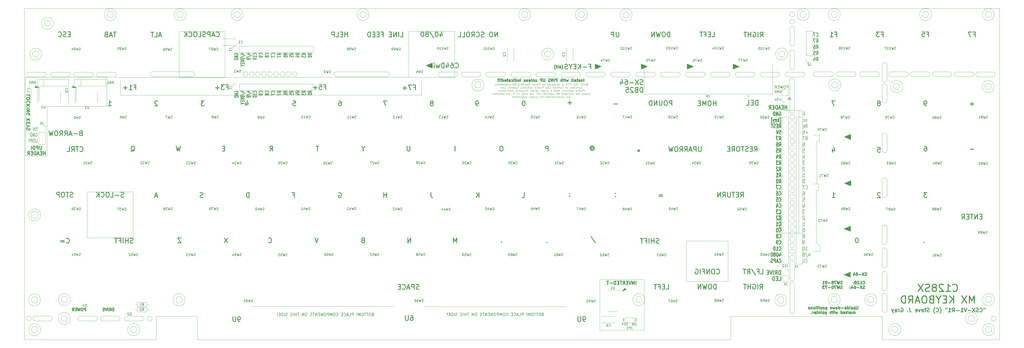
<source format=gbr>
G04 #@! TF.GenerationSoftware,KiCad,Pcbnew,7.0.6*
G04 #@! TF.CreationDate,2023-09-01T19:36:20-04:00*
G04 #@! TF.ProjectId,C128SX-mx,43313238-5358-42d6-9d78-2e6b69636164,1.0*
G04 #@! TF.SameCoordinates,Original*
G04 #@! TF.FileFunction,Legend,Bot*
G04 #@! TF.FilePolarity,Positive*
%FSLAX46Y46*%
G04 Gerber Fmt 4.6, Leading zero omitted, Abs format (unit mm)*
G04 Created by KiCad (PCBNEW 7.0.6) date 2023-09-01 19:36:20*
%MOMM*%
%LPD*%
G01*
G04 APERTURE LIST*
%ADD10C,0.200000*%
%ADD11C,0.120000*%
%ADD12C,0.150000*%
%ADD13C,0.300000*%
%ADD14C,0.100000*%
%ADD15C,0.250000*%
%ADD16C,0.450000*%
G04 #@! TA.AperFunction,Profile*
%ADD17C,0.050000*%
G04 #@! TD*
G04 APERTURE END LIST*
D10*
X162467859Y-139564171D02*
X162296431Y-139621314D01*
X162296431Y-139621314D02*
X162239288Y-139678457D01*
X162239288Y-139678457D02*
X162182145Y-139792742D01*
X162182145Y-139792742D02*
X162182145Y-139964171D01*
X162182145Y-139964171D02*
X162239288Y-140078457D01*
X162239288Y-140078457D02*
X162296431Y-140135600D01*
X162296431Y-140135600D02*
X162410716Y-140192742D01*
X162410716Y-140192742D02*
X162867859Y-140192742D01*
X162867859Y-140192742D02*
X162867859Y-138992742D01*
X162867859Y-138992742D02*
X162467859Y-138992742D01*
X162467859Y-138992742D02*
X162353574Y-139049885D01*
X162353574Y-139049885D02*
X162296431Y-139107028D01*
X162296431Y-139107028D02*
X162239288Y-139221314D01*
X162239288Y-139221314D02*
X162239288Y-139335600D01*
X162239288Y-139335600D02*
X162296431Y-139449885D01*
X162296431Y-139449885D02*
X162353574Y-139507028D01*
X162353574Y-139507028D02*
X162467859Y-139564171D01*
X162467859Y-139564171D02*
X162867859Y-139564171D01*
X161439288Y-138992742D02*
X161210716Y-138992742D01*
X161210716Y-138992742D02*
X161096431Y-139049885D01*
X161096431Y-139049885D02*
X160982145Y-139164171D01*
X160982145Y-139164171D02*
X160925002Y-139392742D01*
X160925002Y-139392742D02*
X160925002Y-139792742D01*
X160925002Y-139792742D02*
X160982145Y-140021314D01*
X160982145Y-140021314D02*
X161096431Y-140135600D01*
X161096431Y-140135600D02*
X161210716Y-140192742D01*
X161210716Y-140192742D02*
X161439288Y-140192742D01*
X161439288Y-140192742D02*
X161553574Y-140135600D01*
X161553574Y-140135600D02*
X161667859Y-140021314D01*
X161667859Y-140021314D02*
X161725002Y-139792742D01*
X161725002Y-139792742D02*
X161725002Y-139392742D01*
X161725002Y-139392742D02*
X161667859Y-139164171D01*
X161667859Y-139164171D02*
X161553574Y-139049885D01*
X161553574Y-139049885D02*
X161439288Y-138992742D01*
X160582145Y-138992742D02*
X159896431Y-138992742D01*
X160239288Y-140192742D02*
X160239288Y-138992742D01*
X159667859Y-138992742D02*
X158982145Y-138992742D01*
X159325002Y-140192742D02*
X159325002Y-138992742D01*
X158353573Y-138992742D02*
X158125001Y-138992742D01*
X158125001Y-138992742D02*
X158010716Y-139049885D01*
X158010716Y-139049885D02*
X157896430Y-139164171D01*
X157896430Y-139164171D02*
X157839287Y-139392742D01*
X157839287Y-139392742D02*
X157839287Y-139792742D01*
X157839287Y-139792742D02*
X157896430Y-140021314D01*
X157896430Y-140021314D02*
X158010716Y-140135600D01*
X158010716Y-140135600D02*
X158125001Y-140192742D01*
X158125001Y-140192742D02*
X158353573Y-140192742D01*
X158353573Y-140192742D02*
X158467859Y-140135600D01*
X158467859Y-140135600D02*
X158582144Y-140021314D01*
X158582144Y-140021314D02*
X158639287Y-139792742D01*
X158639287Y-139792742D02*
X158639287Y-139392742D01*
X158639287Y-139392742D02*
X158582144Y-139164171D01*
X158582144Y-139164171D02*
X158467859Y-139049885D01*
X158467859Y-139049885D02*
X158353573Y-138992742D01*
X157325001Y-140192742D02*
X157325001Y-138992742D01*
X157325001Y-138992742D02*
X156925001Y-139849885D01*
X156925001Y-139849885D02*
X156525001Y-138992742D01*
X156525001Y-138992742D02*
X156525001Y-140192742D01*
X155953572Y-140078457D02*
X155896429Y-140135600D01*
X155896429Y-140135600D02*
X155953572Y-140192742D01*
X155953572Y-140192742D02*
X156010715Y-140135600D01*
X156010715Y-140135600D02*
X155953572Y-140078457D01*
X155953572Y-140078457D02*
X155953572Y-140192742D01*
X155953572Y-139735600D02*
X156010715Y-139049885D01*
X156010715Y-139049885D02*
X155953572Y-138992742D01*
X155953572Y-138992742D02*
X155896429Y-139049885D01*
X155896429Y-139049885D02*
X155953572Y-139735600D01*
X155953572Y-139735600D02*
X155953572Y-138992742D01*
X154467857Y-140192742D02*
X154467857Y-138992742D01*
X154467857Y-138992742D02*
X154010714Y-138992742D01*
X154010714Y-138992742D02*
X153896429Y-139049885D01*
X153896429Y-139049885D02*
X153839286Y-139107028D01*
X153839286Y-139107028D02*
X153782143Y-139221314D01*
X153782143Y-139221314D02*
X153782143Y-139392742D01*
X153782143Y-139392742D02*
X153839286Y-139507028D01*
X153839286Y-139507028D02*
X153896429Y-139564171D01*
X153896429Y-139564171D02*
X154010714Y-139621314D01*
X154010714Y-139621314D02*
X154467857Y-139621314D01*
X152696429Y-140192742D02*
X153267857Y-140192742D01*
X153267857Y-140192742D02*
X153267857Y-138992742D01*
X152353571Y-139849885D02*
X151782143Y-139849885D01*
X152467857Y-140192742D02*
X152067857Y-138992742D01*
X152067857Y-138992742D02*
X151667857Y-140192742D01*
X150582143Y-140078457D02*
X150639286Y-140135600D01*
X150639286Y-140135600D02*
X150810714Y-140192742D01*
X150810714Y-140192742D02*
X150925000Y-140192742D01*
X150925000Y-140192742D02*
X151096429Y-140135600D01*
X151096429Y-140135600D02*
X151210714Y-140021314D01*
X151210714Y-140021314D02*
X151267857Y-139907028D01*
X151267857Y-139907028D02*
X151325000Y-139678457D01*
X151325000Y-139678457D02*
X151325000Y-139507028D01*
X151325000Y-139507028D02*
X151267857Y-139278457D01*
X151267857Y-139278457D02*
X151210714Y-139164171D01*
X151210714Y-139164171D02*
X151096429Y-139049885D01*
X151096429Y-139049885D02*
X150925000Y-138992742D01*
X150925000Y-138992742D02*
X150810714Y-138992742D01*
X150810714Y-138992742D02*
X150639286Y-139049885D01*
X150639286Y-139049885D02*
X150582143Y-139107028D01*
X150067857Y-139564171D02*
X149667857Y-139564171D01*
X149496429Y-140192742D02*
X150067857Y-140192742D01*
X150067857Y-140192742D02*
X150067857Y-138992742D01*
X150067857Y-138992742D02*
X149496429Y-138992742D01*
X147382143Y-140078457D02*
X147439286Y-140135600D01*
X147439286Y-140135600D02*
X147610714Y-140192742D01*
X147610714Y-140192742D02*
X147725000Y-140192742D01*
X147725000Y-140192742D02*
X147896429Y-140135600D01*
X147896429Y-140135600D02*
X148010714Y-140021314D01*
X148010714Y-140021314D02*
X148067857Y-139907028D01*
X148067857Y-139907028D02*
X148125000Y-139678457D01*
X148125000Y-139678457D02*
X148125000Y-139507028D01*
X148125000Y-139507028D02*
X148067857Y-139278457D01*
X148067857Y-139278457D02*
X148010714Y-139164171D01*
X148010714Y-139164171D02*
X147896429Y-139049885D01*
X147896429Y-139049885D02*
X147725000Y-138992742D01*
X147725000Y-138992742D02*
X147610714Y-138992742D01*
X147610714Y-138992742D02*
X147439286Y-139049885D01*
X147439286Y-139049885D02*
X147382143Y-139107028D01*
X146639286Y-138992742D02*
X146410714Y-138992742D01*
X146410714Y-138992742D02*
X146296429Y-139049885D01*
X146296429Y-139049885D02*
X146182143Y-139164171D01*
X146182143Y-139164171D02*
X146125000Y-139392742D01*
X146125000Y-139392742D02*
X146125000Y-139792742D01*
X146125000Y-139792742D02*
X146182143Y-140021314D01*
X146182143Y-140021314D02*
X146296429Y-140135600D01*
X146296429Y-140135600D02*
X146410714Y-140192742D01*
X146410714Y-140192742D02*
X146639286Y-140192742D01*
X146639286Y-140192742D02*
X146753572Y-140135600D01*
X146753572Y-140135600D02*
X146867857Y-140021314D01*
X146867857Y-140021314D02*
X146925000Y-139792742D01*
X146925000Y-139792742D02*
X146925000Y-139392742D01*
X146925000Y-139392742D02*
X146867857Y-139164171D01*
X146867857Y-139164171D02*
X146753572Y-139049885D01*
X146753572Y-139049885D02*
X146639286Y-138992742D01*
X145610714Y-140192742D02*
X145610714Y-138992742D01*
X145610714Y-138992742D02*
X145210714Y-139849885D01*
X145210714Y-139849885D02*
X144810714Y-138992742D01*
X144810714Y-138992742D02*
X144810714Y-140192742D01*
X144239285Y-140192742D02*
X144239285Y-138992742D01*
X144239285Y-138992742D02*
X143782142Y-138992742D01*
X143782142Y-138992742D02*
X143667857Y-139049885D01*
X143667857Y-139049885D02*
X143610714Y-139107028D01*
X143610714Y-139107028D02*
X143553571Y-139221314D01*
X143553571Y-139221314D02*
X143553571Y-139392742D01*
X143553571Y-139392742D02*
X143610714Y-139507028D01*
X143610714Y-139507028D02*
X143667857Y-139564171D01*
X143667857Y-139564171D02*
X143782142Y-139621314D01*
X143782142Y-139621314D02*
X144239285Y-139621314D01*
X142810714Y-138992742D02*
X142582142Y-138992742D01*
X142582142Y-138992742D02*
X142467857Y-139049885D01*
X142467857Y-139049885D02*
X142353571Y-139164171D01*
X142353571Y-139164171D02*
X142296428Y-139392742D01*
X142296428Y-139392742D02*
X142296428Y-139792742D01*
X142296428Y-139792742D02*
X142353571Y-140021314D01*
X142353571Y-140021314D02*
X142467857Y-140135600D01*
X142467857Y-140135600D02*
X142582142Y-140192742D01*
X142582142Y-140192742D02*
X142810714Y-140192742D01*
X142810714Y-140192742D02*
X142925000Y-140135600D01*
X142925000Y-140135600D02*
X143039285Y-140021314D01*
X143039285Y-140021314D02*
X143096428Y-139792742D01*
X143096428Y-139792742D02*
X143096428Y-139392742D01*
X143096428Y-139392742D02*
X143039285Y-139164171D01*
X143039285Y-139164171D02*
X142925000Y-139049885D01*
X142925000Y-139049885D02*
X142810714Y-138992742D01*
X141782142Y-140192742D02*
X141782142Y-138992742D01*
X141782142Y-138992742D02*
X141096428Y-140192742D01*
X141096428Y-140192742D02*
X141096428Y-138992742D01*
X140524999Y-139564171D02*
X140124999Y-139564171D01*
X139953571Y-140192742D02*
X140524999Y-140192742D01*
X140524999Y-140192742D02*
X140524999Y-138992742D01*
X140524999Y-138992742D02*
X139953571Y-138992742D01*
X139439285Y-140192742D02*
X139439285Y-138992742D01*
X139439285Y-138992742D02*
X138753571Y-140192742D01*
X138753571Y-140192742D02*
X138753571Y-138992742D01*
X138353571Y-138992742D02*
X137667857Y-138992742D01*
X138010714Y-140192742D02*
X138010714Y-138992742D01*
X137324999Y-140135600D02*
X137153571Y-140192742D01*
X137153571Y-140192742D02*
X136867856Y-140192742D01*
X136867856Y-140192742D02*
X136753571Y-140135600D01*
X136753571Y-140135600D02*
X136696428Y-140078457D01*
X136696428Y-140078457D02*
X136639285Y-139964171D01*
X136639285Y-139964171D02*
X136639285Y-139849885D01*
X136639285Y-139849885D02*
X136696428Y-139735600D01*
X136696428Y-139735600D02*
X136753571Y-139678457D01*
X136753571Y-139678457D02*
X136867856Y-139621314D01*
X136867856Y-139621314D02*
X137096428Y-139564171D01*
X137096428Y-139564171D02*
X137210713Y-139507028D01*
X137210713Y-139507028D02*
X137267856Y-139449885D01*
X137267856Y-139449885D02*
X137324999Y-139335600D01*
X137324999Y-139335600D02*
X137324999Y-139221314D01*
X137324999Y-139221314D02*
X137267856Y-139107028D01*
X137267856Y-139107028D02*
X137210713Y-139049885D01*
X137210713Y-139049885D02*
X137096428Y-138992742D01*
X137096428Y-138992742D02*
X136810713Y-138992742D01*
X136810713Y-138992742D02*
X136639285Y-139049885D01*
X134982142Y-138992742D02*
X134753570Y-138992742D01*
X134753570Y-138992742D02*
X134639285Y-139049885D01*
X134639285Y-139049885D02*
X134524999Y-139164171D01*
X134524999Y-139164171D02*
X134467856Y-139392742D01*
X134467856Y-139392742D02*
X134467856Y-139792742D01*
X134467856Y-139792742D02*
X134524999Y-140021314D01*
X134524999Y-140021314D02*
X134639285Y-140135600D01*
X134639285Y-140135600D02*
X134753570Y-140192742D01*
X134753570Y-140192742D02*
X134982142Y-140192742D01*
X134982142Y-140192742D02*
X135096428Y-140135600D01*
X135096428Y-140135600D02*
X135210713Y-140021314D01*
X135210713Y-140021314D02*
X135267856Y-139792742D01*
X135267856Y-139792742D02*
X135267856Y-139392742D01*
X135267856Y-139392742D02*
X135210713Y-139164171D01*
X135210713Y-139164171D02*
X135096428Y-139049885D01*
X135096428Y-139049885D02*
X134982142Y-138992742D01*
X133953570Y-140192742D02*
X133953570Y-138992742D01*
X133953570Y-138992742D02*
X133267856Y-140192742D01*
X133267856Y-140192742D02*
X133267856Y-138992742D01*
X131953570Y-138992742D02*
X131267856Y-138992742D01*
X131610713Y-140192742D02*
X131610713Y-138992742D01*
X130867855Y-140192742D02*
X130867855Y-138992742D01*
X130867855Y-139564171D02*
X130182141Y-139564171D01*
X130182141Y-140192742D02*
X130182141Y-138992742D01*
X129610712Y-140192742D02*
X129610712Y-138992742D01*
X129096426Y-140135600D02*
X128924998Y-140192742D01*
X128924998Y-140192742D02*
X128639283Y-140192742D01*
X128639283Y-140192742D02*
X128524998Y-140135600D01*
X128524998Y-140135600D02*
X128467855Y-140078457D01*
X128467855Y-140078457D02*
X128410712Y-139964171D01*
X128410712Y-139964171D02*
X128410712Y-139849885D01*
X128410712Y-139849885D02*
X128467855Y-139735600D01*
X128467855Y-139735600D02*
X128524998Y-139678457D01*
X128524998Y-139678457D02*
X128639283Y-139621314D01*
X128639283Y-139621314D02*
X128867855Y-139564171D01*
X128867855Y-139564171D02*
X128982140Y-139507028D01*
X128982140Y-139507028D02*
X129039283Y-139449885D01*
X129039283Y-139449885D02*
X129096426Y-139335600D01*
X129096426Y-139335600D02*
X129096426Y-139221314D01*
X129096426Y-139221314D02*
X129039283Y-139107028D01*
X129039283Y-139107028D02*
X128982140Y-139049885D01*
X128982140Y-139049885D02*
X128867855Y-138992742D01*
X128867855Y-138992742D02*
X128582140Y-138992742D01*
X128582140Y-138992742D02*
X128410712Y-139049885D01*
X127039283Y-140135600D02*
X126867855Y-140192742D01*
X126867855Y-140192742D02*
X126582140Y-140192742D01*
X126582140Y-140192742D02*
X126467855Y-140135600D01*
X126467855Y-140135600D02*
X126410712Y-140078457D01*
X126410712Y-140078457D02*
X126353569Y-139964171D01*
X126353569Y-139964171D02*
X126353569Y-139849885D01*
X126353569Y-139849885D02*
X126410712Y-139735600D01*
X126410712Y-139735600D02*
X126467855Y-139678457D01*
X126467855Y-139678457D02*
X126582140Y-139621314D01*
X126582140Y-139621314D02*
X126810712Y-139564171D01*
X126810712Y-139564171D02*
X126924997Y-139507028D01*
X126924997Y-139507028D02*
X126982140Y-139449885D01*
X126982140Y-139449885D02*
X127039283Y-139335600D01*
X127039283Y-139335600D02*
X127039283Y-139221314D01*
X127039283Y-139221314D02*
X126982140Y-139107028D01*
X126982140Y-139107028D02*
X126924997Y-139049885D01*
X126924997Y-139049885D02*
X126810712Y-138992742D01*
X126810712Y-138992742D02*
X126524997Y-138992742D01*
X126524997Y-138992742D02*
X126353569Y-139049885D01*
X125839283Y-140192742D02*
X125839283Y-138992742D01*
X125267854Y-140192742D02*
X125267854Y-138992742D01*
X125267854Y-138992742D02*
X124982140Y-138992742D01*
X124982140Y-138992742D02*
X124810711Y-139049885D01*
X124810711Y-139049885D02*
X124696426Y-139164171D01*
X124696426Y-139164171D02*
X124639283Y-139278457D01*
X124639283Y-139278457D02*
X124582140Y-139507028D01*
X124582140Y-139507028D02*
X124582140Y-139678457D01*
X124582140Y-139678457D02*
X124639283Y-139907028D01*
X124639283Y-139907028D02*
X124696426Y-140021314D01*
X124696426Y-140021314D02*
X124810711Y-140135600D01*
X124810711Y-140135600D02*
X124982140Y-140192742D01*
X124982140Y-140192742D02*
X125267854Y-140192742D01*
X124067854Y-139564171D02*
X123667854Y-139564171D01*
X123496426Y-140192742D02*
X124067854Y-140192742D01*
X124067854Y-140192742D02*
X124067854Y-138992742D01*
X124067854Y-138992742D02*
X123496426Y-138992742D01*
X122982140Y-140078457D02*
X122924997Y-140135600D01*
X122924997Y-140135600D02*
X122982140Y-140192742D01*
X122982140Y-140192742D02*
X123039283Y-140135600D01*
X123039283Y-140135600D02*
X122982140Y-140078457D01*
X122982140Y-140078457D02*
X122982140Y-140192742D01*
X122982140Y-139735600D02*
X123039283Y-139049885D01*
X123039283Y-139049885D02*
X122982140Y-138992742D01*
X122982140Y-138992742D02*
X122924997Y-139049885D01*
X122924997Y-139049885D02*
X122982140Y-139735600D01*
X122982140Y-139735600D02*
X122982140Y-138992742D01*
X232917859Y-139514171D02*
X232746431Y-139571314D01*
X232746431Y-139571314D02*
X232689288Y-139628457D01*
X232689288Y-139628457D02*
X232632145Y-139742742D01*
X232632145Y-139742742D02*
X232632145Y-139914171D01*
X232632145Y-139914171D02*
X232689288Y-140028457D01*
X232689288Y-140028457D02*
X232746431Y-140085600D01*
X232746431Y-140085600D02*
X232860716Y-140142742D01*
X232860716Y-140142742D02*
X233317859Y-140142742D01*
X233317859Y-140142742D02*
X233317859Y-138942742D01*
X233317859Y-138942742D02*
X232917859Y-138942742D01*
X232917859Y-138942742D02*
X232803574Y-138999885D01*
X232803574Y-138999885D02*
X232746431Y-139057028D01*
X232746431Y-139057028D02*
X232689288Y-139171314D01*
X232689288Y-139171314D02*
X232689288Y-139285600D01*
X232689288Y-139285600D02*
X232746431Y-139399885D01*
X232746431Y-139399885D02*
X232803574Y-139457028D01*
X232803574Y-139457028D02*
X232917859Y-139514171D01*
X232917859Y-139514171D02*
X233317859Y-139514171D01*
X231889288Y-138942742D02*
X231660716Y-138942742D01*
X231660716Y-138942742D02*
X231546431Y-138999885D01*
X231546431Y-138999885D02*
X231432145Y-139114171D01*
X231432145Y-139114171D02*
X231375002Y-139342742D01*
X231375002Y-139342742D02*
X231375002Y-139742742D01*
X231375002Y-139742742D02*
X231432145Y-139971314D01*
X231432145Y-139971314D02*
X231546431Y-140085600D01*
X231546431Y-140085600D02*
X231660716Y-140142742D01*
X231660716Y-140142742D02*
X231889288Y-140142742D01*
X231889288Y-140142742D02*
X232003574Y-140085600D01*
X232003574Y-140085600D02*
X232117859Y-139971314D01*
X232117859Y-139971314D02*
X232175002Y-139742742D01*
X232175002Y-139742742D02*
X232175002Y-139342742D01*
X232175002Y-139342742D02*
X232117859Y-139114171D01*
X232117859Y-139114171D02*
X232003574Y-138999885D01*
X232003574Y-138999885D02*
X231889288Y-138942742D01*
X231032145Y-138942742D02*
X230346431Y-138942742D01*
X230689288Y-140142742D02*
X230689288Y-138942742D01*
X230117859Y-138942742D02*
X229432145Y-138942742D01*
X229775002Y-140142742D02*
X229775002Y-138942742D01*
X228803573Y-138942742D02*
X228575001Y-138942742D01*
X228575001Y-138942742D02*
X228460716Y-138999885D01*
X228460716Y-138999885D02*
X228346430Y-139114171D01*
X228346430Y-139114171D02*
X228289287Y-139342742D01*
X228289287Y-139342742D02*
X228289287Y-139742742D01*
X228289287Y-139742742D02*
X228346430Y-139971314D01*
X228346430Y-139971314D02*
X228460716Y-140085600D01*
X228460716Y-140085600D02*
X228575001Y-140142742D01*
X228575001Y-140142742D02*
X228803573Y-140142742D01*
X228803573Y-140142742D02*
X228917859Y-140085600D01*
X228917859Y-140085600D02*
X229032144Y-139971314D01*
X229032144Y-139971314D02*
X229089287Y-139742742D01*
X229089287Y-139742742D02*
X229089287Y-139342742D01*
X229089287Y-139342742D02*
X229032144Y-139114171D01*
X229032144Y-139114171D02*
X228917859Y-138999885D01*
X228917859Y-138999885D02*
X228803573Y-138942742D01*
X227775001Y-140142742D02*
X227775001Y-138942742D01*
X227775001Y-138942742D02*
X227375001Y-139799885D01*
X227375001Y-139799885D02*
X226975001Y-138942742D01*
X226975001Y-138942742D02*
X226975001Y-140142742D01*
X226403572Y-140028457D02*
X226346429Y-140085600D01*
X226346429Y-140085600D02*
X226403572Y-140142742D01*
X226403572Y-140142742D02*
X226460715Y-140085600D01*
X226460715Y-140085600D02*
X226403572Y-140028457D01*
X226403572Y-140028457D02*
X226403572Y-140142742D01*
X226403572Y-139685600D02*
X226460715Y-138999885D01*
X226460715Y-138999885D02*
X226403572Y-138942742D01*
X226403572Y-138942742D02*
X226346429Y-138999885D01*
X226346429Y-138999885D02*
X226403572Y-139685600D01*
X226403572Y-139685600D02*
X226403572Y-138942742D01*
X224917857Y-140142742D02*
X224917857Y-138942742D01*
X224917857Y-138942742D02*
X224460714Y-138942742D01*
X224460714Y-138942742D02*
X224346429Y-138999885D01*
X224346429Y-138999885D02*
X224289286Y-139057028D01*
X224289286Y-139057028D02*
X224232143Y-139171314D01*
X224232143Y-139171314D02*
X224232143Y-139342742D01*
X224232143Y-139342742D02*
X224289286Y-139457028D01*
X224289286Y-139457028D02*
X224346429Y-139514171D01*
X224346429Y-139514171D02*
X224460714Y-139571314D01*
X224460714Y-139571314D02*
X224917857Y-139571314D01*
X223146429Y-140142742D02*
X223717857Y-140142742D01*
X223717857Y-140142742D02*
X223717857Y-138942742D01*
X222803571Y-139799885D02*
X222232143Y-139799885D01*
X222917857Y-140142742D02*
X222517857Y-138942742D01*
X222517857Y-138942742D02*
X222117857Y-140142742D01*
X221032143Y-140028457D02*
X221089286Y-140085600D01*
X221089286Y-140085600D02*
X221260714Y-140142742D01*
X221260714Y-140142742D02*
X221375000Y-140142742D01*
X221375000Y-140142742D02*
X221546429Y-140085600D01*
X221546429Y-140085600D02*
X221660714Y-139971314D01*
X221660714Y-139971314D02*
X221717857Y-139857028D01*
X221717857Y-139857028D02*
X221775000Y-139628457D01*
X221775000Y-139628457D02*
X221775000Y-139457028D01*
X221775000Y-139457028D02*
X221717857Y-139228457D01*
X221717857Y-139228457D02*
X221660714Y-139114171D01*
X221660714Y-139114171D02*
X221546429Y-138999885D01*
X221546429Y-138999885D02*
X221375000Y-138942742D01*
X221375000Y-138942742D02*
X221260714Y-138942742D01*
X221260714Y-138942742D02*
X221089286Y-138999885D01*
X221089286Y-138999885D02*
X221032143Y-139057028D01*
X220517857Y-139514171D02*
X220117857Y-139514171D01*
X219946429Y-140142742D02*
X220517857Y-140142742D01*
X220517857Y-140142742D02*
X220517857Y-138942742D01*
X220517857Y-138942742D02*
X219946429Y-138942742D01*
X217832143Y-140028457D02*
X217889286Y-140085600D01*
X217889286Y-140085600D02*
X218060714Y-140142742D01*
X218060714Y-140142742D02*
X218175000Y-140142742D01*
X218175000Y-140142742D02*
X218346429Y-140085600D01*
X218346429Y-140085600D02*
X218460714Y-139971314D01*
X218460714Y-139971314D02*
X218517857Y-139857028D01*
X218517857Y-139857028D02*
X218575000Y-139628457D01*
X218575000Y-139628457D02*
X218575000Y-139457028D01*
X218575000Y-139457028D02*
X218517857Y-139228457D01*
X218517857Y-139228457D02*
X218460714Y-139114171D01*
X218460714Y-139114171D02*
X218346429Y-138999885D01*
X218346429Y-138999885D02*
X218175000Y-138942742D01*
X218175000Y-138942742D02*
X218060714Y-138942742D01*
X218060714Y-138942742D02*
X217889286Y-138999885D01*
X217889286Y-138999885D02*
X217832143Y-139057028D01*
X217089286Y-138942742D02*
X216860714Y-138942742D01*
X216860714Y-138942742D02*
X216746429Y-138999885D01*
X216746429Y-138999885D02*
X216632143Y-139114171D01*
X216632143Y-139114171D02*
X216575000Y-139342742D01*
X216575000Y-139342742D02*
X216575000Y-139742742D01*
X216575000Y-139742742D02*
X216632143Y-139971314D01*
X216632143Y-139971314D02*
X216746429Y-140085600D01*
X216746429Y-140085600D02*
X216860714Y-140142742D01*
X216860714Y-140142742D02*
X217089286Y-140142742D01*
X217089286Y-140142742D02*
X217203572Y-140085600D01*
X217203572Y-140085600D02*
X217317857Y-139971314D01*
X217317857Y-139971314D02*
X217375000Y-139742742D01*
X217375000Y-139742742D02*
X217375000Y-139342742D01*
X217375000Y-139342742D02*
X217317857Y-139114171D01*
X217317857Y-139114171D02*
X217203572Y-138999885D01*
X217203572Y-138999885D02*
X217089286Y-138942742D01*
X216060714Y-140142742D02*
X216060714Y-138942742D01*
X216060714Y-138942742D02*
X215660714Y-139799885D01*
X215660714Y-139799885D02*
X215260714Y-138942742D01*
X215260714Y-138942742D02*
X215260714Y-140142742D01*
X214689285Y-140142742D02*
X214689285Y-138942742D01*
X214689285Y-138942742D02*
X214232142Y-138942742D01*
X214232142Y-138942742D02*
X214117857Y-138999885D01*
X214117857Y-138999885D02*
X214060714Y-139057028D01*
X214060714Y-139057028D02*
X214003571Y-139171314D01*
X214003571Y-139171314D02*
X214003571Y-139342742D01*
X214003571Y-139342742D02*
X214060714Y-139457028D01*
X214060714Y-139457028D02*
X214117857Y-139514171D01*
X214117857Y-139514171D02*
X214232142Y-139571314D01*
X214232142Y-139571314D02*
X214689285Y-139571314D01*
X213260714Y-138942742D02*
X213032142Y-138942742D01*
X213032142Y-138942742D02*
X212917857Y-138999885D01*
X212917857Y-138999885D02*
X212803571Y-139114171D01*
X212803571Y-139114171D02*
X212746428Y-139342742D01*
X212746428Y-139342742D02*
X212746428Y-139742742D01*
X212746428Y-139742742D02*
X212803571Y-139971314D01*
X212803571Y-139971314D02*
X212917857Y-140085600D01*
X212917857Y-140085600D02*
X213032142Y-140142742D01*
X213032142Y-140142742D02*
X213260714Y-140142742D01*
X213260714Y-140142742D02*
X213375000Y-140085600D01*
X213375000Y-140085600D02*
X213489285Y-139971314D01*
X213489285Y-139971314D02*
X213546428Y-139742742D01*
X213546428Y-139742742D02*
X213546428Y-139342742D01*
X213546428Y-139342742D02*
X213489285Y-139114171D01*
X213489285Y-139114171D02*
X213375000Y-138999885D01*
X213375000Y-138999885D02*
X213260714Y-138942742D01*
X212232142Y-140142742D02*
X212232142Y-138942742D01*
X212232142Y-138942742D02*
X211546428Y-140142742D01*
X211546428Y-140142742D02*
X211546428Y-138942742D01*
X210974999Y-139514171D02*
X210574999Y-139514171D01*
X210403571Y-140142742D02*
X210974999Y-140142742D01*
X210974999Y-140142742D02*
X210974999Y-138942742D01*
X210974999Y-138942742D02*
X210403571Y-138942742D01*
X209889285Y-140142742D02*
X209889285Y-138942742D01*
X209889285Y-138942742D02*
X209203571Y-140142742D01*
X209203571Y-140142742D02*
X209203571Y-138942742D01*
X208803571Y-138942742D02*
X208117857Y-138942742D01*
X208460714Y-140142742D02*
X208460714Y-138942742D01*
X207774999Y-140085600D02*
X207603571Y-140142742D01*
X207603571Y-140142742D02*
X207317856Y-140142742D01*
X207317856Y-140142742D02*
X207203571Y-140085600D01*
X207203571Y-140085600D02*
X207146428Y-140028457D01*
X207146428Y-140028457D02*
X207089285Y-139914171D01*
X207089285Y-139914171D02*
X207089285Y-139799885D01*
X207089285Y-139799885D02*
X207146428Y-139685600D01*
X207146428Y-139685600D02*
X207203571Y-139628457D01*
X207203571Y-139628457D02*
X207317856Y-139571314D01*
X207317856Y-139571314D02*
X207546428Y-139514171D01*
X207546428Y-139514171D02*
X207660713Y-139457028D01*
X207660713Y-139457028D02*
X207717856Y-139399885D01*
X207717856Y-139399885D02*
X207774999Y-139285600D01*
X207774999Y-139285600D02*
X207774999Y-139171314D01*
X207774999Y-139171314D02*
X207717856Y-139057028D01*
X207717856Y-139057028D02*
X207660713Y-138999885D01*
X207660713Y-138999885D02*
X207546428Y-138942742D01*
X207546428Y-138942742D02*
X207260713Y-138942742D01*
X207260713Y-138942742D02*
X207089285Y-138999885D01*
X205432142Y-138942742D02*
X205203570Y-138942742D01*
X205203570Y-138942742D02*
X205089285Y-138999885D01*
X205089285Y-138999885D02*
X204974999Y-139114171D01*
X204974999Y-139114171D02*
X204917856Y-139342742D01*
X204917856Y-139342742D02*
X204917856Y-139742742D01*
X204917856Y-139742742D02*
X204974999Y-139971314D01*
X204974999Y-139971314D02*
X205089285Y-140085600D01*
X205089285Y-140085600D02*
X205203570Y-140142742D01*
X205203570Y-140142742D02*
X205432142Y-140142742D01*
X205432142Y-140142742D02*
X205546428Y-140085600D01*
X205546428Y-140085600D02*
X205660713Y-139971314D01*
X205660713Y-139971314D02*
X205717856Y-139742742D01*
X205717856Y-139742742D02*
X205717856Y-139342742D01*
X205717856Y-139342742D02*
X205660713Y-139114171D01*
X205660713Y-139114171D02*
X205546428Y-138999885D01*
X205546428Y-138999885D02*
X205432142Y-138942742D01*
X204403570Y-140142742D02*
X204403570Y-138942742D01*
X204403570Y-138942742D02*
X203717856Y-140142742D01*
X203717856Y-140142742D02*
X203717856Y-138942742D01*
X202403570Y-138942742D02*
X201717856Y-138942742D01*
X202060713Y-140142742D02*
X202060713Y-138942742D01*
X201317855Y-140142742D02*
X201317855Y-138942742D01*
X201317855Y-139514171D02*
X200632141Y-139514171D01*
X200632141Y-140142742D02*
X200632141Y-138942742D01*
X200060712Y-140142742D02*
X200060712Y-138942742D01*
X199546426Y-140085600D02*
X199374998Y-140142742D01*
X199374998Y-140142742D02*
X199089283Y-140142742D01*
X199089283Y-140142742D02*
X198974998Y-140085600D01*
X198974998Y-140085600D02*
X198917855Y-140028457D01*
X198917855Y-140028457D02*
X198860712Y-139914171D01*
X198860712Y-139914171D02*
X198860712Y-139799885D01*
X198860712Y-139799885D02*
X198917855Y-139685600D01*
X198917855Y-139685600D02*
X198974998Y-139628457D01*
X198974998Y-139628457D02*
X199089283Y-139571314D01*
X199089283Y-139571314D02*
X199317855Y-139514171D01*
X199317855Y-139514171D02*
X199432140Y-139457028D01*
X199432140Y-139457028D02*
X199489283Y-139399885D01*
X199489283Y-139399885D02*
X199546426Y-139285600D01*
X199546426Y-139285600D02*
X199546426Y-139171314D01*
X199546426Y-139171314D02*
X199489283Y-139057028D01*
X199489283Y-139057028D02*
X199432140Y-138999885D01*
X199432140Y-138999885D02*
X199317855Y-138942742D01*
X199317855Y-138942742D02*
X199032140Y-138942742D01*
X199032140Y-138942742D02*
X198860712Y-138999885D01*
X197489283Y-140085600D02*
X197317855Y-140142742D01*
X197317855Y-140142742D02*
X197032140Y-140142742D01*
X197032140Y-140142742D02*
X196917855Y-140085600D01*
X196917855Y-140085600D02*
X196860712Y-140028457D01*
X196860712Y-140028457D02*
X196803569Y-139914171D01*
X196803569Y-139914171D02*
X196803569Y-139799885D01*
X196803569Y-139799885D02*
X196860712Y-139685600D01*
X196860712Y-139685600D02*
X196917855Y-139628457D01*
X196917855Y-139628457D02*
X197032140Y-139571314D01*
X197032140Y-139571314D02*
X197260712Y-139514171D01*
X197260712Y-139514171D02*
X197374997Y-139457028D01*
X197374997Y-139457028D02*
X197432140Y-139399885D01*
X197432140Y-139399885D02*
X197489283Y-139285600D01*
X197489283Y-139285600D02*
X197489283Y-139171314D01*
X197489283Y-139171314D02*
X197432140Y-139057028D01*
X197432140Y-139057028D02*
X197374997Y-138999885D01*
X197374997Y-138999885D02*
X197260712Y-138942742D01*
X197260712Y-138942742D02*
X196974997Y-138942742D01*
X196974997Y-138942742D02*
X196803569Y-138999885D01*
X196289283Y-140142742D02*
X196289283Y-138942742D01*
X195717854Y-140142742D02*
X195717854Y-138942742D01*
X195717854Y-138942742D02*
X195432140Y-138942742D01*
X195432140Y-138942742D02*
X195260711Y-138999885D01*
X195260711Y-138999885D02*
X195146426Y-139114171D01*
X195146426Y-139114171D02*
X195089283Y-139228457D01*
X195089283Y-139228457D02*
X195032140Y-139457028D01*
X195032140Y-139457028D02*
X195032140Y-139628457D01*
X195032140Y-139628457D02*
X195089283Y-139857028D01*
X195089283Y-139857028D02*
X195146426Y-139971314D01*
X195146426Y-139971314D02*
X195260711Y-140085600D01*
X195260711Y-140085600D02*
X195432140Y-140142742D01*
X195432140Y-140142742D02*
X195717854Y-140142742D01*
X194517854Y-139514171D02*
X194117854Y-139514171D01*
X193946426Y-140142742D02*
X194517854Y-140142742D01*
X194517854Y-140142742D02*
X194517854Y-138942742D01*
X194517854Y-138942742D02*
X193946426Y-138942742D01*
X193432140Y-140028457D02*
X193374997Y-140085600D01*
X193374997Y-140085600D02*
X193432140Y-140142742D01*
X193432140Y-140142742D02*
X193489283Y-140085600D01*
X193489283Y-140085600D02*
X193432140Y-140028457D01*
X193432140Y-140028457D02*
X193432140Y-140142742D01*
X193432140Y-139685600D02*
X193489283Y-138999885D01*
X193489283Y-138999885D02*
X193432140Y-138942742D01*
X193432140Y-138942742D02*
X193374997Y-138999885D01*
X193374997Y-138999885D02*
X193432140Y-139685600D01*
X193432140Y-139685600D02*
X193432140Y-138942742D01*
D11*
X65875125Y-145875000D02*
G75*
G03*
X65875125Y-145875000I-2500125J0D01*
G01*
X24775125Y-145900000D02*
G75*
G03*
X24775125Y-145900000I-2500125J0D01*
G01*
X413350125Y-141200000D02*
G75*
G03*
X413350125Y-141200000I-2500125J0D01*
G01*
X160975125Y-15000000D02*
G75*
G03*
X160975125Y-15000000I-2500125J0D01*
G01*
X37075125Y-141275000D02*
G75*
G03*
X37075125Y-141275000I-2500125J0D01*
G01*
X56150125Y-15025000D02*
G75*
G03*
X56150125Y-15025000I-2500125J0D01*
G01*
X270100125Y-15175000D02*
G75*
G03*
X270100125Y-15175000I-2500125J0D01*
G01*
X394325125Y-15050000D02*
G75*
G03*
X394325125Y-15050000I-2500125J0D01*
G01*
D12*
X341085588Y-55517776D02*
X341190350Y-55442538D01*
X341190350Y-55442538D02*
X341347493Y-55442538D01*
X341347493Y-55442538D02*
X341504636Y-55517776D01*
X341504636Y-55517776D02*
X341609398Y-55668252D01*
X341609398Y-55668252D02*
X341661779Y-55818728D01*
X341661779Y-55818728D02*
X341714160Y-56119680D01*
X341714160Y-56119680D02*
X341714160Y-56345395D01*
X341714160Y-56345395D02*
X341661779Y-56646347D01*
X341661779Y-56646347D02*
X341609398Y-56796823D01*
X341609398Y-56796823D02*
X341504636Y-56947300D01*
X341504636Y-56947300D02*
X341347493Y-57022538D01*
X341347493Y-57022538D02*
X341242731Y-57022538D01*
X341242731Y-57022538D02*
X341085588Y-56947300D01*
X341085588Y-56947300D02*
X341033207Y-56872061D01*
X341033207Y-56872061D02*
X341033207Y-56345395D01*
X341033207Y-56345395D02*
X341242731Y-56345395D01*
X342499874Y-58513004D02*
X342499874Y-59566338D01*
X342499874Y-58663480D02*
X342447493Y-58588242D01*
X342447493Y-58588242D02*
X342342731Y-58513004D01*
X342342731Y-58513004D02*
X342185588Y-58513004D01*
X342185588Y-58513004D02*
X342080826Y-58588242D01*
X342080826Y-58588242D02*
X342028445Y-58738719D01*
X342028445Y-58738719D02*
X342028445Y-59566338D01*
X341033207Y-59491100D02*
X341137969Y-59566338D01*
X341137969Y-59566338D02*
X341347493Y-59566338D01*
X341347493Y-59566338D02*
X341452255Y-59491100D01*
X341452255Y-59491100D02*
X341504636Y-59415861D01*
X341504636Y-59415861D02*
X341557017Y-59265385D01*
X341557017Y-59265385D02*
X341557017Y-58813957D01*
X341557017Y-58813957D02*
X341504636Y-58663480D01*
X341504636Y-58663480D02*
X341452255Y-58588242D01*
X341452255Y-58588242D02*
X341347493Y-58513004D01*
X341347493Y-58513004D02*
X341137969Y-58513004D01*
X341137969Y-58513004D02*
X341033207Y-58588242D01*
X341976064Y-62110138D02*
X342342731Y-61357757D01*
X342604636Y-62110138D02*
X342604636Y-60530138D01*
X342604636Y-60530138D02*
X342185588Y-60530138D01*
X342185588Y-60530138D02*
X342080826Y-60605376D01*
X342080826Y-60605376D02*
X342028445Y-60680614D01*
X342028445Y-60680614D02*
X341976064Y-60831090D01*
X341976064Y-60831090D02*
X341976064Y-61056804D01*
X341976064Y-61056804D02*
X342028445Y-61207280D01*
X342028445Y-61207280D02*
X342080826Y-61282519D01*
X342080826Y-61282519D02*
X342185588Y-61357757D01*
X342185588Y-61357757D02*
X342604636Y-61357757D01*
X341085588Y-62034900D02*
X341190350Y-62110138D01*
X341190350Y-62110138D02*
X341399874Y-62110138D01*
X341399874Y-62110138D02*
X341504636Y-62034900D01*
X341504636Y-62034900D02*
X341557017Y-61884423D01*
X341557017Y-61884423D02*
X341557017Y-61282519D01*
X341557017Y-61282519D02*
X341504636Y-61132042D01*
X341504636Y-61132042D02*
X341399874Y-61056804D01*
X341399874Y-61056804D02*
X341190350Y-61056804D01*
X341190350Y-61056804D02*
X341085588Y-61132042D01*
X341085588Y-61132042D02*
X341033207Y-61282519D01*
X341033207Y-61282519D02*
X341033207Y-61432995D01*
X341033207Y-61432995D02*
X341557017Y-61583471D01*
X342971303Y-64052033D02*
X342133208Y-64052033D01*
X342552255Y-64653938D02*
X342552255Y-63450128D01*
X341085588Y-63073938D02*
X341609398Y-63073938D01*
X341609398Y-63073938D02*
X341661779Y-63826319D01*
X341661779Y-63826319D02*
X341609398Y-63751080D01*
X341609398Y-63751080D02*
X341504636Y-63675842D01*
X341504636Y-63675842D02*
X341242731Y-63675842D01*
X341242731Y-63675842D02*
X341137969Y-63751080D01*
X341137969Y-63751080D02*
X341085588Y-63826319D01*
X341085588Y-63826319D02*
X341033207Y-63976795D01*
X341033207Y-63976795D02*
X341033207Y-64352985D01*
X341033207Y-64352985D02*
X341085588Y-64503461D01*
X341085588Y-64503461D02*
X341137969Y-64578700D01*
X341137969Y-64578700D02*
X341242731Y-64653938D01*
X341242731Y-64653938D02*
X341504636Y-64653938D01*
X341504636Y-64653938D02*
X341609398Y-64578700D01*
X341609398Y-64578700D02*
X341661779Y-64503461D01*
X342080826Y-67197738D02*
X342447493Y-66445357D01*
X342709398Y-67197738D02*
X342709398Y-65617738D01*
X342709398Y-65617738D02*
X342290350Y-65617738D01*
X342290350Y-65617738D02*
X342185588Y-65692976D01*
X342185588Y-65692976D02*
X342133207Y-65768214D01*
X342133207Y-65768214D02*
X342080826Y-65918690D01*
X342080826Y-65918690D02*
X342080826Y-66144404D01*
X342080826Y-66144404D02*
X342133207Y-66294880D01*
X342133207Y-66294880D02*
X342185588Y-66370119D01*
X342185588Y-66370119D02*
X342290350Y-66445357D01*
X342290350Y-66445357D02*
X342709398Y-66445357D01*
X341714160Y-65617738D02*
X340980826Y-65617738D01*
X340980826Y-65617738D02*
X341452255Y-67197738D01*
X341137969Y-68161538D02*
X341347493Y-68161538D01*
X341347493Y-68161538D02*
X341452255Y-68236776D01*
X341452255Y-68236776D02*
X341504636Y-68312014D01*
X341504636Y-68312014D02*
X341609398Y-68537728D01*
X341609398Y-68537728D02*
X341661779Y-68838680D01*
X341661779Y-68838680D02*
X341661779Y-69440585D01*
X341661779Y-69440585D02*
X341609398Y-69591061D01*
X341609398Y-69591061D02*
X341557017Y-69666300D01*
X341557017Y-69666300D02*
X341452255Y-69741538D01*
X341452255Y-69741538D02*
X341242731Y-69741538D01*
X341242731Y-69741538D02*
X341137969Y-69666300D01*
X341137969Y-69666300D02*
X341085588Y-69591061D01*
X341085588Y-69591061D02*
X341033207Y-69440585D01*
X341033207Y-69440585D02*
X341033207Y-69064395D01*
X341033207Y-69064395D02*
X341085588Y-68913919D01*
X341085588Y-68913919D02*
X341137969Y-68838680D01*
X341137969Y-68838680D02*
X341242731Y-68763442D01*
X341242731Y-68763442D02*
X341452255Y-68763442D01*
X341452255Y-68763442D02*
X341557017Y-68838680D01*
X341557017Y-68838680D02*
X341609398Y-68913919D01*
X341609398Y-68913919D02*
X341661779Y-69064395D01*
X341085588Y-70705338D02*
X341609398Y-70705338D01*
X341609398Y-70705338D02*
X341661779Y-71457719D01*
X341661779Y-71457719D02*
X341609398Y-71382480D01*
X341609398Y-71382480D02*
X341504636Y-71307242D01*
X341504636Y-71307242D02*
X341242731Y-71307242D01*
X341242731Y-71307242D02*
X341137969Y-71382480D01*
X341137969Y-71382480D02*
X341085588Y-71457719D01*
X341085588Y-71457719D02*
X341033207Y-71608195D01*
X341033207Y-71608195D02*
X341033207Y-71984385D01*
X341033207Y-71984385D02*
X341085588Y-72134861D01*
X341085588Y-72134861D02*
X341137969Y-72210100D01*
X341137969Y-72210100D02*
X341242731Y-72285338D01*
X341242731Y-72285338D02*
X341504636Y-72285338D01*
X341504636Y-72285338D02*
X341609398Y-72210100D01*
X341609398Y-72210100D02*
X341661779Y-72134861D01*
X341137969Y-73775804D02*
X341137969Y-74829138D01*
X341399874Y-73173900D02*
X341661779Y-74302471D01*
X341661779Y-74302471D02*
X340980826Y-74302471D01*
X341714160Y-75792938D02*
X341033207Y-75792938D01*
X341033207Y-75792938D02*
X341399874Y-76394842D01*
X341399874Y-76394842D02*
X341242731Y-76394842D01*
X341242731Y-76394842D02*
X341137969Y-76470080D01*
X341137969Y-76470080D02*
X341085588Y-76545319D01*
X341085588Y-76545319D02*
X341033207Y-76695795D01*
X341033207Y-76695795D02*
X341033207Y-77071985D01*
X341033207Y-77071985D02*
X341085588Y-77222461D01*
X341085588Y-77222461D02*
X341137969Y-77297700D01*
X341137969Y-77297700D02*
X341242731Y-77372938D01*
X341242731Y-77372938D02*
X341557017Y-77372938D01*
X341557017Y-77372938D02*
X341661779Y-77297700D01*
X341661779Y-77297700D02*
X341714160Y-77222461D01*
X341661779Y-78487214D02*
X341609398Y-78411976D01*
X341609398Y-78411976D02*
X341504636Y-78336738D01*
X341504636Y-78336738D02*
X341242731Y-78336738D01*
X341242731Y-78336738D02*
X341137969Y-78411976D01*
X341137969Y-78411976D02*
X341085588Y-78487214D01*
X341085588Y-78487214D02*
X341033207Y-78637690D01*
X341033207Y-78637690D02*
X341033207Y-78788166D01*
X341033207Y-78788166D02*
X341085588Y-79013880D01*
X341085588Y-79013880D02*
X341714160Y-79916738D01*
X341714160Y-79916738D02*
X341033207Y-79916738D01*
X341033207Y-82460538D02*
X341661779Y-82460538D01*
X341347493Y-82460538D02*
X341347493Y-80880538D01*
X341347493Y-80880538D02*
X341452255Y-81106252D01*
X341452255Y-81106252D02*
X341557017Y-81256728D01*
X341557017Y-81256728D02*
X341661779Y-81331966D01*
X341399874Y-83424338D02*
X341295112Y-83424338D01*
X341295112Y-83424338D02*
X341190350Y-83499576D01*
X341190350Y-83499576D02*
X341137969Y-83574814D01*
X341137969Y-83574814D02*
X341085588Y-83725290D01*
X341085588Y-83725290D02*
X341033207Y-84026242D01*
X341033207Y-84026242D02*
X341033207Y-84402433D01*
X341033207Y-84402433D02*
X341085588Y-84703385D01*
X341085588Y-84703385D02*
X341137969Y-84853861D01*
X341137969Y-84853861D02*
X341190350Y-84929100D01*
X341190350Y-84929100D02*
X341295112Y-85004338D01*
X341295112Y-85004338D02*
X341399874Y-85004338D01*
X341399874Y-85004338D02*
X341504636Y-84929100D01*
X341504636Y-84929100D02*
X341557017Y-84853861D01*
X341557017Y-84853861D02*
X341609398Y-84703385D01*
X341609398Y-84703385D02*
X341661779Y-84402433D01*
X341661779Y-84402433D02*
X341661779Y-84026242D01*
X341661779Y-84026242D02*
X341609398Y-83725290D01*
X341609398Y-83725290D02*
X341557017Y-83574814D01*
X341557017Y-83574814D02*
X341504636Y-83499576D01*
X341504636Y-83499576D02*
X341399874Y-83424338D01*
X342080826Y-87397661D02*
X342133207Y-87472900D01*
X342133207Y-87472900D02*
X342290350Y-87548138D01*
X342290350Y-87548138D02*
X342395112Y-87548138D01*
X342395112Y-87548138D02*
X342552255Y-87472900D01*
X342552255Y-87472900D02*
X342657017Y-87322423D01*
X342657017Y-87322423D02*
X342709398Y-87171947D01*
X342709398Y-87171947D02*
X342761779Y-86870995D01*
X342761779Y-86870995D02*
X342761779Y-86645280D01*
X342761779Y-86645280D02*
X342709398Y-86344328D01*
X342709398Y-86344328D02*
X342657017Y-86193852D01*
X342657017Y-86193852D02*
X342552255Y-86043376D01*
X342552255Y-86043376D02*
X342395112Y-85968138D01*
X342395112Y-85968138D02*
X342290350Y-85968138D01*
X342290350Y-85968138D02*
X342133207Y-86043376D01*
X342133207Y-86043376D02*
X342080826Y-86118614D01*
X341714160Y-85968138D02*
X340980826Y-85968138D01*
X340980826Y-85968138D02*
X341452255Y-87548138D01*
X341137969Y-88511938D02*
X341347493Y-88511938D01*
X341347493Y-88511938D02*
X341452255Y-88587176D01*
X341452255Y-88587176D02*
X341504636Y-88662414D01*
X341504636Y-88662414D02*
X341609398Y-88888128D01*
X341609398Y-88888128D02*
X341661779Y-89189080D01*
X341661779Y-89189080D02*
X341661779Y-89790985D01*
X341661779Y-89790985D02*
X341609398Y-89941461D01*
X341609398Y-89941461D02*
X341557017Y-90016700D01*
X341557017Y-90016700D02*
X341452255Y-90091938D01*
X341452255Y-90091938D02*
X341242731Y-90091938D01*
X341242731Y-90091938D02*
X341137969Y-90016700D01*
X341137969Y-90016700D02*
X341085588Y-89941461D01*
X341085588Y-89941461D02*
X341033207Y-89790985D01*
X341033207Y-89790985D02*
X341033207Y-89414795D01*
X341033207Y-89414795D02*
X341085588Y-89264319D01*
X341085588Y-89264319D02*
X341137969Y-89189080D01*
X341137969Y-89189080D02*
X341242731Y-89113842D01*
X341242731Y-89113842D02*
X341452255Y-89113842D01*
X341452255Y-89113842D02*
X341557017Y-89189080D01*
X341557017Y-89189080D02*
X341609398Y-89264319D01*
X341609398Y-89264319D02*
X341661779Y-89414795D01*
X341085588Y-91055738D02*
X341609398Y-91055738D01*
X341609398Y-91055738D02*
X341661779Y-91808119D01*
X341661779Y-91808119D02*
X341609398Y-91732880D01*
X341609398Y-91732880D02*
X341504636Y-91657642D01*
X341504636Y-91657642D02*
X341242731Y-91657642D01*
X341242731Y-91657642D02*
X341137969Y-91732880D01*
X341137969Y-91732880D02*
X341085588Y-91808119D01*
X341085588Y-91808119D02*
X341033207Y-91958595D01*
X341033207Y-91958595D02*
X341033207Y-92334785D01*
X341033207Y-92334785D02*
X341085588Y-92485261D01*
X341085588Y-92485261D02*
X341137969Y-92560500D01*
X341137969Y-92560500D02*
X341242731Y-92635738D01*
X341242731Y-92635738D02*
X341504636Y-92635738D01*
X341504636Y-92635738D02*
X341609398Y-92560500D01*
X341609398Y-92560500D02*
X341661779Y-92485261D01*
X341137969Y-94126204D02*
X341137969Y-95179538D01*
X341399874Y-93524300D02*
X341661779Y-94652871D01*
X341661779Y-94652871D02*
X340980826Y-94652871D01*
X341714160Y-96143338D02*
X341033207Y-96143338D01*
X341033207Y-96143338D02*
X341399874Y-96745242D01*
X341399874Y-96745242D02*
X341242731Y-96745242D01*
X341242731Y-96745242D02*
X341137969Y-96820480D01*
X341137969Y-96820480D02*
X341085588Y-96895719D01*
X341085588Y-96895719D02*
X341033207Y-97046195D01*
X341033207Y-97046195D02*
X341033207Y-97422385D01*
X341033207Y-97422385D02*
X341085588Y-97572861D01*
X341085588Y-97572861D02*
X341137969Y-97648100D01*
X341137969Y-97648100D02*
X341242731Y-97723338D01*
X341242731Y-97723338D02*
X341557017Y-97723338D01*
X341557017Y-97723338D02*
X341661779Y-97648100D01*
X341661779Y-97648100D02*
X341714160Y-97572861D01*
X341661779Y-98837614D02*
X341609398Y-98762376D01*
X341609398Y-98762376D02*
X341504636Y-98687138D01*
X341504636Y-98687138D02*
X341242731Y-98687138D01*
X341242731Y-98687138D02*
X341137969Y-98762376D01*
X341137969Y-98762376D02*
X341085588Y-98837614D01*
X341085588Y-98837614D02*
X341033207Y-98988090D01*
X341033207Y-98988090D02*
X341033207Y-99138566D01*
X341033207Y-99138566D02*
X341085588Y-99364280D01*
X341085588Y-99364280D02*
X341714160Y-100267138D01*
X341714160Y-100267138D02*
X341033207Y-100267138D01*
X341033207Y-102810938D02*
X341661779Y-102810938D01*
X341347493Y-102810938D02*
X341347493Y-101230938D01*
X341347493Y-101230938D02*
X341452255Y-101456652D01*
X341452255Y-101456652D02*
X341557017Y-101607128D01*
X341557017Y-101607128D02*
X341661779Y-101682366D01*
X341399874Y-103774738D02*
X341295112Y-103774738D01*
X341295112Y-103774738D02*
X341190350Y-103849976D01*
X341190350Y-103849976D02*
X341137969Y-103925214D01*
X341137969Y-103925214D02*
X341085588Y-104075690D01*
X341085588Y-104075690D02*
X341033207Y-104376642D01*
X341033207Y-104376642D02*
X341033207Y-104752833D01*
X341033207Y-104752833D02*
X341085588Y-105053785D01*
X341085588Y-105053785D02*
X341137969Y-105204261D01*
X341137969Y-105204261D02*
X341190350Y-105279500D01*
X341190350Y-105279500D02*
X341295112Y-105354738D01*
X341295112Y-105354738D02*
X341399874Y-105354738D01*
X341399874Y-105354738D02*
X341504636Y-105279500D01*
X341504636Y-105279500D02*
X341557017Y-105204261D01*
X341557017Y-105204261D02*
X341609398Y-105053785D01*
X341609398Y-105053785D02*
X341661779Y-104752833D01*
X341661779Y-104752833D02*
X341661779Y-104376642D01*
X341661779Y-104376642D02*
X341609398Y-104075690D01*
X341609398Y-104075690D02*
X341557017Y-103925214D01*
X341557017Y-103925214D02*
X341504636Y-103849976D01*
X341504636Y-103849976D02*
X341399874Y-103774738D01*
X341452255Y-106995680D02*
X341557017Y-106920442D01*
X341557017Y-106920442D02*
X341609398Y-106845204D01*
X341609398Y-106845204D02*
X341661779Y-106694728D01*
X341661779Y-106694728D02*
X341661779Y-106619490D01*
X341661779Y-106619490D02*
X341609398Y-106469014D01*
X341609398Y-106469014D02*
X341557017Y-106393776D01*
X341557017Y-106393776D02*
X341452255Y-106318538D01*
X341452255Y-106318538D02*
X341242731Y-106318538D01*
X341242731Y-106318538D02*
X341137969Y-106393776D01*
X341137969Y-106393776D02*
X341085588Y-106469014D01*
X341085588Y-106469014D02*
X341033207Y-106619490D01*
X341033207Y-106619490D02*
X341033207Y-106694728D01*
X341033207Y-106694728D02*
X341085588Y-106845204D01*
X341085588Y-106845204D02*
X341137969Y-106920442D01*
X341137969Y-106920442D02*
X341242731Y-106995680D01*
X341242731Y-106995680D02*
X341452255Y-106995680D01*
X341452255Y-106995680D02*
X341557017Y-107070919D01*
X341557017Y-107070919D02*
X341609398Y-107146157D01*
X341609398Y-107146157D02*
X341661779Y-107296633D01*
X341661779Y-107296633D02*
X341661779Y-107597585D01*
X341661779Y-107597585D02*
X341609398Y-107748061D01*
X341609398Y-107748061D02*
X341557017Y-107823300D01*
X341557017Y-107823300D02*
X341452255Y-107898538D01*
X341452255Y-107898538D02*
X341242731Y-107898538D01*
X341242731Y-107898538D02*
X341137969Y-107823300D01*
X341137969Y-107823300D02*
X341085588Y-107748061D01*
X341085588Y-107748061D02*
X341033207Y-107597585D01*
X341033207Y-107597585D02*
X341033207Y-107296633D01*
X341033207Y-107296633D02*
X341085588Y-107146157D01*
X341085588Y-107146157D02*
X341137969Y-107070919D01*
X341137969Y-107070919D02*
X341242731Y-106995680D01*
X341557017Y-110442338D02*
X341347493Y-110442338D01*
X341347493Y-110442338D02*
X341242731Y-110367100D01*
X341242731Y-110367100D02*
X341190350Y-110291861D01*
X341190350Y-110291861D02*
X341085588Y-110066147D01*
X341085588Y-110066147D02*
X341033207Y-109765195D01*
X341033207Y-109765195D02*
X341033207Y-109163290D01*
X341033207Y-109163290D02*
X341085588Y-109012814D01*
X341085588Y-109012814D02*
X341137969Y-108937576D01*
X341137969Y-108937576D02*
X341242731Y-108862338D01*
X341242731Y-108862338D02*
X341452255Y-108862338D01*
X341452255Y-108862338D02*
X341557017Y-108937576D01*
X341557017Y-108937576D02*
X341609398Y-109012814D01*
X341609398Y-109012814D02*
X341661779Y-109163290D01*
X341661779Y-109163290D02*
X341661779Y-109539480D01*
X341661779Y-109539480D02*
X341609398Y-109689957D01*
X341609398Y-109689957D02*
X341557017Y-109765195D01*
X341557017Y-109765195D02*
X341452255Y-109840433D01*
X341452255Y-109840433D02*
X341242731Y-109840433D01*
X341242731Y-109840433D02*
X341137969Y-109765195D01*
X341137969Y-109765195D02*
X341085588Y-109689957D01*
X341085588Y-109689957D02*
X341033207Y-109539480D01*
X342080826Y-112986138D02*
X342709398Y-112986138D01*
X342395112Y-112986138D02*
X342395112Y-111406138D01*
X342395112Y-111406138D02*
X342499874Y-111631852D01*
X342499874Y-111631852D02*
X342604636Y-111782328D01*
X342604636Y-111782328D02*
X342709398Y-111857566D01*
X341399874Y-111406138D02*
X341295112Y-111406138D01*
X341295112Y-111406138D02*
X341190350Y-111481376D01*
X341190350Y-111481376D02*
X341137969Y-111556614D01*
X341137969Y-111556614D02*
X341085588Y-111707090D01*
X341085588Y-111707090D02*
X341033207Y-112008042D01*
X341033207Y-112008042D02*
X341033207Y-112384233D01*
X341033207Y-112384233D02*
X341085588Y-112685185D01*
X341085588Y-112685185D02*
X341137969Y-112835661D01*
X341137969Y-112835661D02*
X341190350Y-112910900D01*
X341190350Y-112910900D02*
X341295112Y-112986138D01*
X341295112Y-112986138D02*
X341399874Y-112986138D01*
X341399874Y-112986138D02*
X341504636Y-112910900D01*
X341504636Y-112910900D02*
X341557017Y-112835661D01*
X341557017Y-112835661D02*
X341609398Y-112685185D01*
X341609398Y-112685185D02*
X341661779Y-112384233D01*
X341661779Y-112384233D02*
X341661779Y-112008042D01*
X341661779Y-112008042D02*
X341609398Y-111707090D01*
X341609398Y-111707090D02*
X341557017Y-111556614D01*
X341557017Y-111556614D02*
X341504636Y-111481376D01*
X341504636Y-111481376D02*
X341399874Y-111406138D01*
X343337969Y-114476604D02*
X343337969Y-115529938D01*
X343599874Y-113874700D02*
X343861779Y-115003271D01*
X343861779Y-115003271D02*
X343180826Y-115003271D01*
X341976064Y-113874700D02*
X342918922Y-115906128D01*
X341452255Y-114627080D02*
X341557017Y-114551842D01*
X341557017Y-114551842D02*
X341609398Y-114476604D01*
X341609398Y-114476604D02*
X341661779Y-114326128D01*
X341661779Y-114326128D02*
X341661779Y-114250890D01*
X341661779Y-114250890D02*
X341609398Y-114100414D01*
X341609398Y-114100414D02*
X341557017Y-114025176D01*
X341557017Y-114025176D02*
X341452255Y-113949938D01*
X341452255Y-113949938D02*
X341242731Y-113949938D01*
X341242731Y-113949938D02*
X341137969Y-114025176D01*
X341137969Y-114025176D02*
X341085588Y-114100414D01*
X341085588Y-114100414D02*
X341033207Y-114250890D01*
X341033207Y-114250890D02*
X341033207Y-114326128D01*
X341033207Y-114326128D02*
X341085588Y-114476604D01*
X341085588Y-114476604D02*
X341137969Y-114551842D01*
X341137969Y-114551842D02*
X341242731Y-114627080D01*
X341242731Y-114627080D02*
X341452255Y-114627080D01*
X341452255Y-114627080D02*
X341557017Y-114702319D01*
X341557017Y-114702319D02*
X341609398Y-114777557D01*
X341609398Y-114777557D02*
X341661779Y-114928033D01*
X341661779Y-114928033D02*
X341661779Y-115228985D01*
X341661779Y-115228985D02*
X341609398Y-115379461D01*
X341609398Y-115379461D02*
X341557017Y-115454700D01*
X341557017Y-115454700D02*
X341452255Y-115529938D01*
X341452255Y-115529938D02*
X341242731Y-115529938D01*
X341242731Y-115529938D02*
X341137969Y-115454700D01*
X341137969Y-115454700D02*
X341085588Y-115379461D01*
X341085588Y-115379461D02*
X341033207Y-115228985D01*
X341033207Y-115228985D02*
X341033207Y-114928033D01*
X341033207Y-114928033D02*
X341085588Y-114777557D01*
X341085588Y-114777557D02*
X341137969Y-114702319D01*
X341137969Y-114702319D02*
X341242731Y-114627080D01*
X341923683Y-117923261D02*
X341976064Y-117998500D01*
X341976064Y-117998500D02*
X342133207Y-118073738D01*
X342133207Y-118073738D02*
X342237969Y-118073738D01*
X342237969Y-118073738D02*
X342395112Y-117998500D01*
X342395112Y-117998500D02*
X342499874Y-117848023D01*
X342499874Y-117848023D02*
X342552255Y-117697547D01*
X342552255Y-117697547D02*
X342604636Y-117396595D01*
X342604636Y-117396595D02*
X342604636Y-117170880D01*
X342604636Y-117170880D02*
X342552255Y-116869928D01*
X342552255Y-116869928D02*
X342499874Y-116719452D01*
X342499874Y-116719452D02*
X342395112Y-116568976D01*
X342395112Y-116568976D02*
X342237969Y-116493738D01*
X342237969Y-116493738D02*
X342133207Y-116493738D01*
X342133207Y-116493738D02*
X341976064Y-116568976D01*
X341976064Y-116568976D02*
X341923683Y-116644214D01*
X340928445Y-118073738D02*
X341452255Y-118073738D01*
X341452255Y-118073738D02*
X341452255Y-116493738D01*
D11*
X24750125Y-133525000D02*
G75*
G03*
X24750125Y-133525000I-2500125J0D01*
G01*
X360574900Y-124169200D02*
X357824900Y-123044200D01*
X360574900Y-121919200D01*
X360574900Y-124169200D01*
G36*
X360574900Y-124169200D02*
G01*
X357824900Y-123044200D01*
X360574900Y-121919200D01*
X360574900Y-124169200D01*
G37*
X346674900Y-67594200D02*
X346674900Y-85394200D01*
X347749900Y-67594200D02*
X347749900Y-65019200D01*
X24399900Y-45444200D02*
X22424900Y-45369200D01*
X22599900Y-44594200D01*
X24399900Y-45444200D01*
G36*
X24399900Y-45444200D02*
G01*
X22424900Y-45369200D01*
X22599900Y-44594200D01*
X24399900Y-45444200D01*
G37*
X112149900Y-136219200D02*
X171124900Y-136244200D01*
X382300125Y-44925000D02*
G75*
G03*
X382300125Y-44925000I-2500125J0D01*
G01*
X336171500Y-54669000D02*
X329923100Y-54669000D01*
X44125000Y-88700000D02*
X63175000Y-88700000D01*
X63175000Y-107725000D01*
X44125000Y-107725000D01*
X44125000Y-88700000D01*
X356450001Y-15025000D02*
G75*
G03*
X356450001Y-15025000I-2500125J0D01*
G01*
X84725125Y-133425000D02*
G75*
G03*
X84725125Y-133425000I-2500125J0D01*
G01*
X356675125Y-44250000D02*
G75*
G03*
X356675125Y-44250000I-2500125J0D01*
G01*
X177475000Y-22050000D02*
X196525000Y-22050000D01*
X196525000Y-41075000D01*
X177475000Y-41075000D01*
X177475000Y-22050000D01*
X348199900Y-111169200D02*
X348199900Y-113344200D01*
X52225000Y-41025000D02*
X18475000Y-41050000D01*
X275375125Y-133425000D02*
G75*
G03*
X275375125Y-133425000I-2500125J0D01*
G01*
X335110100Y-54669000D02*
X339224900Y-54669000D01*
X348199900Y-113344200D02*
X345249900Y-113344200D01*
X329923100Y-105773800D02*
X340438700Y-105773800D01*
X27375000Y-73850000D02*
X27375000Y-53100000D01*
X108800125Y-15000000D02*
G75*
G03*
X108800125Y-15000000I-2500125J0D01*
G01*
X182649900Y-48444200D02*
X182649900Y-42419200D01*
X228000125Y-15025000D02*
G75*
G03*
X228000125Y-15025000I-2500125J0D01*
G01*
X329923100Y-54669000D02*
X329923100Y-105773800D01*
X360649900Y-105094200D02*
X357899900Y-103969200D01*
X360649900Y-102844200D01*
X360649900Y-105094200D01*
G36*
X360649900Y-105094200D02*
G01*
X357899900Y-103969200D01*
X360649900Y-102844200D01*
X360649900Y-105094200D01*
G37*
X30100125Y-18650000D02*
G75*
G03*
X30100125Y-18650000I-2500125J0D01*
G01*
X420325125Y-44925000D02*
G75*
G03*
X420325125Y-44925000I-2500125J0D01*
G01*
X292499900Y-109044200D02*
X309874900Y-109044200D01*
X309874900Y-125869200D01*
X292499900Y-125869200D01*
X292499900Y-109044200D01*
X37125125Y-133400000D02*
G75*
G03*
X37125125Y-133400000I-2500125J0D01*
G01*
X39849900Y-45494200D02*
X37874900Y-45419200D01*
X38049900Y-44644200D01*
X39849900Y-45494200D01*
G36*
X39849900Y-45494200D02*
G01*
X37874900Y-45419200D01*
X38049900Y-44644200D01*
X39849900Y-45494200D01*
G37*
X346599900Y-109944200D02*
X348199900Y-111169200D01*
X24775125Y-98225000D02*
G75*
G03*
X24775125Y-98225000I-2500125J0D01*
G01*
X267648833Y-129303249D02*
X265775000Y-129975000D01*
X267224569Y-128631498D01*
X267648833Y-129303249D01*
G36*
X267648833Y-129303249D02*
G01*
X265775000Y-129975000D01*
X267224569Y-128631498D01*
X267648833Y-129303249D01*
G37*
X237550125Y-31450000D02*
G75*
G03*
X237550125Y-31450000I-2500125J0D01*
G01*
X420425125Y-145850000D02*
G75*
G03*
X420425125Y-145850000I-2500125J0D01*
G01*
X420350125Y-15000000D02*
G75*
G03*
X420350125Y-15000000I-2500125J0D01*
G01*
X57924900Y-48544200D02*
X182649900Y-48444200D01*
X346599900Y-88069200D02*
X346599900Y-109944200D01*
X314624900Y-36594200D02*
X311874900Y-37719200D01*
X311874900Y-35469200D01*
X314624900Y-36594200D01*
G36*
X314624900Y-36594200D02*
G01*
X311874900Y-37719200D01*
X311874900Y-35469200D01*
X314624900Y-36594200D01*
G37*
X183699900Y-136294200D02*
X242674900Y-136319200D01*
X356425125Y-133425000D02*
G75*
G03*
X356425125Y-133425000I-2500125J0D01*
G01*
X18475000Y-41050000D02*
X18475000Y-73850000D01*
X371575125Y-133450000D02*
G75*
G03*
X371575125Y-133450000I-2500125J0D01*
G01*
X57924900Y-42419200D02*
X57924900Y-48544200D01*
X187300000Y-37325000D02*
X184550000Y-36200000D01*
X187300000Y-35075000D01*
X187300000Y-37325000D01*
G36*
X187300000Y-37325000D02*
G01*
X184550000Y-36200000D01*
X187300000Y-35075000D01*
X187300000Y-37325000D01*
G37*
X256650000Y-125075000D02*
X275025000Y-125075000D01*
X275025000Y-146100000D01*
X256650000Y-146100000D01*
X256650000Y-125075000D01*
X295599900Y-36594200D02*
X292849900Y-37719200D01*
X292849900Y-35469200D01*
X295599900Y-36594200D01*
G36*
X295599900Y-36594200D02*
G01*
X292849900Y-37719200D01*
X292849900Y-35469200D01*
X295599900Y-36594200D01*
G37*
X339224900Y-105824600D02*
X339224900Y-54669000D01*
X251550125Y-15025000D02*
G75*
G03*
X251550125Y-15025000I-2500125J0D01*
G01*
X420400125Y-133400000D02*
G75*
G03*
X420400125Y-133400000I-2500125J0D01*
G01*
X346599900Y-88069200D02*
X347474900Y-88069200D01*
X347474900Y-88069200D02*
X347474900Y-85344200D01*
X346674900Y-67594200D02*
X347749900Y-67594200D01*
X82175000Y-22025000D02*
X101225000Y-22025000D01*
X101225000Y-41050000D01*
X82175000Y-41050000D01*
X82175000Y-22025000D01*
X55249900Y-41144200D02*
X190249900Y-41119200D01*
X343550125Y-14975000D02*
G75*
G03*
X343550125Y-14975000I-2500125J0D01*
G01*
X334575125Y-31425000D02*
G75*
G03*
X334575125Y-31425000I-2500125J0D01*
G01*
X334225125Y-133650000D02*
G75*
G03*
X334225125Y-133650000I-2500125J0D01*
G01*
X27375000Y-53100000D02*
X52225000Y-53100000D01*
X25225001Y-31475000D02*
G75*
G03*
X25225001Y-31475000I-2500125J0D01*
G01*
X276524900Y-36619200D02*
X273774900Y-37744200D01*
X273774900Y-35494200D01*
X276524900Y-36619200D01*
G36*
X276524900Y-36619200D02*
G01*
X273774900Y-37744200D01*
X273774900Y-35494200D01*
X276524900Y-36619200D01*
G37*
X52225000Y-53100000D02*
X52225000Y-41025000D01*
X360774900Y-66969200D02*
X358024900Y-65844200D01*
X360774900Y-64719200D01*
X360774900Y-66969200D01*
G36*
X360774900Y-66969200D02*
G01*
X358024900Y-65844200D01*
X360774900Y-64719200D01*
X360774900Y-66969200D01*
G37*
X347749900Y-65019200D02*
X345299900Y-65019200D01*
X346674900Y-85394200D02*
X345224900Y-85394200D01*
X85125249Y-15025000D02*
G75*
G03*
X85125249Y-15025000I-2500125J0D01*
G01*
X18475000Y-73850000D02*
X27375000Y-73850000D01*
X347474900Y-85344200D02*
X346674900Y-85394200D01*
X381525125Y-145850000D02*
G75*
G03*
X381525125Y-145850000I-2500125J0D01*
G01*
X360849900Y-86194200D02*
X358099900Y-85069200D01*
X360849900Y-83944200D01*
X360849900Y-86194200D01*
G36*
X360849900Y-86194200D02*
G01*
X358099900Y-85069200D01*
X360849900Y-83944200D01*
X360849900Y-86194200D01*
G37*
X257399900Y-36594200D02*
X254649900Y-37719200D01*
X254649900Y-35469200D01*
X257399900Y-36594200D01*
G36*
X257399900Y-36594200D02*
G01*
X254649900Y-37719200D01*
X254649900Y-35469200D01*
X257399900Y-36594200D01*
G37*
X208625125Y-44300000D02*
G75*
G03*
X208625125Y-44300000I-2500125J0D01*
G01*
D13*
X320777281Y-71828838D02*
X321443948Y-70876457D01*
X321920138Y-71828838D02*
X321920138Y-69828838D01*
X321920138Y-69828838D02*
X321158233Y-69828838D01*
X321158233Y-69828838D02*
X320967757Y-69924076D01*
X320967757Y-69924076D02*
X320872519Y-70019314D01*
X320872519Y-70019314D02*
X320777281Y-70209790D01*
X320777281Y-70209790D02*
X320777281Y-70495504D01*
X320777281Y-70495504D02*
X320872519Y-70685980D01*
X320872519Y-70685980D02*
X320967757Y-70781219D01*
X320967757Y-70781219D02*
X321158233Y-70876457D01*
X321158233Y-70876457D02*
X321920138Y-70876457D01*
X319920138Y-70781219D02*
X319253471Y-70781219D01*
X318967757Y-71828838D02*
X319920138Y-71828838D01*
X319920138Y-71828838D02*
X319920138Y-69828838D01*
X319920138Y-69828838D02*
X318967757Y-69828838D01*
X318205852Y-71733600D02*
X317920138Y-71828838D01*
X317920138Y-71828838D02*
X317443947Y-71828838D01*
X317443947Y-71828838D02*
X317253471Y-71733600D01*
X317253471Y-71733600D02*
X317158233Y-71638361D01*
X317158233Y-71638361D02*
X317062995Y-71447885D01*
X317062995Y-71447885D02*
X317062995Y-71257409D01*
X317062995Y-71257409D02*
X317158233Y-71066933D01*
X317158233Y-71066933D02*
X317253471Y-70971695D01*
X317253471Y-70971695D02*
X317443947Y-70876457D01*
X317443947Y-70876457D02*
X317824900Y-70781219D01*
X317824900Y-70781219D02*
X318015376Y-70685980D01*
X318015376Y-70685980D02*
X318110614Y-70590742D01*
X318110614Y-70590742D02*
X318205852Y-70400266D01*
X318205852Y-70400266D02*
X318205852Y-70209790D01*
X318205852Y-70209790D02*
X318110614Y-70019314D01*
X318110614Y-70019314D02*
X318015376Y-69924076D01*
X318015376Y-69924076D02*
X317824900Y-69828838D01*
X317824900Y-69828838D02*
X317348709Y-69828838D01*
X317348709Y-69828838D02*
X317062995Y-69924076D01*
X316491566Y-69828838D02*
X315348709Y-69828838D01*
X315920138Y-71828838D02*
X315920138Y-69828838D01*
X314301090Y-69828838D02*
X313920137Y-69828838D01*
X313920137Y-69828838D02*
X313729661Y-69924076D01*
X313729661Y-69924076D02*
X313539185Y-70114552D01*
X313539185Y-70114552D02*
X313443947Y-70495504D01*
X313443947Y-70495504D02*
X313443947Y-71162171D01*
X313443947Y-71162171D02*
X313539185Y-71543123D01*
X313539185Y-71543123D02*
X313729661Y-71733600D01*
X313729661Y-71733600D02*
X313920137Y-71828838D01*
X313920137Y-71828838D02*
X314301090Y-71828838D01*
X314301090Y-71828838D02*
X314491566Y-71733600D01*
X314491566Y-71733600D02*
X314682042Y-71543123D01*
X314682042Y-71543123D02*
X314777280Y-71162171D01*
X314777280Y-71162171D02*
X314777280Y-70495504D01*
X314777280Y-70495504D02*
X314682042Y-70114552D01*
X314682042Y-70114552D02*
X314491566Y-69924076D01*
X314491566Y-69924076D02*
X314301090Y-69828838D01*
X311443947Y-71828838D02*
X312110614Y-70876457D01*
X312586804Y-71828838D02*
X312586804Y-69828838D01*
X312586804Y-69828838D02*
X311824899Y-69828838D01*
X311824899Y-69828838D02*
X311634423Y-69924076D01*
X311634423Y-69924076D02*
X311539185Y-70019314D01*
X311539185Y-70019314D02*
X311443947Y-70209790D01*
X311443947Y-70209790D02*
X311443947Y-70495504D01*
X311443947Y-70495504D02*
X311539185Y-70685980D01*
X311539185Y-70685980D02*
X311634423Y-70781219D01*
X311634423Y-70781219D02*
X311824899Y-70876457D01*
X311824899Y-70876457D02*
X312586804Y-70876457D01*
X310586804Y-70781219D02*
X309920137Y-70781219D01*
X309634423Y-71828838D02*
X310586804Y-71828838D01*
X310586804Y-71828838D02*
X310586804Y-69828838D01*
X310586804Y-69828838D02*
X309634423Y-69828838D01*
X206186952Y-52911638D02*
X205806000Y-52911638D01*
X205806000Y-52911638D02*
X205615523Y-52816400D01*
X205615523Y-52816400D02*
X205520285Y-52721161D01*
X205520285Y-52721161D02*
X205329809Y-52435447D01*
X205329809Y-52435447D02*
X205234571Y-52054495D01*
X205234571Y-52054495D02*
X205234571Y-51292590D01*
X205234571Y-51292590D02*
X205329809Y-51102114D01*
X205329809Y-51102114D02*
X205425047Y-51006876D01*
X205425047Y-51006876D02*
X205615523Y-50911638D01*
X205615523Y-50911638D02*
X205996476Y-50911638D01*
X205996476Y-50911638D02*
X206186952Y-51006876D01*
X206186952Y-51006876D02*
X206282190Y-51102114D01*
X206282190Y-51102114D02*
X206377428Y-51292590D01*
X206377428Y-51292590D02*
X206377428Y-51768780D01*
X206377428Y-51768780D02*
X206282190Y-51959257D01*
X206282190Y-51959257D02*
X206186952Y-52054495D01*
X206186952Y-52054495D02*
X205996476Y-52149733D01*
X205996476Y-52149733D02*
X205615523Y-52149733D01*
X205615523Y-52149733D02*
X205425047Y-52054495D01*
X205425047Y-52054495D02*
X205329809Y-51959257D01*
X205329809Y-51959257D02*
X205234571Y-51768780D01*
X35443947Y-109763361D02*
X35539185Y-109858600D01*
X35539185Y-109858600D02*
X35824899Y-109953838D01*
X35824899Y-109953838D02*
X36015375Y-109953838D01*
X36015375Y-109953838D02*
X36301090Y-109858600D01*
X36301090Y-109858600D02*
X36491566Y-109668123D01*
X36491566Y-109668123D02*
X36586804Y-109477647D01*
X36586804Y-109477647D02*
X36682042Y-109096695D01*
X36682042Y-109096695D02*
X36682042Y-108810980D01*
X36682042Y-108810980D02*
X36586804Y-108430028D01*
X36586804Y-108430028D02*
X36491566Y-108239552D01*
X36491566Y-108239552D02*
X36301090Y-108049076D01*
X36301090Y-108049076D02*
X36015375Y-107953838D01*
X36015375Y-107953838D02*
X35824899Y-107953838D01*
X35824899Y-107953838D02*
X35539185Y-108049076D01*
X35539185Y-108049076D02*
X35443947Y-108144314D01*
X34586804Y-108906219D02*
X33062995Y-108906219D01*
X33062995Y-109477647D02*
X34586804Y-109477647D01*
X129485409Y-50911638D02*
X130437790Y-50911638D01*
X130437790Y-50911638D02*
X130533028Y-51864019D01*
X130533028Y-51864019D02*
X130437790Y-51768780D01*
X130437790Y-51768780D02*
X130247314Y-51673542D01*
X130247314Y-51673542D02*
X129771123Y-51673542D01*
X129771123Y-51673542D02*
X129580647Y-51768780D01*
X129580647Y-51768780D02*
X129485409Y-51864019D01*
X129485409Y-51864019D02*
X129390171Y-52054495D01*
X129390171Y-52054495D02*
X129390171Y-52530685D01*
X129390171Y-52530685D02*
X129485409Y-52721161D01*
X129485409Y-52721161D02*
X129580647Y-52816400D01*
X129580647Y-52816400D02*
X129771123Y-52911638D01*
X129771123Y-52911638D02*
X130247314Y-52911638D01*
X130247314Y-52911638D02*
X130437790Y-52816400D01*
X130437790Y-52816400D02*
X130533028Y-52721161D01*
X92629866Y-50911638D02*
X91391771Y-50911638D01*
X91391771Y-50911638D02*
X92058438Y-51673542D01*
X92058438Y-51673542D02*
X91772723Y-51673542D01*
X91772723Y-51673542D02*
X91582247Y-51768780D01*
X91582247Y-51768780D02*
X91487009Y-51864019D01*
X91487009Y-51864019D02*
X91391771Y-52054495D01*
X91391771Y-52054495D02*
X91391771Y-52530685D01*
X91391771Y-52530685D02*
X91487009Y-52721161D01*
X91487009Y-52721161D02*
X91582247Y-52816400D01*
X91582247Y-52816400D02*
X91772723Y-52911638D01*
X91772723Y-52911638D02*
X92344152Y-52911638D01*
X92344152Y-52911638D02*
X92534628Y-52816400D01*
X92534628Y-52816400D02*
X92629866Y-52721161D01*
X63604661Y-45231219D02*
X64271328Y-45231219D01*
X64271328Y-46278838D02*
X64271328Y-44278838D01*
X64271328Y-44278838D02*
X63318947Y-44278838D01*
X61509423Y-46278838D02*
X62652280Y-46278838D01*
X62080852Y-46278838D02*
X62080852Y-44278838D01*
X62080852Y-44278838D02*
X62271328Y-44564552D01*
X62271328Y-44564552D02*
X62461804Y-44755028D01*
X62461804Y-44755028D02*
X62652280Y-44850266D01*
X60652280Y-45516933D02*
X59128471Y-45516933D01*
X59890375Y-46278838D02*
X59890375Y-44755028D01*
X263959204Y-52149733D02*
X262435395Y-52149733D01*
X38130852Y-90733600D02*
X37845138Y-90828838D01*
X37845138Y-90828838D02*
X37368947Y-90828838D01*
X37368947Y-90828838D02*
X37178471Y-90733600D01*
X37178471Y-90733600D02*
X37083233Y-90638361D01*
X37083233Y-90638361D02*
X36987995Y-90447885D01*
X36987995Y-90447885D02*
X36987995Y-90257409D01*
X36987995Y-90257409D02*
X37083233Y-90066933D01*
X37083233Y-90066933D02*
X37178471Y-89971695D01*
X37178471Y-89971695D02*
X37368947Y-89876457D01*
X37368947Y-89876457D02*
X37749900Y-89781219D01*
X37749900Y-89781219D02*
X37940376Y-89685980D01*
X37940376Y-89685980D02*
X38035614Y-89590742D01*
X38035614Y-89590742D02*
X38130852Y-89400266D01*
X38130852Y-89400266D02*
X38130852Y-89209790D01*
X38130852Y-89209790D02*
X38035614Y-89019314D01*
X38035614Y-89019314D02*
X37940376Y-88924076D01*
X37940376Y-88924076D02*
X37749900Y-88828838D01*
X37749900Y-88828838D02*
X37273709Y-88828838D01*
X37273709Y-88828838D02*
X36987995Y-88924076D01*
X36416566Y-88828838D02*
X35273709Y-88828838D01*
X35845138Y-90828838D02*
X35845138Y-88828838D01*
X34226090Y-88828838D02*
X33845137Y-88828838D01*
X33845137Y-88828838D02*
X33654661Y-88924076D01*
X33654661Y-88924076D02*
X33464185Y-89114552D01*
X33464185Y-89114552D02*
X33368947Y-89495504D01*
X33368947Y-89495504D02*
X33368947Y-90162171D01*
X33368947Y-90162171D02*
X33464185Y-90543123D01*
X33464185Y-90543123D02*
X33654661Y-90733600D01*
X33654661Y-90733600D02*
X33845137Y-90828838D01*
X33845137Y-90828838D02*
X34226090Y-90828838D01*
X34226090Y-90828838D02*
X34416566Y-90733600D01*
X34416566Y-90733600D02*
X34607042Y-90543123D01*
X34607042Y-90543123D02*
X34702280Y-90162171D01*
X34702280Y-90162171D02*
X34702280Y-89495504D01*
X34702280Y-89495504D02*
X34607042Y-89114552D01*
X34607042Y-89114552D02*
X34416566Y-88924076D01*
X34416566Y-88924076D02*
X34226090Y-88828838D01*
X32511804Y-90828838D02*
X32511804Y-88828838D01*
X32511804Y-88828838D02*
X31749899Y-88828838D01*
X31749899Y-88828838D02*
X31559423Y-88924076D01*
X31559423Y-88924076D02*
X31464185Y-89019314D01*
X31464185Y-89019314D02*
X31368947Y-89209790D01*
X31368947Y-89209790D02*
X31368947Y-89495504D01*
X31368947Y-89495504D02*
X31464185Y-89685980D01*
X31464185Y-89685980D02*
X31559423Y-89781219D01*
X31559423Y-89781219D02*
X31749899Y-89876457D01*
X31749899Y-89876457D02*
X32511804Y-89876457D01*
X109921047Y-51578304D02*
X109921047Y-52911638D01*
X110397238Y-50816400D02*
X110873428Y-52244971D01*
X110873428Y-52244971D02*
X109635333Y-52244971D01*
X148529047Y-50911638D02*
X148910000Y-50911638D01*
X148910000Y-50911638D02*
X149100476Y-51006876D01*
X149100476Y-51006876D02*
X149195714Y-51102114D01*
X149195714Y-51102114D02*
X149386190Y-51387828D01*
X149386190Y-51387828D02*
X149481428Y-51768780D01*
X149481428Y-51768780D02*
X149481428Y-52530685D01*
X149481428Y-52530685D02*
X149386190Y-52721161D01*
X149386190Y-52721161D02*
X149290952Y-52816400D01*
X149290952Y-52816400D02*
X149100476Y-52911638D01*
X149100476Y-52911638D02*
X148719523Y-52911638D01*
X148719523Y-52911638D02*
X148529047Y-52816400D01*
X148529047Y-52816400D02*
X148433809Y-52721161D01*
X148433809Y-52721161D02*
X148338571Y-52530685D01*
X148338571Y-52530685D02*
X148338571Y-52054495D01*
X148338571Y-52054495D02*
X148433809Y-51864019D01*
X148433809Y-51864019D02*
X148529047Y-51768780D01*
X148529047Y-51768780D02*
X148719523Y-51673542D01*
X148719523Y-51673542D02*
X149100476Y-51673542D01*
X149100476Y-51673542D02*
X149290952Y-51768780D01*
X149290952Y-51768780D02*
X149386190Y-51864019D01*
X149386190Y-51864019D02*
X149481428Y-52054495D01*
X304866566Y-52878838D02*
X304866566Y-50878838D01*
X304866566Y-51831219D02*
X303723709Y-51831219D01*
X303723709Y-52878838D02*
X303723709Y-50878838D01*
X302390376Y-50878838D02*
X302009423Y-50878838D01*
X302009423Y-50878838D02*
X301818947Y-50974076D01*
X301818947Y-50974076D02*
X301628471Y-51164552D01*
X301628471Y-51164552D02*
X301533233Y-51545504D01*
X301533233Y-51545504D02*
X301533233Y-52212171D01*
X301533233Y-52212171D02*
X301628471Y-52593123D01*
X301628471Y-52593123D02*
X301818947Y-52783600D01*
X301818947Y-52783600D02*
X302009423Y-52878838D01*
X302009423Y-52878838D02*
X302390376Y-52878838D01*
X302390376Y-52878838D02*
X302580852Y-52783600D01*
X302580852Y-52783600D02*
X302771328Y-52593123D01*
X302771328Y-52593123D02*
X302866566Y-52212171D01*
X302866566Y-52212171D02*
X302866566Y-51545504D01*
X302866566Y-51545504D02*
X302771328Y-51164552D01*
X302771328Y-51164552D02*
X302580852Y-50974076D01*
X302580852Y-50974076D02*
X302390376Y-50878838D01*
X300676090Y-52878838D02*
X300676090Y-50878838D01*
X300676090Y-50878838D02*
X300009423Y-52307409D01*
X300009423Y-52307409D02*
X299342757Y-50878838D01*
X299342757Y-50878838D02*
X299342757Y-52878838D01*
X298390376Y-51831219D02*
X297723709Y-51831219D01*
X297437995Y-52878838D02*
X298390376Y-52878838D01*
X298390376Y-52878838D02*
X298390376Y-50878838D01*
X298390376Y-50878838D02*
X297437995Y-50878838D01*
X322337995Y-52678838D02*
X322337995Y-50678838D01*
X322337995Y-50678838D02*
X321861805Y-50678838D01*
X321861805Y-50678838D02*
X321576090Y-50774076D01*
X321576090Y-50774076D02*
X321385614Y-50964552D01*
X321385614Y-50964552D02*
X321290376Y-51155028D01*
X321290376Y-51155028D02*
X321195138Y-51535980D01*
X321195138Y-51535980D02*
X321195138Y-51821695D01*
X321195138Y-51821695D02*
X321290376Y-52202647D01*
X321290376Y-52202647D02*
X321385614Y-52393123D01*
X321385614Y-52393123D02*
X321576090Y-52583600D01*
X321576090Y-52583600D02*
X321861805Y-52678838D01*
X321861805Y-52678838D02*
X322337995Y-52678838D01*
X320337995Y-51631219D02*
X319671328Y-51631219D01*
X319385614Y-52678838D02*
X320337995Y-52678838D01*
X320337995Y-52678838D02*
X320337995Y-50678838D01*
X320337995Y-50678838D02*
X319385614Y-50678838D01*
X317576090Y-52678838D02*
X318528471Y-52678838D01*
X318528471Y-52678838D02*
X318528471Y-50678838D01*
X168372666Y-50911638D02*
X167039333Y-50911638D01*
X167039333Y-50911638D02*
X167896476Y-52911638D01*
X101804661Y-45156219D02*
X102471328Y-45156219D01*
X102471328Y-46203838D02*
X102471328Y-44203838D01*
X102471328Y-44203838D02*
X101518947Y-44203838D01*
X100947518Y-44203838D02*
X99709423Y-44203838D01*
X99709423Y-44203838D02*
X100376090Y-44965742D01*
X100376090Y-44965742D02*
X100090375Y-44965742D01*
X100090375Y-44965742D02*
X99899899Y-45060980D01*
X99899899Y-45060980D02*
X99804661Y-45156219D01*
X99804661Y-45156219D02*
X99709423Y-45346695D01*
X99709423Y-45346695D02*
X99709423Y-45822885D01*
X99709423Y-45822885D02*
X99804661Y-46013361D01*
X99804661Y-46013361D02*
X99899899Y-46108600D01*
X99899899Y-46108600D02*
X100090375Y-46203838D01*
X100090375Y-46203838D02*
X100661804Y-46203838D01*
X100661804Y-46203838D02*
X100852280Y-46108600D01*
X100852280Y-46108600D02*
X100947518Y-46013361D01*
X98852280Y-45441933D02*
X97328471Y-45441933D01*
X98090375Y-46203838D02*
X98090375Y-44680028D01*
X245023504Y-51641733D02*
X243499695Y-51641733D01*
X244261599Y-52403638D02*
X244261599Y-50879828D01*
X142354661Y-45131219D02*
X143021328Y-45131219D01*
X143021328Y-46178838D02*
X143021328Y-44178838D01*
X143021328Y-44178838D02*
X142068947Y-44178838D01*
X140354661Y-44178838D02*
X141307042Y-44178838D01*
X141307042Y-44178838D02*
X141402280Y-45131219D01*
X141402280Y-45131219D02*
X141307042Y-45035980D01*
X141307042Y-45035980D02*
X141116566Y-44940742D01*
X141116566Y-44940742D02*
X140640375Y-44940742D01*
X140640375Y-44940742D02*
X140449899Y-45035980D01*
X140449899Y-45035980D02*
X140354661Y-45131219D01*
X140354661Y-45131219D02*
X140259423Y-45321695D01*
X140259423Y-45321695D02*
X140259423Y-45797885D01*
X140259423Y-45797885D02*
X140354661Y-45988361D01*
X140354661Y-45988361D02*
X140449899Y-46083600D01*
X140449899Y-46083600D02*
X140640375Y-46178838D01*
X140640375Y-46178838D02*
X141116566Y-46178838D01*
X141116566Y-46178838D02*
X141307042Y-46083600D01*
X141307042Y-46083600D02*
X141402280Y-45988361D01*
X139402280Y-45416933D02*
X137878471Y-45416933D01*
X138640375Y-46178838D02*
X138640375Y-44655028D01*
X225205238Y-50911638D02*
X225014761Y-50911638D01*
X225014761Y-50911638D02*
X224824285Y-51006876D01*
X224824285Y-51006876D02*
X224729047Y-51102114D01*
X224729047Y-51102114D02*
X224633809Y-51292590D01*
X224633809Y-51292590D02*
X224538571Y-51673542D01*
X224538571Y-51673542D02*
X224538571Y-52149733D01*
X224538571Y-52149733D02*
X224633809Y-52530685D01*
X224633809Y-52530685D02*
X224729047Y-52721161D01*
X224729047Y-52721161D02*
X224824285Y-52816400D01*
X224824285Y-52816400D02*
X225014761Y-52911638D01*
X225014761Y-52911638D02*
X225205238Y-52911638D01*
X225205238Y-52911638D02*
X225395714Y-52816400D01*
X225395714Y-52816400D02*
X225490952Y-52721161D01*
X225490952Y-52721161D02*
X225586190Y-52530685D01*
X225586190Y-52530685D02*
X225681428Y-52149733D01*
X225681428Y-52149733D02*
X225681428Y-51673542D01*
X225681428Y-51673542D02*
X225586190Y-51292590D01*
X225586190Y-51292590D02*
X225490952Y-51102114D01*
X225490952Y-51102114D02*
X225395714Y-51006876D01*
X225395714Y-51006876D02*
X225205238Y-50911638D01*
X73281428Y-51102114D02*
X73186190Y-51006876D01*
X73186190Y-51006876D02*
X72995714Y-50911638D01*
X72995714Y-50911638D02*
X72519523Y-50911638D01*
X72519523Y-50911638D02*
X72329047Y-51006876D01*
X72329047Y-51006876D02*
X72233809Y-51102114D01*
X72233809Y-51102114D02*
X72138571Y-51292590D01*
X72138571Y-51292590D02*
X72138571Y-51483066D01*
X72138571Y-51483066D02*
X72233809Y-51768780D01*
X72233809Y-51768780D02*
X73376666Y-52911638D01*
X73376666Y-52911638D02*
X72138571Y-52911638D01*
X179529661Y-45281219D02*
X180196328Y-45281219D01*
X180196328Y-46328838D02*
X180196328Y-44328838D01*
X180196328Y-44328838D02*
X179243947Y-44328838D01*
X178672518Y-44328838D02*
X177339185Y-44328838D01*
X177339185Y-44328838D02*
X178196328Y-46328838D01*
X176577280Y-45566933D02*
X175053471Y-45566933D01*
X175815375Y-46328838D02*
X175815375Y-44805028D01*
X41367756Y-64281219D02*
X41082042Y-64376457D01*
X41082042Y-64376457D02*
X40986804Y-64471695D01*
X40986804Y-64471695D02*
X40891566Y-64662171D01*
X40891566Y-64662171D02*
X40891566Y-64947885D01*
X40891566Y-64947885D02*
X40986804Y-65138361D01*
X40986804Y-65138361D02*
X41082042Y-65233600D01*
X41082042Y-65233600D02*
X41272518Y-65328838D01*
X41272518Y-65328838D02*
X42034423Y-65328838D01*
X42034423Y-65328838D02*
X42034423Y-63328838D01*
X42034423Y-63328838D02*
X41367756Y-63328838D01*
X41367756Y-63328838D02*
X41177280Y-63424076D01*
X41177280Y-63424076D02*
X41082042Y-63519314D01*
X41082042Y-63519314D02*
X40986804Y-63709790D01*
X40986804Y-63709790D02*
X40986804Y-63900266D01*
X40986804Y-63900266D02*
X41082042Y-64090742D01*
X41082042Y-64090742D02*
X41177280Y-64185980D01*
X41177280Y-64185980D02*
X41367756Y-64281219D01*
X41367756Y-64281219D02*
X42034423Y-64281219D01*
X40034423Y-64566933D02*
X38510614Y-64566933D01*
X37653471Y-64757409D02*
X36701090Y-64757409D01*
X37843947Y-65328838D02*
X37177281Y-63328838D01*
X37177281Y-63328838D02*
X36510614Y-65328838D01*
X34701090Y-65328838D02*
X35367757Y-64376457D01*
X35843947Y-65328838D02*
X35843947Y-63328838D01*
X35843947Y-63328838D02*
X35082042Y-63328838D01*
X35082042Y-63328838D02*
X34891566Y-63424076D01*
X34891566Y-63424076D02*
X34796328Y-63519314D01*
X34796328Y-63519314D02*
X34701090Y-63709790D01*
X34701090Y-63709790D02*
X34701090Y-63995504D01*
X34701090Y-63995504D02*
X34796328Y-64185980D01*
X34796328Y-64185980D02*
X34891566Y-64281219D01*
X34891566Y-64281219D02*
X35082042Y-64376457D01*
X35082042Y-64376457D02*
X35843947Y-64376457D01*
X32701090Y-65328838D02*
X33367757Y-64376457D01*
X33843947Y-65328838D02*
X33843947Y-63328838D01*
X33843947Y-63328838D02*
X33082042Y-63328838D01*
X33082042Y-63328838D02*
X32891566Y-63424076D01*
X32891566Y-63424076D02*
X32796328Y-63519314D01*
X32796328Y-63519314D02*
X32701090Y-63709790D01*
X32701090Y-63709790D02*
X32701090Y-63995504D01*
X32701090Y-63995504D02*
X32796328Y-64185980D01*
X32796328Y-64185980D02*
X32891566Y-64281219D01*
X32891566Y-64281219D02*
X33082042Y-64376457D01*
X33082042Y-64376457D02*
X33843947Y-64376457D01*
X31462995Y-63328838D02*
X31082042Y-63328838D01*
X31082042Y-63328838D02*
X30891566Y-63424076D01*
X30891566Y-63424076D02*
X30701090Y-63614552D01*
X30701090Y-63614552D02*
X30605852Y-63995504D01*
X30605852Y-63995504D02*
X30605852Y-64662171D01*
X30605852Y-64662171D02*
X30701090Y-65043123D01*
X30701090Y-65043123D02*
X30891566Y-65233600D01*
X30891566Y-65233600D02*
X31082042Y-65328838D01*
X31082042Y-65328838D02*
X31462995Y-65328838D01*
X31462995Y-65328838D02*
X31653471Y-65233600D01*
X31653471Y-65233600D02*
X31843947Y-65043123D01*
X31843947Y-65043123D02*
X31939185Y-64662171D01*
X31939185Y-64662171D02*
X31939185Y-63995504D01*
X31939185Y-63995504D02*
X31843947Y-63614552D01*
X31843947Y-63614552D02*
X31653471Y-63424076D01*
X31653471Y-63424076D02*
X31462995Y-63328838D01*
X29939185Y-63328838D02*
X29462995Y-65328838D01*
X29462995Y-65328838D02*
X29082042Y-63900266D01*
X29082042Y-63900266D02*
X28701090Y-65328838D01*
X28701090Y-65328838D02*
X28224900Y-63328838D01*
X59216566Y-90733600D02*
X58930852Y-90828838D01*
X58930852Y-90828838D02*
X58454661Y-90828838D01*
X58454661Y-90828838D02*
X58264185Y-90733600D01*
X58264185Y-90733600D02*
X58168947Y-90638361D01*
X58168947Y-90638361D02*
X58073709Y-90447885D01*
X58073709Y-90447885D02*
X58073709Y-90257409D01*
X58073709Y-90257409D02*
X58168947Y-90066933D01*
X58168947Y-90066933D02*
X58264185Y-89971695D01*
X58264185Y-89971695D02*
X58454661Y-89876457D01*
X58454661Y-89876457D02*
X58835614Y-89781219D01*
X58835614Y-89781219D02*
X59026090Y-89685980D01*
X59026090Y-89685980D02*
X59121328Y-89590742D01*
X59121328Y-89590742D02*
X59216566Y-89400266D01*
X59216566Y-89400266D02*
X59216566Y-89209790D01*
X59216566Y-89209790D02*
X59121328Y-89019314D01*
X59121328Y-89019314D02*
X59026090Y-88924076D01*
X59026090Y-88924076D02*
X58835614Y-88828838D01*
X58835614Y-88828838D02*
X58359423Y-88828838D01*
X58359423Y-88828838D02*
X58073709Y-88924076D01*
X57216566Y-90066933D02*
X55692757Y-90066933D01*
X53787995Y-90828838D02*
X54740376Y-90828838D01*
X54740376Y-90828838D02*
X54740376Y-88828838D01*
X52740376Y-88828838D02*
X52359423Y-88828838D01*
X52359423Y-88828838D02*
X52168947Y-88924076D01*
X52168947Y-88924076D02*
X51978471Y-89114552D01*
X51978471Y-89114552D02*
X51883233Y-89495504D01*
X51883233Y-89495504D02*
X51883233Y-90162171D01*
X51883233Y-90162171D02*
X51978471Y-90543123D01*
X51978471Y-90543123D02*
X52168947Y-90733600D01*
X52168947Y-90733600D02*
X52359423Y-90828838D01*
X52359423Y-90828838D02*
X52740376Y-90828838D01*
X52740376Y-90828838D02*
X52930852Y-90733600D01*
X52930852Y-90733600D02*
X53121328Y-90543123D01*
X53121328Y-90543123D02*
X53216566Y-90162171D01*
X53216566Y-90162171D02*
X53216566Y-89495504D01*
X53216566Y-89495504D02*
X53121328Y-89114552D01*
X53121328Y-89114552D02*
X52930852Y-88924076D01*
X52930852Y-88924076D02*
X52740376Y-88828838D01*
X49883233Y-90638361D02*
X49978471Y-90733600D01*
X49978471Y-90733600D02*
X50264185Y-90828838D01*
X50264185Y-90828838D02*
X50454661Y-90828838D01*
X50454661Y-90828838D02*
X50740376Y-90733600D01*
X50740376Y-90733600D02*
X50930852Y-90543123D01*
X50930852Y-90543123D02*
X51026090Y-90352647D01*
X51026090Y-90352647D02*
X51121328Y-89971695D01*
X51121328Y-89971695D02*
X51121328Y-89685980D01*
X51121328Y-89685980D02*
X51026090Y-89305028D01*
X51026090Y-89305028D02*
X50930852Y-89114552D01*
X50930852Y-89114552D02*
X50740376Y-88924076D01*
X50740376Y-88924076D02*
X50454661Y-88828838D01*
X50454661Y-88828838D02*
X50264185Y-88828838D01*
X50264185Y-88828838D02*
X49978471Y-88924076D01*
X49978471Y-88924076D02*
X49883233Y-89019314D01*
X49026090Y-90828838D02*
X49026090Y-88828838D01*
X47883233Y-90828838D02*
X48740376Y-89685980D01*
X47883233Y-88828838D02*
X49026090Y-89971695D01*
X52834571Y-52911638D02*
X53977428Y-52911638D01*
X53406000Y-52911638D02*
X53406000Y-50911638D01*
X53406000Y-50911638D02*
X53596476Y-51197352D01*
X53596476Y-51197352D02*
X53786952Y-51387828D01*
X53786952Y-51387828D02*
X53977428Y-51483066D01*
X187200476Y-51768780D02*
X187390952Y-51673542D01*
X187390952Y-51673542D02*
X187486190Y-51578304D01*
X187486190Y-51578304D02*
X187581428Y-51387828D01*
X187581428Y-51387828D02*
X187581428Y-51292590D01*
X187581428Y-51292590D02*
X187486190Y-51102114D01*
X187486190Y-51102114D02*
X187390952Y-51006876D01*
X187390952Y-51006876D02*
X187200476Y-50911638D01*
X187200476Y-50911638D02*
X186819523Y-50911638D01*
X186819523Y-50911638D02*
X186629047Y-51006876D01*
X186629047Y-51006876D02*
X186533809Y-51102114D01*
X186533809Y-51102114D02*
X186438571Y-51292590D01*
X186438571Y-51292590D02*
X186438571Y-51387828D01*
X186438571Y-51387828D02*
X186533809Y-51578304D01*
X186533809Y-51578304D02*
X186629047Y-51673542D01*
X186629047Y-51673542D02*
X186819523Y-51768780D01*
X186819523Y-51768780D02*
X187200476Y-51768780D01*
X187200476Y-51768780D02*
X187390952Y-51864019D01*
X187390952Y-51864019D02*
X187486190Y-51959257D01*
X187486190Y-51959257D02*
X187581428Y-52149733D01*
X187581428Y-52149733D02*
X187581428Y-52530685D01*
X187581428Y-52530685D02*
X187486190Y-52721161D01*
X187486190Y-52721161D02*
X187390952Y-52816400D01*
X187390952Y-52816400D02*
X187200476Y-52911638D01*
X187200476Y-52911638D02*
X186819523Y-52911638D01*
X186819523Y-52911638D02*
X186629047Y-52816400D01*
X186629047Y-52816400D02*
X186533809Y-52721161D01*
X186533809Y-52721161D02*
X186438571Y-52530685D01*
X186438571Y-52530685D02*
X186438571Y-52149733D01*
X186438571Y-52149733D02*
X186533809Y-51959257D01*
X186533809Y-51959257D02*
X186629047Y-51864019D01*
X186629047Y-51864019D02*
X186819523Y-51768780D01*
X168277428Y-91011638D02*
X168277428Y-89011638D01*
X168277428Y-89964019D02*
X167134571Y-89964019D01*
X167134571Y-91011638D02*
X167134571Y-89011638D01*
X298768947Y-69903838D02*
X298768947Y-71522885D01*
X298768947Y-71522885D02*
X298673709Y-71713361D01*
X298673709Y-71713361D02*
X298578471Y-71808600D01*
X298578471Y-71808600D02*
X298387995Y-71903838D01*
X298387995Y-71903838D02*
X298007042Y-71903838D01*
X298007042Y-71903838D02*
X297816566Y-71808600D01*
X297816566Y-71808600D02*
X297721328Y-71713361D01*
X297721328Y-71713361D02*
X297626090Y-71522885D01*
X297626090Y-71522885D02*
X297626090Y-69903838D01*
X296673709Y-71903838D02*
X296673709Y-69903838D01*
X296673709Y-69903838D02*
X295911804Y-69903838D01*
X295911804Y-69903838D02*
X295721328Y-69999076D01*
X295721328Y-69999076D02*
X295626090Y-70094314D01*
X295626090Y-70094314D02*
X295530852Y-70284790D01*
X295530852Y-70284790D02*
X295530852Y-70570504D01*
X295530852Y-70570504D02*
X295626090Y-70760980D01*
X295626090Y-70760980D02*
X295721328Y-70856219D01*
X295721328Y-70856219D02*
X295911804Y-70951457D01*
X295911804Y-70951457D02*
X296673709Y-70951457D01*
X294768947Y-71332409D02*
X293816566Y-71332409D01*
X294959423Y-71903838D02*
X294292757Y-69903838D01*
X294292757Y-69903838D02*
X293626090Y-71903838D01*
X291816566Y-71903838D02*
X292483233Y-70951457D01*
X292959423Y-71903838D02*
X292959423Y-69903838D01*
X292959423Y-69903838D02*
X292197518Y-69903838D01*
X292197518Y-69903838D02*
X292007042Y-69999076D01*
X292007042Y-69999076D02*
X291911804Y-70094314D01*
X291911804Y-70094314D02*
X291816566Y-70284790D01*
X291816566Y-70284790D02*
X291816566Y-70570504D01*
X291816566Y-70570504D02*
X291911804Y-70760980D01*
X291911804Y-70760980D02*
X292007042Y-70856219D01*
X292007042Y-70856219D02*
X292197518Y-70951457D01*
X292197518Y-70951457D02*
X292959423Y-70951457D01*
X289816566Y-71903838D02*
X290483233Y-70951457D01*
X290959423Y-71903838D02*
X290959423Y-69903838D01*
X290959423Y-69903838D02*
X290197518Y-69903838D01*
X290197518Y-69903838D02*
X290007042Y-69999076D01*
X290007042Y-69999076D02*
X289911804Y-70094314D01*
X289911804Y-70094314D02*
X289816566Y-70284790D01*
X289816566Y-70284790D02*
X289816566Y-70570504D01*
X289816566Y-70570504D02*
X289911804Y-70760980D01*
X289911804Y-70760980D02*
X290007042Y-70856219D01*
X290007042Y-70856219D02*
X290197518Y-70951457D01*
X290197518Y-70951457D02*
X290959423Y-70951457D01*
X288578471Y-69903838D02*
X288197518Y-69903838D01*
X288197518Y-69903838D02*
X288007042Y-69999076D01*
X288007042Y-69999076D02*
X287816566Y-70189552D01*
X287816566Y-70189552D02*
X287721328Y-70570504D01*
X287721328Y-70570504D02*
X287721328Y-71237171D01*
X287721328Y-71237171D02*
X287816566Y-71618123D01*
X287816566Y-71618123D02*
X288007042Y-71808600D01*
X288007042Y-71808600D02*
X288197518Y-71903838D01*
X288197518Y-71903838D02*
X288578471Y-71903838D01*
X288578471Y-71903838D02*
X288768947Y-71808600D01*
X288768947Y-71808600D02*
X288959423Y-71618123D01*
X288959423Y-71618123D02*
X289054661Y-71237171D01*
X289054661Y-71237171D02*
X289054661Y-70570504D01*
X289054661Y-70570504D02*
X288959423Y-70189552D01*
X288959423Y-70189552D02*
X288768947Y-69999076D01*
X288768947Y-69999076D02*
X288578471Y-69903838D01*
X287054661Y-69903838D02*
X286578471Y-71903838D01*
X286578471Y-71903838D02*
X286197518Y-70475266D01*
X286197518Y-70475266D02*
X285816566Y-71903838D01*
X285816566Y-71903838D02*
X285340376Y-69903838D01*
X139886566Y-107807638D02*
X139219900Y-109807638D01*
X139219900Y-109807638D02*
X138553233Y-107807638D01*
X178234228Y-109807638D02*
X178234228Y-107807638D01*
X178234228Y-107807638D02*
X177091371Y-109807638D01*
X177091371Y-109807638D02*
X177091371Y-107807638D01*
X186686185Y-89011638D02*
X186686185Y-90440209D01*
X186686185Y-90440209D02*
X186781424Y-90725923D01*
X186781424Y-90725923D02*
X186971900Y-90916400D01*
X186971900Y-90916400D02*
X187257614Y-91011638D01*
X187257614Y-91011638D02*
X187448090Y-91011638D01*
X411799904Y-70945733D02*
X410276095Y-70945733D01*
X392400666Y-89011638D02*
X391162571Y-89011638D01*
X391162571Y-89011638D02*
X391829238Y-89773542D01*
X391829238Y-89773542D02*
X391543523Y-89773542D01*
X391543523Y-89773542D02*
X391353047Y-89868780D01*
X391353047Y-89868780D02*
X391257809Y-89964019D01*
X391257809Y-89964019D02*
X391162571Y-90154495D01*
X391162571Y-90154495D02*
X391162571Y-90630685D01*
X391162571Y-90630685D02*
X391257809Y-90821161D01*
X391257809Y-90821161D02*
X391353047Y-90916400D01*
X391353047Y-90916400D02*
X391543523Y-91011638D01*
X391543523Y-91011638D02*
X392114952Y-91011638D01*
X392114952Y-91011638D02*
X392305428Y-90916400D01*
X392305428Y-90916400D02*
X392400666Y-90821161D01*
X224440152Y-91011638D02*
X225392533Y-91011638D01*
X225392533Y-91011638D02*
X225392533Y-89011638D01*
X62296095Y-71898114D02*
X62486571Y-71802876D01*
X62486571Y-71802876D02*
X62677047Y-71612400D01*
X62677047Y-71612400D02*
X62962761Y-71326685D01*
X62962761Y-71326685D02*
X63153238Y-71231447D01*
X63153238Y-71231447D02*
X63343714Y-71231447D01*
X63248476Y-71707638D02*
X63438952Y-71612400D01*
X63438952Y-71612400D02*
X63629428Y-71421923D01*
X63629428Y-71421923D02*
X63724666Y-71040971D01*
X63724666Y-71040971D02*
X63724666Y-70374304D01*
X63724666Y-70374304D02*
X63629428Y-69993352D01*
X63629428Y-69993352D02*
X63438952Y-69802876D01*
X63438952Y-69802876D02*
X63248476Y-69707638D01*
X63248476Y-69707638D02*
X62867523Y-69707638D01*
X62867523Y-69707638D02*
X62677047Y-69802876D01*
X62677047Y-69802876D02*
X62486571Y-69993352D01*
X62486571Y-69993352D02*
X62391333Y-70374304D01*
X62391333Y-70374304D02*
X62391333Y-71040971D01*
X62391333Y-71040971D02*
X62486571Y-71421923D01*
X62486571Y-71421923D02*
X62677047Y-71612400D01*
X62677047Y-71612400D02*
X62867523Y-71707638D01*
X62867523Y-71707638D02*
X63248476Y-71707638D01*
X82711142Y-69707638D02*
X82234952Y-71707638D01*
X82234952Y-71707638D02*
X81853999Y-70279066D01*
X81853999Y-70279066D02*
X81473047Y-71707638D01*
X81473047Y-71707638D02*
X80996857Y-69707638D01*
X111257609Y-91011638D02*
X111257609Y-89011638D01*
X111257609Y-89011638D02*
X110781419Y-89011638D01*
X110781419Y-89011638D02*
X110495704Y-89106876D01*
X110495704Y-89106876D02*
X110305228Y-89297352D01*
X110305228Y-89297352D02*
X110209990Y-89487828D01*
X110209990Y-89487828D02*
X110114752Y-89868780D01*
X110114752Y-89868780D02*
X110114752Y-90154495D01*
X110114752Y-90154495D02*
X110209990Y-90535447D01*
X110209990Y-90535447D02*
X110305228Y-90725923D01*
X110305228Y-90725923D02*
X110495704Y-90916400D01*
X110495704Y-90916400D02*
X110781419Y-91011638D01*
X110781419Y-91011638D02*
X111257609Y-91011638D01*
X63114185Y-109858600D02*
X62828471Y-109953838D01*
X62828471Y-109953838D02*
X62352280Y-109953838D01*
X62352280Y-109953838D02*
X62161804Y-109858600D01*
X62161804Y-109858600D02*
X62066566Y-109763361D01*
X62066566Y-109763361D02*
X61971328Y-109572885D01*
X61971328Y-109572885D02*
X61971328Y-109382409D01*
X61971328Y-109382409D02*
X62066566Y-109191933D01*
X62066566Y-109191933D02*
X62161804Y-109096695D01*
X62161804Y-109096695D02*
X62352280Y-109001457D01*
X62352280Y-109001457D02*
X62733233Y-108906219D01*
X62733233Y-108906219D02*
X62923709Y-108810980D01*
X62923709Y-108810980D02*
X63018947Y-108715742D01*
X63018947Y-108715742D02*
X63114185Y-108525266D01*
X63114185Y-108525266D02*
X63114185Y-108334790D01*
X63114185Y-108334790D02*
X63018947Y-108144314D01*
X63018947Y-108144314D02*
X62923709Y-108049076D01*
X62923709Y-108049076D02*
X62733233Y-107953838D01*
X62733233Y-107953838D02*
X62257042Y-107953838D01*
X62257042Y-107953838D02*
X61971328Y-108049076D01*
X61114185Y-109953838D02*
X61114185Y-107953838D01*
X61114185Y-108906219D02*
X59971328Y-108906219D01*
X59971328Y-109953838D02*
X59971328Y-107953838D01*
X59018947Y-109953838D02*
X59018947Y-107953838D01*
X57399899Y-108906219D02*
X58066566Y-108906219D01*
X58066566Y-109953838D02*
X58066566Y-107953838D01*
X58066566Y-107953838D02*
X57114185Y-107953838D01*
X56637994Y-107953838D02*
X55495137Y-107953838D01*
X56066566Y-109953838D02*
X56066566Y-107953838D01*
X206533009Y-91011638D02*
X206533009Y-89011638D01*
X205390152Y-91011638D02*
X206247295Y-89868780D01*
X205390152Y-89011638D02*
X206533009Y-90154495D01*
X101078571Y-70660019D02*
X100411904Y-70660019D01*
X100126190Y-71707638D02*
X101078571Y-71707638D01*
X101078571Y-71707638D02*
X101078571Y-69707638D01*
X101078571Y-69707638D02*
X100126190Y-69707638D01*
X215870761Y-109204400D02*
X215870761Y-109299638D01*
X215870761Y-109299638D02*
X215965999Y-109490114D01*
X215965999Y-109490114D02*
X216061237Y-109585352D01*
X73186190Y-90440209D02*
X72233809Y-90440209D01*
X73376666Y-91011638D02*
X72710000Y-89011638D01*
X72710000Y-89011638D02*
X72043333Y-91011638D01*
X282729804Y-89964019D02*
X281205995Y-89964019D01*
X281205995Y-90535447D02*
X282729804Y-90535447D01*
X216042176Y-69707638D02*
X215661223Y-69707638D01*
X215661223Y-69707638D02*
X215470747Y-69802876D01*
X215470747Y-69802876D02*
X215280271Y-69993352D01*
X215280271Y-69993352D02*
X215185033Y-70374304D01*
X215185033Y-70374304D02*
X215185033Y-71040971D01*
X215185033Y-71040971D02*
X215280271Y-71421923D01*
X215280271Y-71421923D02*
X215470747Y-71612400D01*
X215470747Y-71612400D02*
X215661223Y-71707638D01*
X215661223Y-71707638D02*
X216042176Y-71707638D01*
X216042176Y-71707638D02*
X216232652Y-71612400D01*
X216232652Y-71612400D02*
X216423128Y-71421923D01*
X216423128Y-71421923D02*
X216518366Y-71040971D01*
X216518366Y-71040971D02*
X216518366Y-70374304D01*
X216518366Y-70374304D02*
X216423128Y-69993352D01*
X216423128Y-69993352D02*
X216232652Y-69802876D01*
X216232652Y-69802876D02*
X216042176Y-69707638D01*
X354300666Y-50911638D02*
X352967333Y-50911638D01*
X352967333Y-50911638D02*
X353824476Y-52911638D01*
X363381238Y-107807638D02*
X363190761Y-107807638D01*
X363190761Y-107807638D02*
X363000285Y-107902876D01*
X363000285Y-107902876D02*
X362905047Y-107998114D01*
X362905047Y-107998114D02*
X362809809Y-108188590D01*
X362809809Y-108188590D02*
X362714571Y-108569542D01*
X362714571Y-108569542D02*
X362714571Y-109045733D01*
X362714571Y-109045733D02*
X362809809Y-109426685D01*
X362809809Y-109426685D02*
X362905047Y-109617161D01*
X362905047Y-109617161D02*
X363000285Y-109712400D01*
X363000285Y-109712400D02*
X363190761Y-109807638D01*
X363190761Y-109807638D02*
X363381238Y-109807638D01*
X363381238Y-109807638D02*
X363571714Y-109712400D01*
X363571714Y-109712400D02*
X363666952Y-109617161D01*
X363666952Y-109617161D02*
X363762190Y-109426685D01*
X363762190Y-109426685D02*
X363857428Y-109045733D01*
X363857428Y-109045733D02*
X363857428Y-108569542D01*
X363857428Y-108569542D02*
X363762190Y-108188590D01*
X363762190Y-108188590D02*
X363666952Y-107998114D01*
X363666952Y-107998114D02*
X363571714Y-107902876D01*
X363571714Y-107902876D02*
X363381238Y-107807638D01*
X92077428Y-90916400D02*
X91791714Y-91011638D01*
X91791714Y-91011638D02*
X91315523Y-91011638D01*
X91315523Y-91011638D02*
X91125047Y-90916400D01*
X91125047Y-90916400D02*
X91029809Y-90821161D01*
X91029809Y-90821161D02*
X90934571Y-90630685D01*
X90934571Y-90630685D02*
X90934571Y-90440209D01*
X90934571Y-90440209D02*
X91029809Y-90249733D01*
X91029809Y-90249733D02*
X91125047Y-90154495D01*
X91125047Y-90154495D02*
X91315523Y-90059257D01*
X91315523Y-90059257D02*
X91696476Y-89964019D01*
X91696476Y-89964019D02*
X91886952Y-89868780D01*
X91886952Y-89868780D02*
X91982190Y-89773542D01*
X91982190Y-89773542D02*
X92077428Y-89583066D01*
X92077428Y-89583066D02*
X92077428Y-89392590D01*
X92077428Y-89392590D02*
X91982190Y-89202114D01*
X91982190Y-89202114D02*
X91886952Y-89106876D01*
X91886952Y-89106876D02*
X91696476Y-89011638D01*
X91696476Y-89011638D02*
X91220285Y-89011638D01*
X91220285Y-89011638D02*
X90934571Y-89106876D01*
X158381042Y-108760019D02*
X158095328Y-108855257D01*
X158095328Y-108855257D02*
X158000090Y-108950495D01*
X158000090Y-108950495D02*
X157904852Y-109140971D01*
X157904852Y-109140971D02*
X157904852Y-109426685D01*
X157904852Y-109426685D02*
X158000090Y-109617161D01*
X158000090Y-109617161D02*
X158095328Y-109712400D01*
X158095328Y-109712400D02*
X158285804Y-109807638D01*
X158285804Y-109807638D02*
X159047709Y-109807638D01*
X159047709Y-109807638D02*
X159047709Y-107807638D01*
X159047709Y-107807638D02*
X158381042Y-107807638D01*
X158381042Y-107807638D02*
X158190566Y-107902876D01*
X158190566Y-107902876D02*
X158095328Y-107998114D01*
X158095328Y-107998114D02*
X158000090Y-108188590D01*
X158000090Y-108188590D02*
X158000090Y-108379066D01*
X158000090Y-108379066D02*
X158095328Y-108569542D01*
X158095328Y-108569542D02*
X158190566Y-108664780D01*
X158190566Y-108664780D02*
X158381042Y-108760019D01*
X158381042Y-108760019D02*
X159047709Y-108760019D01*
X234761999Y-109617161D02*
X234666761Y-109712400D01*
X234666761Y-109712400D02*
X234761999Y-109807638D01*
X234761999Y-109807638D02*
X234857237Y-109712400D01*
X234857237Y-109712400D02*
X234761999Y-109617161D01*
X234761999Y-109617161D02*
X234761999Y-109807638D01*
X177929428Y-69707638D02*
X177929428Y-71326685D01*
X177929428Y-71326685D02*
X177834190Y-71517161D01*
X177834190Y-71517161D02*
X177738952Y-71612400D01*
X177738952Y-71612400D02*
X177548476Y-71707638D01*
X177548476Y-71707638D02*
X177167523Y-71707638D01*
X177167523Y-71707638D02*
X176977047Y-71612400D01*
X176977047Y-71612400D02*
X176881809Y-71517161D01*
X176881809Y-71517161D02*
X176786571Y-71326685D01*
X176786571Y-71326685D02*
X176786571Y-69707638D01*
X196661999Y-71707638D02*
X196661999Y-69707638D01*
X415167757Y-98956219D02*
X414501090Y-98956219D01*
X414215376Y-100003838D02*
X415167757Y-100003838D01*
X415167757Y-100003838D02*
X415167757Y-98003838D01*
X415167757Y-98003838D02*
X414215376Y-98003838D01*
X413358233Y-100003838D02*
X413358233Y-98003838D01*
X413358233Y-98003838D02*
X412215376Y-100003838D01*
X412215376Y-100003838D02*
X412215376Y-98003838D01*
X411548709Y-98003838D02*
X410405852Y-98003838D01*
X410977281Y-100003838D02*
X410977281Y-98003838D01*
X409739185Y-98956219D02*
X409072518Y-98956219D01*
X408786804Y-100003838D02*
X409739185Y-100003838D01*
X409739185Y-100003838D02*
X409739185Y-98003838D01*
X409739185Y-98003838D02*
X408786804Y-98003838D01*
X406786804Y-100003838D02*
X407453471Y-99051457D01*
X407929661Y-100003838D02*
X407929661Y-98003838D01*
X407929661Y-98003838D02*
X407167756Y-98003838D01*
X407167756Y-98003838D02*
X406977280Y-98099076D01*
X406977280Y-98099076D02*
X406882042Y-98194314D01*
X406882042Y-98194314D02*
X406786804Y-98384790D01*
X406786804Y-98384790D02*
X406786804Y-98670504D01*
X406786804Y-98670504D02*
X406882042Y-98860980D01*
X406882042Y-98860980D02*
X406977280Y-98956219D01*
X406977280Y-98956219D02*
X407167756Y-99051457D01*
X407167756Y-99051457D02*
X407929661Y-99051457D01*
X140185028Y-69707638D02*
X139042171Y-69707638D01*
X139613600Y-71707638D02*
X139613600Y-69707638D01*
X158562000Y-70755257D02*
X158562000Y-71707638D01*
X159228666Y-69707638D02*
X158562000Y-70755257D01*
X158562000Y-70755257D02*
X157895333Y-69707638D01*
X253129428Y-70247257D02*
X253224666Y-70152019D01*
X253224666Y-70152019D02*
X253415142Y-70056780D01*
X253415142Y-70056780D02*
X253605618Y-70056780D01*
X253605618Y-70056780D02*
X253796094Y-70152019D01*
X253796094Y-70152019D02*
X253891333Y-70247257D01*
X253891333Y-70247257D02*
X253986571Y-70437733D01*
X253986571Y-70437733D02*
X253986571Y-70628209D01*
X253986571Y-70628209D02*
X253891333Y-70818685D01*
X253891333Y-70818685D02*
X253796094Y-70913923D01*
X253796094Y-70913923D02*
X253605618Y-71009161D01*
X253605618Y-71009161D02*
X253415142Y-71009161D01*
X253415142Y-71009161D02*
X253224666Y-70913923D01*
X253224666Y-70913923D02*
X253129428Y-70818685D01*
X253129428Y-70056780D02*
X253129428Y-70818685D01*
X253129428Y-70818685D02*
X253034190Y-70913923D01*
X253034190Y-70913923D02*
X252938952Y-70913923D01*
X252938952Y-70913923D02*
X252748475Y-70818685D01*
X252748475Y-70818685D02*
X252653237Y-70628209D01*
X252653237Y-70628209D02*
X252653237Y-70152019D01*
X252653237Y-70152019D02*
X252843714Y-69866304D01*
X252843714Y-69866304D02*
X253129428Y-69675828D01*
X253129428Y-69675828D02*
X253510380Y-69580590D01*
X253510380Y-69580590D02*
X253891333Y-69675828D01*
X253891333Y-69675828D02*
X254177047Y-69866304D01*
X254177047Y-69866304D02*
X254367523Y-70152019D01*
X254367523Y-70152019D02*
X254462761Y-70532971D01*
X254462761Y-70532971D02*
X254367523Y-70913923D01*
X254367523Y-70913923D02*
X254177047Y-71199638D01*
X254177047Y-71199638D02*
X253891333Y-71390114D01*
X253891333Y-71390114D02*
X253510380Y-71485352D01*
X253510380Y-71485352D02*
X253129428Y-71390114D01*
X253129428Y-71390114D02*
X252843714Y-71199638D01*
X392114952Y-52911638D02*
X391734000Y-52911638D01*
X391734000Y-52911638D02*
X391543523Y-52816400D01*
X391543523Y-52816400D02*
X391448285Y-52721161D01*
X391448285Y-52721161D02*
X391257809Y-52435447D01*
X391257809Y-52435447D02*
X391162571Y-52054495D01*
X391162571Y-52054495D02*
X391162571Y-51292590D01*
X391162571Y-51292590D02*
X391257809Y-51102114D01*
X391257809Y-51102114D02*
X391353047Y-51006876D01*
X391353047Y-51006876D02*
X391543523Y-50911638D01*
X391543523Y-50911638D02*
X391924476Y-50911638D01*
X391924476Y-50911638D02*
X392114952Y-51006876D01*
X392114952Y-51006876D02*
X392210190Y-51102114D01*
X392210190Y-51102114D02*
X392305428Y-51292590D01*
X392305428Y-51292590D02*
X392305428Y-51768780D01*
X392305428Y-51768780D02*
X392210190Y-51959257D01*
X392210190Y-51959257D02*
X392114952Y-52054495D01*
X392114952Y-52054495D02*
X391924476Y-52149733D01*
X391924476Y-52149733D02*
X391543523Y-52149733D01*
X391543523Y-52149733D02*
X391353047Y-52054495D01*
X391353047Y-52054495D02*
X391257809Y-51959257D01*
X391257809Y-51959257D02*
X391162571Y-51768780D01*
X353253047Y-70882304D02*
X353253047Y-72215638D01*
X353729238Y-70120400D02*
X354205428Y-71548971D01*
X354205428Y-71548971D02*
X352967333Y-71548971D01*
X323066566Y-129053838D02*
X323733233Y-128101457D01*
X324209423Y-129053838D02*
X324209423Y-127053838D01*
X324209423Y-127053838D02*
X323447518Y-127053838D01*
X323447518Y-127053838D02*
X323257042Y-127149076D01*
X323257042Y-127149076D02*
X323161804Y-127244314D01*
X323161804Y-127244314D02*
X323066566Y-127434790D01*
X323066566Y-127434790D02*
X323066566Y-127720504D01*
X323066566Y-127720504D02*
X323161804Y-127910980D01*
X323161804Y-127910980D02*
X323257042Y-128006219D01*
X323257042Y-128006219D02*
X323447518Y-128101457D01*
X323447518Y-128101457D02*
X324209423Y-128101457D01*
X322209423Y-129053838D02*
X322209423Y-127053838D01*
X320209423Y-127149076D02*
X320399899Y-127053838D01*
X320399899Y-127053838D02*
X320685613Y-127053838D01*
X320685613Y-127053838D02*
X320971328Y-127149076D01*
X320971328Y-127149076D02*
X321161804Y-127339552D01*
X321161804Y-127339552D02*
X321257042Y-127530028D01*
X321257042Y-127530028D02*
X321352280Y-127910980D01*
X321352280Y-127910980D02*
X321352280Y-128196695D01*
X321352280Y-128196695D02*
X321257042Y-128577647D01*
X321257042Y-128577647D02*
X321161804Y-128768123D01*
X321161804Y-128768123D02*
X320971328Y-128958600D01*
X320971328Y-128958600D02*
X320685613Y-129053838D01*
X320685613Y-129053838D02*
X320495137Y-129053838D01*
X320495137Y-129053838D02*
X320209423Y-128958600D01*
X320209423Y-128958600D02*
X320114185Y-128863361D01*
X320114185Y-128863361D02*
X320114185Y-128196695D01*
X320114185Y-128196695D02*
X320495137Y-128196695D01*
X319257042Y-129053838D02*
X319257042Y-127053838D01*
X319257042Y-128006219D02*
X318114185Y-128006219D01*
X318114185Y-129053838D02*
X318114185Y-127053838D01*
X317447518Y-127053838D02*
X316304661Y-127053838D01*
X316876090Y-129053838D02*
X316876090Y-127053838D01*
X373001428Y-89202114D02*
X372906190Y-89106876D01*
X372906190Y-89106876D02*
X372715714Y-89011638D01*
X372715714Y-89011638D02*
X372239523Y-89011638D01*
X372239523Y-89011638D02*
X372049047Y-89106876D01*
X372049047Y-89106876D02*
X371953809Y-89202114D01*
X371953809Y-89202114D02*
X371858571Y-89392590D01*
X371858571Y-89392590D02*
X371858571Y-89583066D01*
X371858571Y-89583066D02*
X371953809Y-89868780D01*
X371953809Y-89868780D02*
X373096666Y-91011638D01*
X373096666Y-91011638D02*
X371858571Y-91011638D01*
X353062571Y-91011638D02*
X354205428Y-91011638D01*
X353634000Y-91011638D02*
X353634000Y-89011638D01*
X353634000Y-89011638D02*
X353824476Y-89297352D01*
X353824476Y-89297352D02*
X354014952Y-89487828D01*
X354014952Y-89487828D02*
X354205428Y-89583066D01*
X119334952Y-109617161D02*
X119430190Y-109712400D01*
X119430190Y-109712400D02*
X119715904Y-109807638D01*
X119715904Y-109807638D02*
X119906380Y-109807638D01*
X119906380Y-109807638D02*
X120192095Y-109712400D01*
X120192095Y-109712400D02*
X120382571Y-109521923D01*
X120382571Y-109521923D02*
X120477809Y-109331447D01*
X120477809Y-109331447D02*
X120573047Y-108950495D01*
X120573047Y-108950495D02*
X120573047Y-108664780D01*
X120573047Y-108664780D02*
X120477809Y-108283828D01*
X120477809Y-108283828D02*
X120382571Y-108093352D01*
X120382571Y-108093352D02*
X120192095Y-107902876D01*
X120192095Y-107902876D02*
X119906380Y-107807638D01*
X119906380Y-107807638D02*
X119715904Y-107807638D01*
X119715904Y-107807638D02*
X119430190Y-107902876D01*
X119430190Y-107902876D02*
X119334952Y-107998114D01*
X284229662Y-129078838D02*
X285182043Y-129078838D01*
X285182043Y-129078838D02*
X285182043Y-127078838D01*
X283562995Y-128031219D02*
X282896328Y-128031219D01*
X282610614Y-129078838D02*
X283562995Y-129078838D01*
X283562995Y-129078838D02*
X283562995Y-127078838D01*
X283562995Y-127078838D02*
X282610614Y-127078838D01*
X281086804Y-128031219D02*
X281753471Y-128031219D01*
X281753471Y-129078838D02*
X281753471Y-127078838D01*
X281753471Y-127078838D02*
X280801090Y-127078838D01*
X280324899Y-127078838D02*
X279182042Y-127078838D01*
X279753471Y-129078838D02*
X279753471Y-127078838D01*
X391353047Y-69707638D02*
X391734000Y-69707638D01*
X391734000Y-69707638D02*
X391924476Y-69802876D01*
X391924476Y-69802876D02*
X392019714Y-69898114D01*
X392019714Y-69898114D02*
X392210190Y-70183828D01*
X392210190Y-70183828D02*
X392305428Y-70564780D01*
X392305428Y-70564780D02*
X392305428Y-71326685D01*
X392305428Y-71326685D02*
X392210190Y-71517161D01*
X392210190Y-71517161D02*
X392114952Y-71612400D01*
X392114952Y-71612400D02*
X391924476Y-71707638D01*
X391924476Y-71707638D02*
X391543523Y-71707638D01*
X391543523Y-71707638D02*
X391353047Y-71612400D01*
X391353047Y-71612400D02*
X391257809Y-71517161D01*
X391257809Y-71517161D02*
X391162571Y-71326685D01*
X391162571Y-71326685D02*
X391162571Y-70850495D01*
X391162571Y-70850495D02*
X391257809Y-70660019D01*
X391257809Y-70660019D02*
X391353047Y-70564780D01*
X391353047Y-70564780D02*
X391543523Y-70469542D01*
X391543523Y-70469542D02*
X391924476Y-70469542D01*
X391924476Y-70469542D02*
X392114952Y-70564780D01*
X392114952Y-70564780D02*
X392210190Y-70660019D01*
X392210190Y-70660019D02*
X392305428Y-70850495D01*
X253069157Y-107204400D02*
X254783442Y-109775828D01*
X119842952Y-71707638D02*
X120509619Y-70755257D01*
X120985809Y-71707638D02*
X120985809Y-69707638D01*
X120985809Y-69707638D02*
X120223904Y-69707638D01*
X120223904Y-69707638D02*
X120033428Y-69802876D01*
X120033428Y-69802876D02*
X119938190Y-69898114D01*
X119938190Y-69898114D02*
X119842952Y-70088590D01*
X119842952Y-70088590D02*
X119842952Y-70374304D01*
X119842952Y-70374304D02*
X119938190Y-70564780D01*
X119938190Y-70564780D02*
X120033428Y-70660019D01*
X120033428Y-70660019D02*
X120223904Y-70755257D01*
X120223904Y-70755257D02*
X120985809Y-70755257D01*
X83028666Y-107807638D02*
X81695333Y-107807638D01*
X81695333Y-107807638D02*
X83028666Y-109807638D01*
X83028666Y-109807638D02*
X81695333Y-109807638D01*
X263114761Y-90408400D02*
X263114761Y-90503638D01*
X263114761Y-90503638D02*
X263209999Y-90694114D01*
X263209999Y-90694114D02*
X263305237Y-90789352D01*
X263209999Y-89265542D02*
X263114761Y-89360780D01*
X263114761Y-89360780D02*
X263209999Y-89456019D01*
X263209999Y-89456019D02*
X263305237Y-89360780D01*
X263305237Y-89360780D02*
X263209999Y-89265542D01*
X263209999Y-89265542D02*
X263209999Y-89456019D01*
X371953809Y-70215638D02*
X372906190Y-70215638D01*
X372906190Y-70215638D02*
X373001428Y-71168019D01*
X373001428Y-71168019D02*
X372906190Y-71072780D01*
X372906190Y-71072780D02*
X372715714Y-70977542D01*
X372715714Y-70977542D02*
X372239523Y-70977542D01*
X372239523Y-70977542D02*
X372049047Y-71072780D01*
X372049047Y-71072780D02*
X371953809Y-71168019D01*
X371953809Y-71168019D02*
X371858571Y-71358495D01*
X371858571Y-71358495D02*
X371858571Y-71834685D01*
X371858571Y-71834685D02*
X371953809Y-72025161D01*
X371953809Y-72025161D02*
X372049047Y-72120400D01*
X372049047Y-72120400D02*
X372239523Y-72215638D01*
X372239523Y-72215638D02*
X372715714Y-72215638D01*
X372715714Y-72215638D02*
X372906190Y-72120400D01*
X372906190Y-72120400D02*
X373001428Y-72025161D01*
X41102281Y-71688361D02*
X41197519Y-71783600D01*
X41197519Y-71783600D02*
X41483233Y-71878838D01*
X41483233Y-71878838D02*
X41673709Y-71878838D01*
X41673709Y-71878838D02*
X41959424Y-71783600D01*
X41959424Y-71783600D02*
X42149900Y-71593123D01*
X42149900Y-71593123D02*
X42245138Y-71402647D01*
X42245138Y-71402647D02*
X42340376Y-71021695D01*
X42340376Y-71021695D02*
X42340376Y-70735980D01*
X42340376Y-70735980D02*
X42245138Y-70355028D01*
X42245138Y-70355028D02*
X42149900Y-70164552D01*
X42149900Y-70164552D02*
X41959424Y-69974076D01*
X41959424Y-69974076D02*
X41673709Y-69878838D01*
X41673709Y-69878838D02*
X41483233Y-69878838D01*
X41483233Y-69878838D02*
X41197519Y-69974076D01*
X41197519Y-69974076D02*
X41102281Y-70069314D01*
X40530852Y-69878838D02*
X39387995Y-69878838D01*
X39959424Y-71878838D02*
X39959424Y-69878838D01*
X37578471Y-71878838D02*
X38245138Y-70926457D01*
X38721328Y-71878838D02*
X38721328Y-69878838D01*
X38721328Y-69878838D02*
X37959423Y-69878838D01*
X37959423Y-69878838D02*
X37768947Y-69974076D01*
X37768947Y-69974076D02*
X37673709Y-70069314D01*
X37673709Y-70069314D02*
X37578471Y-70259790D01*
X37578471Y-70259790D02*
X37578471Y-70545504D01*
X37578471Y-70545504D02*
X37673709Y-70735980D01*
X37673709Y-70735980D02*
X37768947Y-70831219D01*
X37768947Y-70831219D02*
X37959423Y-70926457D01*
X37959423Y-70926457D02*
X38721328Y-70926457D01*
X35768947Y-71878838D02*
X36721328Y-71878838D01*
X36721328Y-71878838D02*
X36721328Y-69878838D01*
X102332666Y-107807638D02*
X100999333Y-109807638D01*
X100999333Y-107807638D02*
X102332666Y-109807638D01*
X281189185Y-109933600D02*
X280903471Y-110028838D01*
X280903471Y-110028838D02*
X280427280Y-110028838D01*
X280427280Y-110028838D02*
X280236804Y-109933600D01*
X280236804Y-109933600D02*
X280141566Y-109838361D01*
X280141566Y-109838361D02*
X280046328Y-109647885D01*
X280046328Y-109647885D02*
X280046328Y-109457409D01*
X280046328Y-109457409D02*
X280141566Y-109266933D01*
X280141566Y-109266933D02*
X280236804Y-109171695D01*
X280236804Y-109171695D02*
X280427280Y-109076457D01*
X280427280Y-109076457D02*
X280808233Y-108981219D01*
X280808233Y-108981219D02*
X280998709Y-108885980D01*
X280998709Y-108885980D02*
X281093947Y-108790742D01*
X281093947Y-108790742D02*
X281189185Y-108600266D01*
X281189185Y-108600266D02*
X281189185Y-108409790D01*
X281189185Y-108409790D02*
X281093947Y-108219314D01*
X281093947Y-108219314D02*
X280998709Y-108124076D01*
X280998709Y-108124076D02*
X280808233Y-108028838D01*
X280808233Y-108028838D02*
X280332042Y-108028838D01*
X280332042Y-108028838D02*
X280046328Y-108124076D01*
X279189185Y-110028838D02*
X279189185Y-108028838D01*
X279189185Y-108981219D02*
X278046328Y-108981219D01*
X278046328Y-110028838D02*
X278046328Y-108028838D01*
X277093947Y-110028838D02*
X277093947Y-108028838D01*
X275474899Y-108981219D02*
X276141566Y-108981219D01*
X276141566Y-110028838D02*
X276141566Y-108028838D01*
X276141566Y-108028838D02*
X275189185Y-108028838D01*
X274712994Y-108028838D02*
X273570137Y-108028838D01*
X274141566Y-110028838D02*
X274141566Y-108028838D01*
X129320285Y-89964019D02*
X129986952Y-89964019D01*
X129986952Y-91011638D02*
X129986952Y-89011638D01*
X129986952Y-89011638D02*
X129034571Y-89011638D01*
X235285809Y-71707638D02*
X235285809Y-69707638D01*
X235285809Y-69707638D02*
X234523904Y-69707638D01*
X234523904Y-69707638D02*
X234333428Y-69802876D01*
X234333428Y-69802876D02*
X234238190Y-69898114D01*
X234238190Y-69898114D02*
X234142952Y-70088590D01*
X234142952Y-70088590D02*
X234142952Y-70374304D01*
X234142952Y-70374304D02*
X234238190Y-70564780D01*
X234238190Y-70564780D02*
X234333428Y-70660019D01*
X234333428Y-70660019D02*
X234523904Y-70755257D01*
X234523904Y-70755257D02*
X235285809Y-70755257D01*
X372620476Y-51768780D02*
X372810952Y-51673542D01*
X372810952Y-51673542D02*
X372906190Y-51578304D01*
X372906190Y-51578304D02*
X373001428Y-51387828D01*
X373001428Y-51387828D02*
X373001428Y-51292590D01*
X373001428Y-51292590D02*
X372906190Y-51102114D01*
X372906190Y-51102114D02*
X372810952Y-51006876D01*
X372810952Y-51006876D02*
X372620476Y-50911638D01*
X372620476Y-50911638D02*
X372239523Y-50911638D01*
X372239523Y-50911638D02*
X372049047Y-51006876D01*
X372049047Y-51006876D02*
X371953809Y-51102114D01*
X371953809Y-51102114D02*
X371858571Y-51292590D01*
X371858571Y-51292590D02*
X371858571Y-51387828D01*
X371858571Y-51387828D02*
X371953809Y-51578304D01*
X371953809Y-51578304D02*
X372049047Y-51673542D01*
X372049047Y-51673542D02*
X372239523Y-51768780D01*
X372239523Y-51768780D02*
X372620476Y-51768780D01*
X372620476Y-51768780D02*
X372810952Y-51864019D01*
X372810952Y-51864019D02*
X372906190Y-51959257D01*
X372906190Y-51959257D02*
X373001428Y-52149733D01*
X373001428Y-52149733D02*
X373001428Y-52530685D01*
X373001428Y-52530685D02*
X372906190Y-52721161D01*
X372906190Y-52721161D02*
X372810952Y-52816400D01*
X372810952Y-52816400D02*
X372620476Y-52911638D01*
X372620476Y-52911638D02*
X372239523Y-52911638D01*
X372239523Y-52911638D02*
X372049047Y-52816400D01*
X372049047Y-52816400D02*
X371953809Y-52721161D01*
X371953809Y-52721161D02*
X371858571Y-52530685D01*
X371858571Y-52530685D02*
X371858571Y-52149733D01*
X371858571Y-52149733D02*
X371953809Y-51959257D01*
X371953809Y-51959257D02*
X372049047Y-51864019D01*
X372049047Y-51864019D02*
X372239523Y-51768780D01*
X148386190Y-89106876D02*
X148576666Y-89011638D01*
X148576666Y-89011638D02*
X148862380Y-89011638D01*
X148862380Y-89011638D02*
X149148095Y-89106876D01*
X149148095Y-89106876D02*
X149338571Y-89297352D01*
X149338571Y-89297352D02*
X149433809Y-89487828D01*
X149433809Y-89487828D02*
X149529047Y-89868780D01*
X149529047Y-89868780D02*
X149529047Y-90154495D01*
X149529047Y-90154495D02*
X149433809Y-90535447D01*
X149433809Y-90535447D02*
X149338571Y-90725923D01*
X149338571Y-90725923D02*
X149148095Y-90916400D01*
X149148095Y-90916400D02*
X148862380Y-91011638D01*
X148862380Y-91011638D02*
X148671904Y-91011638D01*
X148671904Y-91011638D02*
X148386190Y-90916400D01*
X148386190Y-90916400D02*
X148290952Y-90821161D01*
X148290952Y-90821161D02*
X148290952Y-90154495D01*
X148290952Y-90154495D02*
X148671904Y-90154495D01*
X304986804Y-129028838D02*
X304986804Y-127028838D01*
X304986804Y-127028838D02*
X304510614Y-127028838D01*
X304510614Y-127028838D02*
X304224899Y-127124076D01*
X304224899Y-127124076D02*
X304034423Y-127314552D01*
X304034423Y-127314552D02*
X303939185Y-127505028D01*
X303939185Y-127505028D02*
X303843947Y-127885980D01*
X303843947Y-127885980D02*
X303843947Y-128171695D01*
X303843947Y-128171695D02*
X303939185Y-128552647D01*
X303939185Y-128552647D02*
X304034423Y-128743123D01*
X304034423Y-128743123D02*
X304224899Y-128933600D01*
X304224899Y-128933600D02*
X304510614Y-129028838D01*
X304510614Y-129028838D02*
X304986804Y-129028838D01*
X302605852Y-127028838D02*
X302224899Y-127028838D01*
X302224899Y-127028838D02*
X302034423Y-127124076D01*
X302034423Y-127124076D02*
X301843947Y-127314552D01*
X301843947Y-127314552D02*
X301748709Y-127695504D01*
X301748709Y-127695504D02*
X301748709Y-128362171D01*
X301748709Y-128362171D02*
X301843947Y-128743123D01*
X301843947Y-128743123D02*
X302034423Y-128933600D01*
X302034423Y-128933600D02*
X302224899Y-129028838D01*
X302224899Y-129028838D02*
X302605852Y-129028838D01*
X302605852Y-129028838D02*
X302796328Y-128933600D01*
X302796328Y-128933600D02*
X302986804Y-128743123D01*
X302986804Y-128743123D02*
X303082042Y-128362171D01*
X303082042Y-128362171D02*
X303082042Y-127695504D01*
X303082042Y-127695504D02*
X302986804Y-127314552D01*
X302986804Y-127314552D02*
X302796328Y-127124076D01*
X302796328Y-127124076D02*
X302605852Y-127028838D01*
X301082042Y-127028838D02*
X300605852Y-129028838D01*
X300605852Y-129028838D02*
X300224899Y-127600266D01*
X300224899Y-127600266D02*
X299843947Y-129028838D01*
X299843947Y-129028838D02*
X299367757Y-127028838D01*
X298605852Y-129028838D02*
X298605852Y-127028838D01*
X298605852Y-127028838D02*
X297462995Y-129028838D01*
X297462995Y-129028838D02*
X297462995Y-127028838D01*
X411799904Y-52149733D02*
X410276095Y-52149733D01*
X411037999Y-52911638D02*
X411037999Y-51387828D01*
X391225999Y-109617161D02*
X391130761Y-109712400D01*
X391130761Y-109712400D02*
X391225999Y-109807638D01*
X391225999Y-109807638D02*
X391321237Y-109712400D01*
X391321237Y-109712400D02*
X391225999Y-109617161D01*
X391225999Y-109617161D02*
X391225999Y-109807638D01*
X315042757Y-90853838D02*
X315709424Y-89901457D01*
X316185614Y-90853838D02*
X316185614Y-88853838D01*
X316185614Y-88853838D02*
X315423709Y-88853838D01*
X315423709Y-88853838D02*
X315233233Y-88949076D01*
X315233233Y-88949076D02*
X315137995Y-89044314D01*
X315137995Y-89044314D02*
X315042757Y-89234790D01*
X315042757Y-89234790D02*
X315042757Y-89520504D01*
X315042757Y-89520504D02*
X315137995Y-89710980D01*
X315137995Y-89710980D02*
X315233233Y-89806219D01*
X315233233Y-89806219D02*
X315423709Y-89901457D01*
X315423709Y-89901457D02*
X316185614Y-89901457D01*
X314185614Y-89806219D02*
X313518947Y-89806219D01*
X313233233Y-90853838D02*
X314185614Y-90853838D01*
X314185614Y-90853838D02*
X314185614Y-88853838D01*
X314185614Y-88853838D02*
X313233233Y-88853838D01*
X312661804Y-88853838D02*
X311518947Y-88853838D01*
X312090376Y-90853838D02*
X312090376Y-88853838D01*
X310852280Y-88853838D02*
X310852280Y-90472885D01*
X310852280Y-90472885D02*
X310757042Y-90663361D01*
X310757042Y-90663361D02*
X310661804Y-90758600D01*
X310661804Y-90758600D02*
X310471328Y-90853838D01*
X310471328Y-90853838D02*
X310090375Y-90853838D01*
X310090375Y-90853838D02*
X309899899Y-90758600D01*
X309899899Y-90758600D02*
X309804661Y-90663361D01*
X309804661Y-90663361D02*
X309709423Y-90472885D01*
X309709423Y-90472885D02*
X309709423Y-88853838D01*
X307614185Y-90853838D02*
X308280852Y-89901457D01*
X308757042Y-90853838D02*
X308757042Y-88853838D01*
X308757042Y-88853838D02*
X307995137Y-88853838D01*
X307995137Y-88853838D02*
X307804661Y-88949076D01*
X307804661Y-88949076D02*
X307709423Y-89044314D01*
X307709423Y-89044314D02*
X307614185Y-89234790D01*
X307614185Y-89234790D02*
X307614185Y-89520504D01*
X307614185Y-89520504D02*
X307709423Y-89710980D01*
X307709423Y-89710980D02*
X307804661Y-89806219D01*
X307804661Y-89806219D02*
X307995137Y-89901457D01*
X307995137Y-89901457D02*
X308757042Y-89901457D01*
X306757042Y-90853838D02*
X306757042Y-88853838D01*
X306757042Y-88853838D02*
X305614185Y-90853838D01*
X305614185Y-90853838D02*
X305614185Y-88853838D01*
X272823900Y-71104638D02*
X272823900Y-71580828D01*
X273300090Y-71390352D02*
X272823900Y-71580828D01*
X272823900Y-71580828D02*
X272347709Y-71390352D01*
X273109614Y-71961780D02*
X272823900Y-71580828D01*
X272823900Y-71580828D02*
X272538185Y-71961780D01*
X197303266Y-109807638D02*
X197303266Y-107807638D01*
X197303266Y-107807638D02*
X196636599Y-109236209D01*
X196636599Y-109236209D02*
X195969933Y-107807638D01*
X195969933Y-107807638D02*
X195969933Y-109807638D01*
X244236199Y-90313161D02*
X244140961Y-90408400D01*
X244140961Y-90408400D02*
X244236199Y-90503638D01*
X244236199Y-90503638D02*
X244331437Y-90408400D01*
X244331437Y-90408400D02*
X244236199Y-90313161D01*
X244236199Y-90313161D02*
X244236199Y-90503638D01*
X244236199Y-89265542D02*
X244140961Y-89360780D01*
X244140961Y-89360780D02*
X244236199Y-89456019D01*
X244236199Y-89456019D02*
X244331437Y-89360780D01*
X244331437Y-89360780D02*
X244236199Y-89265542D01*
X244236199Y-89265542D02*
X244236199Y-89456019D01*
X305119523Y-122571161D02*
X305214761Y-122666400D01*
X305214761Y-122666400D02*
X305500475Y-122761638D01*
X305500475Y-122761638D02*
X305690951Y-122761638D01*
X305690951Y-122761638D02*
X305976666Y-122666400D01*
X305976666Y-122666400D02*
X306167142Y-122475923D01*
X306167142Y-122475923D02*
X306262380Y-122285447D01*
X306262380Y-122285447D02*
X306357618Y-121904495D01*
X306357618Y-121904495D02*
X306357618Y-121618780D01*
X306357618Y-121618780D02*
X306262380Y-121237828D01*
X306262380Y-121237828D02*
X306167142Y-121047352D01*
X306167142Y-121047352D02*
X305976666Y-120856876D01*
X305976666Y-120856876D02*
X305690951Y-120761638D01*
X305690951Y-120761638D02*
X305500475Y-120761638D01*
X305500475Y-120761638D02*
X305214761Y-120856876D01*
X305214761Y-120856876D02*
X305119523Y-120952114D01*
X303881428Y-120761638D02*
X303500475Y-120761638D01*
X303500475Y-120761638D02*
X303309999Y-120856876D01*
X303309999Y-120856876D02*
X303119523Y-121047352D01*
X303119523Y-121047352D02*
X303024285Y-121428304D01*
X303024285Y-121428304D02*
X303024285Y-122094971D01*
X303024285Y-122094971D02*
X303119523Y-122475923D01*
X303119523Y-122475923D02*
X303309999Y-122666400D01*
X303309999Y-122666400D02*
X303500475Y-122761638D01*
X303500475Y-122761638D02*
X303881428Y-122761638D01*
X303881428Y-122761638D02*
X304071904Y-122666400D01*
X304071904Y-122666400D02*
X304262380Y-122475923D01*
X304262380Y-122475923D02*
X304357618Y-122094971D01*
X304357618Y-122094971D02*
X304357618Y-121428304D01*
X304357618Y-121428304D02*
X304262380Y-121047352D01*
X304262380Y-121047352D02*
X304071904Y-120856876D01*
X304071904Y-120856876D02*
X303881428Y-120761638D01*
X302167142Y-122761638D02*
X302167142Y-120761638D01*
X302167142Y-120761638D02*
X301024285Y-122761638D01*
X301024285Y-122761638D02*
X301024285Y-120761638D01*
X299405237Y-121714019D02*
X300071904Y-121714019D01*
X300071904Y-122761638D02*
X300071904Y-120761638D01*
X300071904Y-120761638D02*
X299119523Y-120761638D01*
X298357618Y-122761638D02*
X298357618Y-120761638D01*
X296357618Y-120856876D02*
X296548094Y-120761638D01*
X296548094Y-120761638D02*
X296833808Y-120761638D01*
X296833808Y-120761638D02*
X297119523Y-120856876D01*
X297119523Y-120856876D02*
X297309999Y-121047352D01*
X297309999Y-121047352D02*
X297405237Y-121237828D01*
X297405237Y-121237828D02*
X297500475Y-121618780D01*
X297500475Y-121618780D02*
X297500475Y-121904495D01*
X297500475Y-121904495D02*
X297405237Y-122285447D01*
X297405237Y-122285447D02*
X297309999Y-122475923D01*
X297309999Y-122475923D02*
X297119523Y-122666400D01*
X297119523Y-122666400D02*
X296833808Y-122761638D01*
X296833808Y-122761638D02*
X296643332Y-122761638D01*
X296643332Y-122761638D02*
X296357618Y-122666400D01*
X296357618Y-122666400D02*
X296262380Y-122571161D01*
X296262380Y-122571161D02*
X296262380Y-121904495D01*
X296262380Y-121904495D02*
X296643332Y-121904495D01*
D12*
X331359411Y-46547438D02*
X331454649Y-46499819D01*
X331454649Y-46499819D02*
X331597506Y-46499819D01*
X331597506Y-46499819D02*
X331740363Y-46547438D01*
X331740363Y-46547438D02*
X331835601Y-46642676D01*
X331835601Y-46642676D02*
X331883220Y-46737914D01*
X331883220Y-46737914D02*
X331930839Y-46928390D01*
X331930839Y-46928390D02*
X331930839Y-47071247D01*
X331930839Y-47071247D02*
X331883220Y-47261723D01*
X331883220Y-47261723D02*
X331835601Y-47356961D01*
X331835601Y-47356961D02*
X331740363Y-47452200D01*
X331740363Y-47452200D02*
X331597506Y-47499819D01*
X331597506Y-47499819D02*
X331502268Y-47499819D01*
X331502268Y-47499819D02*
X331359411Y-47452200D01*
X331359411Y-47452200D02*
X331311792Y-47404580D01*
X331311792Y-47404580D02*
X331311792Y-47071247D01*
X331311792Y-47071247D02*
X331502268Y-47071247D01*
X330883220Y-47499819D02*
X330883220Y-46499819D01*
X330883220Y-46499819D02*
X330311792Y-47499819D01*
X330311792Y-47499819D02*
X330311792Y-46499819D01*
X329835601Y-47499819D02*
X329835601Y-46499819D01*
X329835601Y-46499819D02*
X329597506Y-46499819D01*
X329597506Y-46499819D02*
X329454649Y-46547438D01*
X329454649Y-46547438D02*
X329359411Y-46642676D01*
X329359411Y-46642676D02*
X329311792Y-46737914D01*
X329311792Y-46737914D02*
X329264173Y-46928390D01*
X329264173Y-46928390D02*
X329264173Y-47071247D01*
X329264173Y-47071247D02*
X329311792Y-47261723D01*
X329311792Y-47261723D02*
X329359411Y-47356961D01*
X329359411Y-47356961D02*
X329454649Y-47452200D01*
X329454649Y-47452200D02*
X329597506Y-47499819D01*
X329597506Y-47499819D02*
X329835601Y-47499819D01*
X331883220Y-50338866D02*
X331121316Y-50338866D01*
X331502268Y-50719819D02*
X331502268Y-49957914D01*
X330168935Y-49719819D02*
X330645125Y-49719819D01*
X330645125Y-49719819D02*
X330692744Y-50196009D01*
X330692744Y-50196009D02*
X330645125Y-50148390D01*
X330645125Y-50148390D02*
X330549887Y-50100771D01*
X330549887Y-50100771D02*
X330311792Y-50100771D01*
X330311792Y-50100771D02*
X330216554Y-50148390D01*
X330216554Y-50148390D02*
X330168935Y-50196009D01*
X330168935Y-50196009D02*
X330121316Y-50291247D01*
X330121316Y-50291247D02*
X330121316Y-50529342D01*
X330121316Y-50529342D02*
X330168935Y-50624580D01*
X330168935Y-50624580D02*
X330216554Y-50672200D01*
X330216554Y-50672200D02*
X330311792Y-50719819D01*
X330311792Y-50719819D02*
X330549887Y-50719819D01*
X330549887Y-50719819D02*
X330645125Y-50672200D01*
X330645125Y-50672200D02*
X330692744Y-50624580D01*
X329787982Y-50053152D02*
X329549887Y-50719819D01*
X329549887Y-50719819D02*
X329311792Y-50053152D01*
D13*
X286616566Y-52778838D02*
X286616566Y-50778838D01*
X286616566Y-50778838D02*
X285854661Y-50778838D01*
X285854661Y-50778838D02*
X285664185Y-50874076D01*
X285664185Y-50874076D02*
X285568947Y-50969314D01*
X285568947Y-50969314D02*
X285473709Y-51159790D01*
X285473709Y-51159790D02*
X285473709Y-51445504D01*
X285473709Y-51445504D02*
X285568947Y-51635980D01*
X285568947Y-51635980D02*
X285664185Y-51731219D01*
X285664185Y-51731219D02*
X285854661Y-51826457D01*
X285854661Y-51826457D02*
X286616566Y-51826457D01*
X284235614Y-50778838D02*
X283854661Y-50778838D01*
X283854661Y-50778838D02*
X283664185Y-50874076D01*
X283664185Y-50874076D02*
X283473709Y-51064552D01*
X283473709Y-51064552D02*
X283378471Y-51445504D01*
X283378471Y-51445504D02*
X283378471Y-52112171D01*
X283378471Y-52112171D02*
X283473709Y-52493123D01*
X283473709Y-52493123D02*
X283664185Y-52683600D01*
X283664185Y-52683600D02*
X283854661Y-52778838D01*
X283854661Y-52778838D02*
X284235614Y-52778838D01*
X284235614Y-52778838D02*
X284426090Y-52683600D01*
X284426090Y-52683600D02*
X284616566Y-52493123D01*
X284616566Y-52493123D02*
X284711804Y-52112171D01*
X284711804Y-52112171D02*
X284711804Y-51445504D01*
X284711804Y-51445504D02*
X284616566Y-51064552D01*
X284616566Y-51064552D02*
X284426090Y-50874076D01*
X284426090Y-50874076D02*
X284235614Y-50778838D01*
X282521328Y-50778838D02*
X282521328Y-52397885D01*
X282521328Y-52397885D02*
X282426090Y-52588361D01*
X282426090Y-52588361D02*
X282330852Y-52683600D01*
X282330852Y-52683600D02*
X282140376Y-52778838D01*
X282140376Y-52778838D02*
X281759423Y-52778838D01*
X281759423Y-52778838D02*
X281568947Y-52683600D01*
X281568947Y-52683600D02*
X281473709Y-52588361D01*
X281473709Y-52588361D02*
X281378471Y-52397885D01*
X281378471Y-52397885D02*
X281378471Y-50778838D01*
X280426090Y-52778838D02*
X280426090Y-50778838D01*
X280426090Y-50778838D02*
X279283233Y-52778838D01*
X279283233Y-52778838D02*
X279283233Y-50778838D01*
X278330852Y-52778838D02*
X278330852Y-50778838D01*
X278330852Y-50778838D02*
X277854662Y-50778838D01*
X277854662Y-50778838D02*
X277568947Y-50874076D01*
X277568947Y-50874076D02*
X277378471Y-51064552D01*
X277378471Y-51064552D02*
X277283233Y-51255028D01*
X277283233Y-51255028D02*
X277187995Y-51635980D01*
X277187995Y-51635980D02*
X277187995Y-51921695D01*
X277187995Y-51921695D02*
X277283233Y-52302647D01*
X277283233Y-52302647D02*
X277378471Y-52493123D01*
X277378471Y-52493123D02*
X277568947Y-52683600D01*
X277568947Y-52683600D02*
X277854662Y-52778838D01*
X277854662Y-52778838D02*
X278330852Y-52778838D01*
X331113346Y-55509976D02*
X331227632Y-55434738D01*
X331227632Y-55434738D02*
X331399060Y-55434738D01*
X331399060Y-55434738D02*
X331570489Y-55509976D01*
X331570489Y-55509976D02*
X331684774Y-55660452D01*
X331684774Y-55660452D02*
X331741917Y-55810928D01*
X331741917Y-55810928D02*
X331799060Y-56111880D01*
X331799060Y-56111880D02*
X331799060Y-56337595D01*
X331799060Y-56337595D02*
X331741917Y-56638547D01*
X331741917Y-56638547D02*
X331684774Y-56789023D01*
X331684774Y-56789023D02*
X331570489Y-56939500D01*
X331570489Y-56939500D02*
X331399060Y-57014738D01*
X331399060Y-57014738D02*
X331284774Y-57014738D01*
X331284774Y-57014738D02*
X331113346Y-56939500D01*
X331113346Y-56939500D02*
X331056203Y-56864261D01*
X331056203Y-56864261D02*
X331056203Y-56337595D01*
X331056203Y-56337595D02*
X331284774Y-56337595D01*
X330541917Y-57014738D02*
X330541917Y-55434738D01*
X330541917Y-55434738D02*
X329856203Y-57014738D01*
X329856203Y-57014738D02*
X329856203Y-55434738D01*
X329284774Y-57014738D02*
X329284774Y-55434738D01*
X329284774Y-55434738D02*
X328999060Y-55434738D01*
X328999060Y-55434738D02*
X328827631Y-55509976D01*
X328827631Y-55509976D02*
X328713346Y-55660452D01*
X328713346Y-55660452D02*
X328656203Y-55810928D01*
X328656203Y-55810928D02*
X328599060Y-56111880D01*
X328599060Y-56111880D02*
X328599060Y-56337595D01*
X328599060Y-56337595D02*
X328656203Y-56638547D01*
X328656203Y-56638547D02*
X328713346Y-56789023D01*
X328713346Y-56789023D02*
X328827631Y-56939500D01*
X328827631Y-56939500D02*
X328999060Y-57014738D01*
X328999060Y-57014738D02*
X329284774Y-57014738D01*
X331399060Y-60085204D02*
X331684774Y-60085204D01*
X331684774Y-60085204D02*
X331684774Y-57828061D01*
X331684774Y-57828061D02*
X331399060Y-57828061D01*
X330941917Y-59558538D02*
X330941917Y-57978538D01*
X330827632Y-58956633D02*
X330484774Y-59558538D01*
X330484774Y-58505204D02*
X330941917Y-59107109D01*
X329513345Y-59483300D02*
X329627631Y-59558538D01*
X329627631Y-59558538D02*
X329856203Y-59558538D01*
X329856203Y-59558538D02*
X329970488Y-59483300D01*
X329970488Y-59483300D02*
X330027631Y-59332823D01*
X330027631Y-59332823D02*
X330027631Y-58730919D01*
X330027631Y-58730919D02*
X329970488Y-58580442D01*
X329970488Y-58580442D02*
X329856203Y-58505204D01*
X329856203Y-58505204D02*
X329627631Y-58505204D01*
X329627631Y-58505204D02*
X329513345Y-58580442D01*
X329513345Y-58580442D02*
X329456203Y-58730919D01*
X329456203Y-58730919D02*
X329456203Y-58881395D01*
X329456203Y-58881395D02*
X330027631Y-59031871D01*
X329056203Y-58505204D02*
X328770489Y-59558538D01*
X328484774Y-58505204D02*
X328770489Y-59558538D01*
X328770489Y-59558538D02*
X328884774Y-59934728D01*
X328884774Y-59934728D02*
X328941917Y-60009966D01*
X328941917Y-60009966D02*
X329056203Y-60085204D01*
X328141917Y-60085204D02*
X327856203Y-60085204D01*
X327856203Y-60085204D02*
X327856203Y-57828061D01*
X327856203Y-57828061D02*
X328141917Y-57828061D01*
X331056203Y-62102338D02*
X331456203Y-61349957D01*
X331741917Y-62102338D02*
X331741917Y-60522338D01*
X331741917Y-60522338D02*
X331284774Y-60522338D01*
X331284774Y-60522338D02*
X331170489Y-60597576D01*
X331170489Y-60597576D02*
X331113346Y-60672814D01*
X331113346Y-60672814D02*
X331056203Y-60823290D01*
X331056203Y-60823290D02*
X331056203Y-61049004D01*
X331056203Y-61049004D02*
X331113346Y-61199480D01*
X331113346Y-61199480D02*
X331170489Y-61274719D01*
X331170489Y-61274719D02*
X331284774Y-61349957D01*
X331284774Y-61349957D02*
X331741917Y-61349957D01*
X330541917Y-61274719D02*
X330141917Y-61274719D01*
X329970489Y-62102338D02*
X330541917Y-62102338D01*
X330541917Y-62102338D02*
X330541917Y-60522338D01*
X330541917Y-60522338D02*
X329970489Y-60522338D01*
X329513346Y-62027100D02*
X329341918Y-62102338D01*
X329341918Y-62102338D02*
X329056203Y-62102338D01*
X329056203Y-62102338D02*
X328941918Y-62027100D01*
X328941918Y-62027100D02*
X328884775Y-61951861D01*
X328884775Y-61951861D02*
X328827632Y-61801385D01*
X328827632Y-61801385D02*
X328827632Y-61650909D01*
X328827632Y-61650909D02*
X328884775Y-61500433D01*
X328884775Y-61500433D02*
X328941918Y-61425195D01*
X328941918Y-61425195D02*
X329056203Y-61349957D01*
X329056203Y-61349957D02*
X329284775Y-61274719D01*
X329284775Y-61274719D02*
X329399060Y-61199480D01*
X329399060Y-61199480D02*
X329456203Y-61124242D01*
X329456203Y-61124242D02*
X329513346Y-60973766D01*
X329513346Y-60973766D02*
X329513346Y-60823290D01*
X329513346Y-60823290D02*
X329456203Y-60672814D01*
X329456203Y-60672814D02*
X329399060Y-60597576D01*
X329399060Y-60597576D02*
X329284775Y-60522338D01*
X329284775Y-60522338D02*
X328999060Y-60522338D01*
X328999060Y-60522338D02*
X328827632Y-60597576D01*
X328484775Y-60522338D02*
X327799061Y-60522338D01*
X328141918Y-62102338D02*
X328141918Y-60522338D01*
X331170489Y-63066138D02*
X331741917Y-63066138D01*
X331741917Y-63066138D02*
X331799060Y-63818519D01*
X331799060Y-63818519D02*
X331741917Y-63743280D01*
X331741917Y-63743280D02*
X331627632Y-63668042D01*
X331627632Y-63668042D02*
X331341917Y-63668042D01*
X331341917Y-63668042D02*
X331227632Y-63743280D01*
X331227632Y-63743280D02*
X331170489Y-63818519D01*
X331170489Y-63818519D02*
X331113346Y-63968995D01*
X331113346Y-63968995D02*
X331113346Y-64345185D01*
X331113346Y-64345185D02*
X331170489Y-64495661D01*
X331170489Y-64495661D02*
X331227632Y-64570900D01*
X331227632Y-64570900D02*
X331341917Y-64646138D01*
X331341917Y-64646138D02*
X331627632Y-64646138D01*
X331627632Y-64646138D02*
X331741917Y-64570900D01*
X331741917Y-64570900D02*
X331799060Y-64495661D01*
X330770489Y-63066138D02*
X330370489Y-64646138D01*
X330370489Y-64646138D02*
X329970489Y-63066138D01*
X331056203Y-67189938D02*
X331456203Y-66437557D01*
X331741917Y-67189938D02*
X331741917Y-65609938D01*
X331741917Y-65609938D02*
X331284774Y-65609938D01*
X331284774Y-65609938D02*
X331170489Y-65685176D01*
X331170489Y-65685176D02*
X331113346Y-65760414D01*
X331113346Y-65760414D02*
X331056203Y-65910890D01*
X331056203Y-65910890D02*
X331056203Y-66136604D01*
X331056203Y-66136604D02*
X331113346Y-66287080D01*
X331113346Y-66287080D02*
X331170489Y-66362319D01*
X331170489Y-66362319D02*
X331284774Y-66437557D01*
X331284774Y-66437557D02*
X331741917Y-66437557D01*
X330656203Y-65609938D02*
X329856203Y-65609938D01*
X329856203Y-65609938D02*
X330370489Y-67189938D01*
X331056203Y-69733738D02*
X331456203Y-68981357D01*
X331741917Y-69733738D02*
X331741917Y-68153738D01*
X331741917Y-68153738D02*
X331284774Y-68153738D01*
X331284774Y-68153738D02*
X331170489Y-68228976D01*
X331170489Y-68228976D02*
X331113346Y-68304214D01*
X331113346Y-68304214D02*
X331056203Y-68454690D01*
X331056203Y-68454690D02*
X331056203Y-68680404D01*
X331056203Y-68680404D02*
X331113346Y-68830880D01*
X331113346Y-68830880D02*
X331170489Y-68906119D01*
X331170489Y-68906119D02*
X331284774Y-68981357D01*
X331284774Y-68981357D02*
X331741917Y-68981357D01*
X330027632Y-68153738D02*
X330256203Y-68153738D01*
X330256203Y-68153738D02*
X330370489Y-68228976D01*
X330370489Y-68228976D02*
X330427632Y-68304214D01*
X330427632Y-68304214D02*
X330541917Y-68529928D01*
X330541917Y-68529928D02*
X330599060Y-68830880D01*
X330599060Y-68830880D02*
X330599060Y-69432785D01*
X330599060Y-69432785D02*
X330541917Y-69583261D01*
X330541917Y-69583261D02*
X330484774Y-69658500D01*
X330484774Y-69658500D02*
X330370489Y-69733738D01*
X330370489Y-69733738D02*
X330141917Y-69733738D01*
X330141917Y-69733738D02*
X330027632Y-69658500D01*
X330027632Y-69658500D02*
X329970489Y-69583261D01*
X329970489Y-69583261D02*
X329913346Y-69432785D01*
X329913346Y-69432785D02*
X329913346Y-69056595D01*
X329913346Y-69056595D02*
X329970489Y-68906119D01*
X329970489Y-68906119D02*
X330027632Y-68830880D01*
X330027632Y-68830880D02*
X330141917Y-68755642D01*
X330141917Y-68755642D02*
X330370489Y-68755642D01*
X330370489Y-68755642D02*
X330484774Y-68830880D01*
X330484774Y-68830880D02*
X330541917Y-68906119D01*
X330541917Y-68906119D02*
X330599060Y-69056595D01*
X331056203Y-72277538D02*
X331456203Y-71525157D01*
X331741917Y-72277538D02*
X331741917Y-70697538D01*
X331741917Y-70697538D02*
X331284774Y-70697538D01*
X331284774Y-70697538D02*
X331170489Y-70772776D01*
X331170489Y-70772776D02*
X331113346Y-70848014D01*
X331113346Y-70848014D02*
X331056203Y-70998490D01*
X331056203Y-70998490D02*
X331056203Y-71224204D01*
X331056203Y-71224204D02*
X331113346Y-71374680D01*
X331113346Y-71374680D02*
X331170489Y-71449919D01*
X331170489Y-71449919D02*
X331284774Y-71525157D01*
X331284774Y-71525157D02*
X331741917Y-71525157D01*
X329970489Y-70697538D02*
X330541917Y-70697538D01*
X330541917Y-70697538D02*
X330599060Y-71449919D01*
X330599060Y-71449919D02*
X330541917Y-71374680D01*
X330541917Y-71374680D02*
X330427632Y-71299442D01*
X330427632Y-71299442D02*
X330141917Y-71299442D01*
X330141917Y-71299442D02*
X330027632Y-71374680D01*
X330027632Y-71374680D02*
X329970489Y-71449919D01*
X329970489Y-71449919D02*
X329913346Y-71600395D01*
X329913346Y-71600395D02*
X329913346Y-71976585D01*
X329913346Y-71976585D02*
X329970489Y-72127061D01*
X329970489Y-72127061D02*
X330027632Y-72202300D01*
X330027632Y-72202300D02*
X330141917Y-72277538D01*
X330141917Y-72277538D02*
X330427632Y-72277538D01*
X330427632Y-72277538D02*
X330541917Y-72202300D01*
X330541917Y-72202300D02*
X330599060Y-72127061D01*
X331056203Y-74821338D02*
X331456203Y-74068957D01*
X331741917Y-74821338D02*
X331741917Y-73241338D01*
X331741917Y-73241338D02*
X331284774Y-73241338D01*
X331284774Y-73241338D02*
X331170489Y-73316576D01*
X331170489Y-73316576D02*
X331113346Y-73391814D01*
X331113346Y-73391814D02*
X331056203Y-73542290D01*
X331056203Y-73542290D02*
X331056203Y-73768004D01*
X331056203Y-73768004D02*
X331113346Y-73918480D01*
X331113346Y-73918480D02*
X331170489Y-73993719D01*
X331170489Y-73993719D02*
X331284774Y-74068957D01*
X331284774Y-74068957D02*
X331741917Y-74068957D01*
X330027632Y-73768004D02*
X330027632Y-74821338D01*
X330313346Y-73166100D02*
X330599060Y-74294671D01*
X330599060Y-74294671D02*
X329856203Y-74294671D01*
X331056203Y-77365138D02*
X331456203Y-76612757D01*
X331741917Y-77365138D02*
X331741917Y-75785138D01*
X331741917Y-75785138D02*
X331284774Y-75785138D01*
X331284774Y-75785138D02*
X331170489Y-75860376D01*
X331170489Y-75860376D02*
X331113346Y-75935614D01*
X331113346Y-75935614D02*
X331056203Y-76086090D01*
X331056203Y-76086090D02*
X331056203Y-76311804D01*
X331056203Y-76311804D02*
X331113346Y-76462280D01*
X331113346Y-76462280D02*
X331170489Y-76537519D01*
X331170489Y-76537519D02*
X331284774Y-76612757D01*
X331284774Y-76612757D02*
X331741917Y-76612757D01*
X330656203Y-75785138D02*
X329913346Y-75785138D01*
X329913346Y-75785138D02*
X330313346Y-76387042D01*
X330313346Y-76387042D02*
X330141917Y-76387042D01*
X330141917Y-76387042D02*
X330027632Y-76462280D01*
X330027632Y-76462280D02*
X329970489Y-76537519D01*
X329970489Y-76537519D02*
X329913346Y-76687995D01*
X329913346Y-76687995D02*
X329913346Y-77064185D01*
X329913346Y-77064185D02*
X329970489Y-77214661D01*
X329970489Y-77214661D02*
X330027632Y-77289900D01*
X330027632Y-77289900D02*
X330141917Y-77365138D01*
X330141917Y-77365138D02*
X330484774Y-77365138D01*
X330484774Y-77365138D02*
X330599060Y-77289900D01*
X330599060Y-77289900D02*
X330656203Y-77214661D01*
X331056203Y-79908938D02*
X331456203Y-79156557D01*
X331741917Y-79908938D02*
X331741917Y-78328938D01*
X331741917Y-78328938D02*
X331284774Y-78328938D01*
X331284774Y-78328938D02*
X331170489Y-78404176D01*
X331170489Y-78404176D02*
X331113346Y-78479414D01*
X331113346Y-78479414D02*
X331056203Y-78629890D01*
X331056203Y-78629890D02*
X331056203Y-78855604D01*
X331056203Y-78855604D02*
X331113346Y-79006080D01*
X331113346Y-79006080D02*
X331170489Y-79081319D01*
X331170489Y-79081319D02*
X331284774Y-79156557D01*
X331284774Y-79156557D02*
X331741917Y-79156557D01*
X330599060Y-78479414D02*
X330541917Y-78404176D01*
X330541917Y-78404176D02*
X330427632Y-78328938D01*
X330427632Y-78328938D02*
X330141917Y-78328938D01*
X330141917Y-78328938D02*
X330027632Y-78404176D01*
X330027632Y-78404176D02*
X329970489Y-78479414D01*
X329970489Y-78479414D02*
X329913346Y-78629890D01*
X329913346Y-78629890D02*
X329913346Y-78780366D01*
X329913346Y-78780366D02*
X329970489Y-79006080D01*
X329970489Y-79006080D02*
X330656203Y-79908938D01*
X330656203Y-79908938D02*
X329913346Y-79908938D01*
X331056203Y-82452738D02*
X331456203Y-81700357D01*
X331741917Y-82452738D02*
X331741917Y-80872738D01*
X331741917Y-80872738D02*
X331284774Y-80872738D01*
X331284774Y-80872738D02*
X331170489Y-80947976D01*
X331170489Y-80947976D02*
X331113346Y-81023214D01*
X331113346Y-81023214D02*
X331056203Y-81173690D01*
X331056203Y-81173690D02*
X331056203Y-81399404D01*
X331056203Y-81399404D02*
X331113346Y-81549880D01*
X331113346Y-81549880D02*
X331170489Y-81625119D01*
X331170489Y-81625119D02*
X331284774Y-81700357D01*
X331284774Y-81700357D02*
X331741917Y-81700357D01*
X329913346Y-82452738D02*
X330599060Y-82452738D01*
X330256203Y-82452738D02*
X330256203Y-80872738D01*
X330256203Y-80872738D02*
X330370489Y-81098452D01*
X330370489Y-81098452D02*
X330484774Y-81248928D01*
X330484774Y-81248928D02*
X330599060Y-81324166D01*
X331056203Y-84996538D02*
X331456203Y-84244157D01*
X331741917Y-84996538D02*
X331741917Y-83416538D01*
X331741917Y-83416538D02*
X331284774Y-83416538D01*
X331284774Y-83416538D02*
X331170489Y-83491776D01*
X331170489Y-83491776D02*
X331113346Y-83567014D01*
X331113346Y-83567014D02*
X331056203Y-83717490D01*
X331056203Y-83717490D02*
X331056203Y-83943204D01*
X331056203Y-83943204D02*
X331113346Y-84093680D01*
X331113346Y-84093680D02*
X331170489Y-84168919D01*
X331170489Y-84168919D02*
X331284774Y-84244157D01*
X331284774Y-84244157D02*
X331741917Y-84244157D01*
X330313346Y-83416538D02*
X330199060Y-83416538D01*
X330199060Y-83416538D02*
X330084774Y-83491776D01*
X330084774Y-83491776D02*
X330027632Y-83567014D01*
X330027632Y-83567014D02*
X329970489Y-83717490D01*
X329970489Y-83717490D02*
X329913346Y-84018442D01*
X329913346Y-84018442D02*
X329913346Y-84394633D01*
X329913346Y-84394633D02*
X329970489Y-84695585D01*
X329970489Y-84695585D02*
X330027632Y-84846061D01*
X330027632Y-84846061D02*
X330084774Y-84921300D01*
X330084774Y-84921300D02*
X330199060Y-84996538D01*
X330199060Y-84996538D02*
X330313346Y-84996538D01*
X330313346Y-84996538D02*
X330427632Y-84921300D01*
X330427632Y-84921300D02*
X330484774Y-84846061D01*
X330484774Y-84846061D02*
X330541917Y-84695585D01*
X330541917Y-84695585D02*
X330599060Y-84394633D01*
X330599060Y-84394633D02*
X330599060Y-84018442D01*
X330599060Y-84018442D02*
X330541917Y-83717490D01*
X330541917Y-83717490D02*
X330484774Y-83567014D01*
X330484774Y-83567014D02*
X330427632Y-83491776D01*
X330427632Y-83491776D02*
X330313346Y-83416538D01*
X331056203Y-87389861D02*
X331113346Y-87465100D01*
X331113346Y-87465100D02*
X331284774Y-87540338D01*
X331284774Y-87540338D02*
X331399060Y-87540338D01*
X331399060Y-87540338D02*
X331570489Y-87465100D01*
X331570489Y-87465100D02*
X331684774Y-87314623D01*
X331684774Y-87314623D02*
X331741917Y-87164147D01*
X331741917Y-87164147D02*
X331799060Y-86863195D01*
X331799060Y-86863195D02*
X331799060Y-86637480D01*
X331799060Y-86637480D02*
X331741917Y-86336528D01*
X331741917Y-86336528D02*
X331684774Y-86186052D01*
X331684774Y-86186052D02*
X331570489Y-86035576D01*
X331570489Y-86035576D02*
X331399060Y-85960338D01*
X331399060Y-85960338D02*
X331284774Y-85960338D01*
X331284774Y-85960338D02*
X331113346Y-86035576D01*
X331113346Y-86035576D02*
X331056203Y-86110814D01*
X330656203Y-85960338D02*
X329856203Y-85960338D01*
X329856203Y-85960338D02*
X330370489Y-87540338D01*
X331056203Y-89933661D02*
X331113346Y-90008900D01*
X331113346Y-90008900D02*
X331284774Y-90084138D01*
X331284774Y-90084138D02*
X331399060Y-90084138D01*
X331399060Y-90084138D02*
X331570489Y-90008900D01*
X331570489Y-90008900D02*
X331684774Y-89858423D01*
X331684774Y-89858423D02*
X331741917Y-89707947D01*
X331741917Y-89707947D02*
X331799060Y-89406995D01*
X331799060Y-89406995D02*
X331799060Y-89181280D01*
X331799060Y-89181280D02*
X331741917Y-88880328D01*
X331741917Y-88880328D02*
X331684774Y-88729852D01*
X331684774Y-88729852D02*
X331570489Y-88579376D01*
X331570489Y-88579376D02*
X331399060Y-88504138D01*
X331399060Y-88504138D02*
X331284774Y-88504138D01*
X331284774Y-88504138D02*
X331113346Y-88579376D01*
X331113346Y-88579376D02*
X331056203Y-88654614D01*
X330027632Y-88504138D02*
X330256203Y-88504138D01*
X330256203Y-88504138D02*
X330370489Y-88579376D01*
X330370489Y-88579376D02*
X330427632Y-88654614D01*
X330427632Y-88654614D02*
X330541917Y-88880328D01*
X330541917Y-88880328D02*
X330599060Y-89181280D01*
X330599060Y-89181280D02*
X330599060Y-89783185D01*
X330599060Y-89783185D02*
X330541917Y-89933661D01*
X330541917Y-89933661D02*
X330484774Y-90008900D01*
X330484774Y-90008900D02*
X330370489Y-90084138D01*
X330370489Y-90084138D02*
X330141917Y-90084138D01*
X330141917Y-90084138D02*
X330027632Y-90008900D01*
X330027632Y-90008900D02*
X329970489Y-89933661D01*
X329970489Y-89933661D02*
X329913346Y-89783185D01*
X329913346Y-89783185D02*
X329913346Y-89406995D01*
X329913346Y-89406995D02*
X329970489Y-89256519D01*
X329970489Y-89256519D02*
X330027632Y-89181280D01*
X330027632Y-89181280D02*
X330141917Y-89106042D01*
X330141917Y-89106042D02*
X330370489Y-89106042D01*
X330370489Y-89106042D02*
X330484774Y-89181280D01*
X330484774Y-89181280D02*
X330541917Y-89256519D01*
X330541917Y-89256519D02*
X330599060Y-89406995D01*
X331056203Y-92477461D02*
X331113346Y-92552700D01*
X331113346Y-92552700D02*
X331284774Y-92627938D01*
X331284774Y-92627938D02*
X331399060Y-92627938D01*
X331399060Y-92627938D02*
X331570489Y-92552700D01*
X331570489Y-92552700D02*
X331684774Y-92402223D01*
X331684774Y-92402223D02*
X331741917Y-92251747D01*
X331741917Y-92251747D02*
X331799060Y-91950795D01*
X331799060Y-91950795D02*
X331799060Y-91725080D01*
X331799060Y-91725080D02*
X331741917Y-91424128D01*
X331741917Y-91424128D02*
X331684774Y-91273652D01*
X331684774Y-91273652D02*
X331570489Y-91123176D01*
X331570489Y-91123176D02*
X331399060Y-91047938D01*
X331399060Y-91047938D02*
X331284774Y-91047938D01*
X331284774Y-91047938D02*
X331113346Y-91123176D01*
X331113346Y-91123176D02*
X331056203Y-91198414D01*
X329970489Y-91047938D02*
X330541917Y-91047938D01*
X330541917Y-91047938D02*
X330599060Y-91800319D01*
X330599060Y-91800319D02*
X330541917Y-91725080D01*
X330541917Y-91725080D02*
X330427632Y-91649842D01*
X330427632Y-91649842D02*
X330141917Y-91649842D01*
X330141917Y-91649842D02*
X330027632Y-91725080D01*
X330027632Y-91725080D02*
X329970489Y-91800319D01*
X329970489Y-91800319D02*
X329913346Y-91950795D01*
X329913346Y-91950795D02*
X329913346Y-92326985D01*
X329913346Y-92326985D02*
X329970489Y-92477461D01*
X329970489Y-92477461D02*
X330027632Y-92552700D01*
X330027632Y-92552700D02*
X330141917Y-92627938D01*
X330141917Y-92627938D02*
X330427632Y-92627938D01*
X330427632Y-92627938D02*
X330541917Y-92552700D01*
X330541917Y-92552700D02*
X330599060Y-92477461D01*
X331056203Y-95021261D02*
X331113346Y-95096500D01*
X331113346Y-95096500D02*
X331284774Y-95171738D01*
X331284774Y-95171738D02*
X331399060Y-95171738D01*
X331399060Y-95171738D02*
X331570489Y-95096500D01*
X331570489Y-95096500D02*
X331684774Y-94946023D01*
X331684774Y-94946023D02*
X331741917Y-94795547D01*
X331741917Y-94795547D02*
X331799060Y-94494595D01*
X331799060Y-94494595D02*
X331799060Y-94268880D01*
X331799060Y-94268880D02*
X331741917Y-93967928D01*
X331741917Y-93967928D02*
X331684774Y-93817452D01*
X331684774Y-93817452D02*
X331570489Y-93666976D01*
X331570489Y-93666976D02*
X331399060Y-93591738D01*
X331399060Y-93591738D02*
X331284774Y-93591738D01*
X331284774Y-93591738D02*
X331113346Y-93666976D01*
X331113346Y-93666976D02*
X331056203Y-93742214D01*
X330027632Y-94118404D02*
X330027632Y-95171738D01*
X330313346Y-93516500D02*
X330599060Y-94645071D01*
X330599060Y-94645071D02*
X329856203Y-94645071D01*
X331056203Y-97565061D02*
X331113346Y-97640300D01*
X331113346Y-97640300D02*
X331284774Y-97715538D01*
X331284774Y-97715538D02*
X331399060Y-97715538D01*
X331399060Y-97715538D02*
X331570489Y-97640300D01*
X331570489Y-97640300D02*
X331684774Y-97489823D01*
X331684774Y-97489823D02*
X331741917Y-97339347D01*
X331741917Y-97339347D02*
X331799060Y-97038395D01*
X331799060Y-97038395D02*
X331799060Y-96812680D01*
X331799060Y-96812680D02*
X331741917Y-96511728D01*
X331741917Y-96511728D02*
X331684774Y-96361252D01*
X331684774Y-96361252D02*
X331570489Y-96210776D01*
X331570489Y-96210776D02*
X331399060Y-96135538D01*
X331399060Y-96135538D02*
X331284774Y-96135538D01*
X331284774Y-96135538D02*
X331113346Y-96210776D01*
X331113346Y-96210776D02*
X331056203Y-96286014D01*
X330656203Y-96135538D02*
X329913346Y-96135538D01*
X329913346Y-96135538D02*
X330313346Y-96737442D01*
X330313346Y-96737442D02*
X330141917Y-96737442D01*
X330141917Y-96737442D02*
X330027632Y-96812680D01*
X330027632Y-96812680D02*
X329970489Y-96887919D01*
X329970489Y-96887919D02*
X329913346Y-97038395D01*
X329913346Y-97038395D02*
X329913346Y-97414585D01*
X329913346Y-97414585D02*
X329970489Y-97565061D01*
X329970489Y-97565061D02*
X330027632Y-97640300D01*
X330027632Y-97640300D02*
X330141917Y-97715538D01*
X330141917Y-97715538D02*
X330484774Y-97715538D01*
X330484774Y-97715538D02*
X330599060Y-97640300D01*
X330599060Y-97640300D02*
X330656203Y-97565061D01*
X331056203Y-100108861D02*
X331113346Y-100184100D01*
X331113346Y-100184100D02*
X331284774Y-100259338D01*
X331284774Y-100259338D02*
X331399060Y-100259338D01*
X331399060Y-100259338D02*
X331570489Y-100184100D01*
X331570489Y-100184100D02*
X331684774Y-100033623D01*
X331684774Y-100033623D02*
X331741917Y-99883147D01*
X331741917Y-99883147D02*
X331799060Y-99582195D01*
X331799060Y-99582195D02*
X331799060Y-99356480D01*
X331799060Y-99356480D02*
X331741917Y-99055528D01*
X331741917Y-99055528D02*
X331684774Y-98905052D01*
X331684774Y-98905052D02*
X331570489Y-98754576D01*
X331570489Y-98754576D02*
X331399060Y-98679338D01*
X331399060Y-98679338D02*
X331284774Y-98679338D01*
X331284774Y-98679338D02*
X331113346Y-98754576D01*
X331113346Y-98754576D02*
X331056203Y-98829814D01*
X330599060Y-98829814D02*
X330541917Y-98754576D01*
X330541917Y-98754576D02*
X330427632Y-98679338D01*
X330427632Y-98679338D02*
X330141917Y-98679338D01*
X330141917Y-98679338D02*
X330027632Y-98754576D01*
X330027632Y-98754576D02*
X329970489Y-98829814D01*
X329970489Y-98829814D02*
X329913346Y-98980290D01*
X329913346Y-98980290D02*
X329913346Y-99130766D01*
X329913346Y-99130766D02*
X329970489Y-99356480D01*
X329970489Y-99356480D02*
X330656203Y-100259338D01*
X330656203Y-100259338D02*
X329913346Y-100259338D01*
X331056203Y-102652661D02*
X331113346Y-102727900D01*
X331113346Y-102727900D02*
X331284774Y-102803138D01*
X331284774Y-102803138D02*
X331399060Y-102803138D01*
X331399060Y-102803138D02*
X331570489Y-102727900D01*
X331570489Y-102727900D02*
X331684774Y-102577423D01*
X331684774Y-102577423D02*
X331741917Y-102426947D01*
X331741917Y-102426947D02*
X331799060Y-102125995D01*
X331799060Y-102125995D02*
X331799060Y-101900280D01*
X331799060Y-101900280D02*
X331741917Y-101599328D01*
X331741917Y-101599328D02*
X331684774Y-101448852D01*
X331684774Y-101448852D02*
X331570489Y-101298376D01*
X331570489Y-101298376D02*
X331399060Y-101223138D01*
X331399060Y-101223138D02*
X331284774Y-101223138D01*
X331284774Y-101223138D02*
X331113346Y-101298376D01*
X331113346Y-101298376D02*
X331056203Y-101373614D01*
X329913346Y-102803138D02*
X330599060Y-102803138D01*
X330256203Y-102803138D02*
X330256203Y-101223138D01*
X330256203Y-101223138D02*
X330370489Y-101448852D01*
X330370489Y-101448852D02*
X330484774Y-101599328D01*
X330484774Y-101599328D02*
X330599060Y-101674566D01*
X331056203Y-105196461D02*
X331113346Y-105271700D01*
X331113346Y-105271700D02*
X331284774Y-105346938D01*
X331284774Y-105346938D02*
X331399060Y-105346938D01*
X331399060Y-105346938D02*
X331570489Y-105271700D01*
X331570489Y-105271700D02*
X331684774Y-105121223D01*
X331684774Y-105121223D02*
X331741917Y-104970747D01*
X331741917Y-104970747D02*
X331799060Y-104669795D01*
X331799060Y-104669795D02*
X331799060Y-104444080D01*
X331799060Y-104444080D02*
X331741917Y-104143128D01*
X331741917Y-104143128D02*
X331684774Y-103992652D01*
X331684774Y-103992652D02*
X331570489Y-103842176D01*
X331570489Y-103842176D02*
X331399060Y-103766938D01*
X331399060Y-103766938D02*
X331284774Y-103766938D01*
X331284774Y-103766938D02*
X331113346Y-103842176D01*
X331113346Y-103842176D02*
X331056203Y-103917414D01*
X330313346Y-103766938D02*
X330199060Y-103766938D01*
X330199060Y-103766938D02*
X330084774Y-103842176D01*
X330084774Y-103842176D02*
X330027632Y-103917414D01*
X330027632Y-103917414D02*
X329970489Y-104067890D01*
X329970489Y-104067890D02*
X329913346Y-104368842D01*
X329913346Y-104368842D02*
X329913346Y-104745033D01*
X329913346Y-104745033D02*
X329970489Y-105045985D01*
X329970489Y-105045985D02*
X330027632Y-105196461D01*
X330027632Y-105196461D02*
X330084774Y-105271700D01*
X330084774Y-105271700D02*
X330199060Y-105346938D01*
X330199060Y-105346938D02*
X330313346Y-105346938D01*
X330313346Y-105346938D02*
X330427632Y-105271700D01*
X330427632Y-105271700D02*
X330484774Y-105196461D01*
X330484774Y-105196461D02*
X330541917Y-105045985D01*
X330541917Y-105045985D02*
X330599060Y-104745033D01*
X330599060Y-104745033D02*
X330599060Y-104368842D01*
X330599060Y-104368842D02*
X330541917Y-104067890D01*
X330541917Y-104067890D02*
X330484774Y-103917414D01*
X330484774Y-103917414D02*
X330427632Y-103842176D01*
X330427632Y-103842176D02*
X330313346Y-103766938D01*
X331056203Y-107740261D02*
X331113346Y-107815500D01*
X331113346Y-107815500D02*
X331284774Y-107890738D01*
X331284774Y-107890738D02*
X331399060Y-107890738D01*
X331399060Y-107890738D02*
X331570489Y-107815500D01*
X331570489Y-107815500D02*
X331684774Y-107665023D01*
X331684774Y-107665023D02*
X331741917Y-107514547D01*
X331741917Y-107514547D02*
X331799060Y-107213595D01*
X331799060Y-107213595D02*
X331799060Y-106987880D01*
X331799060Y-106987880D02*
X331741917Y-106686928D01*
X331741917Y-106686928D02*
X331684774Y-106536452D01*
X331684774Y-106536452D02*
X331570489Y-106385976D01*
X331570489Y-106385976D02*
X331399060Y-106310738D01*
X331399060Y-106310738D02*
X331284774Y-106310738D01*
X331284774Y-106310738D02*
X331113346Y-106385976D01*
X331113346Y-106385976D02*
X331056203Y-106461214D01*
X330370489Y-106987880D02*
X330484774Y-106912642D01*
X330484774Y-106912642D02*
X330541917Y-106837404D01*
X330541917Y-106837404D02*
X330599060Y-106686928D01*
X330599060Y-106686928D02*
X330599060Y-106611690D01*
X330599060Y-106611690D02*
X330541917Y-106461214D01*
X330541917Y-106461214D02*
X330484774Y-106385976D01*
X330484774Y-106385976D02*
X330370489Y-106310738D01*
X330370489Y-106310738D02*
X330141917Y-106310738D01*
X330141917Y-106310738D02*
X330027632Y-106385976D01*
X330027632Y-106385976D02*
X329970489Y-106461214D01*
X329970489Y-106461214D02*
X329913346Y-106611690D01*
X329913346Y-106611690D02*
X329913346Y-106686928D01*
X329913346Y-106686928D02*
X329970489Y-106837404D01*
X329970489Y-106837404D02*
X330027632Y-106912642D01*
X330027632Y-106912642D02*
X330141917Y-106987880D01*
X330141917Y-106987880D02*
X330370489Y-106987880D01*
X330370489Y-106987880D02*
X330484774Y-107063119D01*
X330484774Y-107063119D02*
X330541917Y-107138357D01*
X330541917Y-107138357D02*
X330599060Y-107288833D01*
X330599060Y-107288833D02*
X330599060Y-107589785D01*
X330599060Y-107589785D02*
X330541917Y-107740261D01*
X330541917Y-107740261D02*
X330484774Y-107815500D01*
X330484774Y-107815500D02*
X330370489Y-107890738D01*
X330370489Y-107890738D02*
X330141917Y-107890738D01*
X330141917Y-107890738D02*
X330027632Y-107815500D01*
X330027632Y-107815500D02*
X329970489Y-107740261D01*
X329970489Y-107740261D02*
X329913346Y-107589785D01*
X329913346Y-107589785D02*
X329913346Y-107288833D01*
X329913346Y-107288833D02*
X329970489Y-107138357D01*
X329970489Y-107138357D02*
X330027632Y-107063119D01*
X330027632Y-107063119D02*
X330141917Y-106987880D01*
X331056203Y-110284061D02*
X331113346Y-110359300D01*
X331113346Y-110359300D02*
X331284774Y-110434538D01*
X331284774Y-110434538D02*
X331399060Y-110434538D01*
X331399060Y-110434538D02*
X331570489Y-110359300D01*
X331570489Y-110359300D02*
X331684774Y-110208823D01*
X331684774Y-110208823D02*
X331741917Y-110058347D01*
X331741917Y-110058347D02*
X331799060Y-109757395D01*
X331799060Y-109757395D02*
X331799060Y-109531680D01*
X331799060Y-109531680D02*
X331741917Y-109230728D01*
X331741917Y-109230728D02*
X331684774Y-109080252D01*
X331684774Y-109080252D02*
X331570489Y-108929776D01*
X331570489Y-108929776D02*
X331399060Y-108854538D01*
X331399060Y-108854538D02*
X331284774Y-108854538D01*
X331284774Y-108854538D02*
X331113346Y-108929776D01*
X331113346Y-108929776D02*
X331056203Y-109005014D01*
X330484774Y-110434538D02*
X330256203Y-110434538D01*
X330256203Y-110434538D02*
X330141917Y-110359300D01*
X330141917Y-110359300D02*
X330084774Y-110284061D01*
X330084774Y-110284061D02*
X329970489Y-110058347D01*
X329970489Y-110058347D02*
X329913346Y-109757395D01*
X329913346Y-109757395D02*
X329913346Y-109155490D01*
X329913346Y-109155490D02*
X329970489Y-109005014D01*
X329970489Y-109005014D02*
X330027632Y-108929776D01*
X330027632Y-108929776D02*
X330141917Y-108854538D01*
X330141917Y-108854538D02*
X330370489Y-108854538D01*
X330370489Y-108854538D02*
X330484774Y-108929776D01*
X330484774Y-108929776D02*
X330541917Y-109005014D01*
X330541917Y-109005014D02*
X330599060Y-109155490D01*
X330599060Y-109155490D02*
X330599060Y-109531680D01*
X330599060Y-109531680D02*
X330541917Y-109682157D01*
X330541917Y-109682157D02*
X330484774Y-109757395D01*
X330484774Y-109757395D02*
X330370489Y-109832633D01*
X330370489Y-109832633D02*
X330141917Y-109832633D01*
X330141917Y-109832633D02*
X330027632Y-109757395D01*
X330027632Y-109757395D02*
X329970489Y-109682157D01*
X329970489Y-109682157D02*
X329913346Y-109531680D01*
X331056203Y-112827861D02*
X331113346Y-112903100D01*
X331113346Y-112903100D02*
X331284774Y-112978338D01*
X331284774Y-112978338D02*
X331399060Y-112978338D01*
X331399060Y-112978338D02*
X331570489Y-112903100D01*
X331570489Y-112903100D02*
X331684774Y-112752623D01*
X331684774Y-112752623D02*
X331741917Y-112602147D01*
X331741917Y-112602147D02*
X331799060Y-112301195D01*
X331799060Y-112301195D02*
X331799060Y-112075480D01*
X331799060Y-112075480D02*
X331741917Y-111774528D01*
X331741917Y-111774528D02*
X331684774Y-111624052D01*
X331684774Y-111624052D02*
X331570489Y-111473576D01*
X331570489Y-111473576D02*
X331399060Y-111398338D01*
X331399060Y-111398338D02*
X331284774Y-111398338D01*
X331284774Y-111398338D02*
X331113346Y-111473576D01*
X331113346Y-111473576D02*
X331056203Y-111548814D01*
X329913346Y-112978338D02*
X330599060Y-112978338D01*
X330256203Y-112978338D02*
X330256203Y-111398338D01*
X330256203Y-111398338D02*
X330370489Y-111624052D01*
X330370489Y-111624052D02*
X330484774Y-111774528D01*
X330484774Y-111774528D02*
X330599060Y-111849766D01*
X329170489Y-111398338D02*
X329056203Y-111398338D01*
X329056203Y-111398338D02*
X328941917Y-111473576D01*
X328941917Y-111473576D02*
X328884775Y-111548814D01*
X328884775Y-111548814D02*
X328827632Y-111699290D01*
X328827632Y-111699290D02*
X328770489Y-112000242D01*
X328770489Y-112000242D02*
X328770489Y-112376433D01*
X328770489Y-112376433D02*
X328827632Y-112677385D01*
X328827632Y-112677385D02*
X328884775Y-112827861D01*
X328884775Y-112827861D02*
X328941917Y-112903100D01*
X328941917Y-112903100D02*
X329056203Y-112978338D01*
X329056203Y-112978338D02*
X329170489Y-112978338D01*
X329170489Y-112978338D02*
X329284775Y-112903100D01*
X329284775Y-112903100D02*
X329341917Y-112827861D01*
X329341917Y-112827861D02*
X329399060Y-112677385D01*
X329399060Y-112677385D02*
X329456203Y-112376433D01*
X329456203Y-112376433D02*
X329456203Y-112000242D01*
X329456203Y-112000242D02*
X329399060Y-111699290D01*
X329399060Y-111699290D02*
X329341917Y-111548814D01*
X329341917Y-111548814D02*
X329284775Y-111473576D01*
X329284775Y-111473576D02*
X329170489Y-111398338D01*
X331227632Y-114468804D02*
X331227632Y-115522138D01*
X331513346Y-113866900D02*
X331799060Y-114995471D01*
X331799060Y-114995471D02*
X331056203Y-114995471D01*
X330370489Y-113942138D02*
X330256203Y-113942138D01*
X330256203Y-113942138D02*
X330141917Y-114017376D01*
X330141917Y-114017376D02*
X330084775Y-114092614D01*
X330084775Y-114092614D02*
X330027632Y-114243090D01*
X330027632Y-114243090D02*
X329970489Y-114544042D01*
X329970489Y-114544042D02*
X329970489Y-114920233D01*
X329970489Y-114920233D02*
X330027632Y-115221185D01*
X330027632Y-115221185D02*
X330084775Y-115371661D01*
X330084775Y-115371661D02*
X330141917Y-115446900D01*
X330141917Y-115446900D02*
X330256203Y-115522138D01*
X330256203Y-115522138D02*
X330370489Y-115522138D01*
X330370489Y-115522138D02*
X330484775Y-115446900D01*
X330484775Y-115446900D02*
X330541917Y-115371661D01*
X330541917Y-115371661D02*
X330599060Y-115221185D01*
X330599060Y-115221185D02*
X330656203Y-114920233D01*
X330656203Y-114920233D02*
X330656203Y-114544042D01*
X330656203Y-114544042D02*
X330599060Y-114243090D01*
X330599060Y-114243090D02*
X330541917Y-114092614D01*
X330541917Y-114092614D02*
X330484775Y-114017376D01*
X330484775Y-114017376D02*
X330370489Y-113942138D01*
X329284775Y-114619280D02*
X329399060Y-114544042D01*
X329399060Y-114544042D02*
X329456203Y-114468804D01*
X329456203Y-114468804D02*
X329513346Y-114318328D01*
X329513346Y-114318328D02*
X329513346Y-114243090D01*
X329513346Y-114243090D02*
X329456203Y-114092614D01*
X329456203Y-114092614D02*
X329399060Y-114017376D01*
X329399060Y-114017376D02*
X329284775Y-113942138D01*
X329284775Y-113942138D02*
X329056203Y-113942138D01*
X329056203Y-113942138D02*
X328941918Y-114017376D01*
X328941918Y-114017376D02*
X328884775Y-114092614D01*
X328884775Y-114092614D02*
X328827632Y-114243090D01*
X328827632Y-114243090D02*
X328827632Y-114318328D01*
X328827632Y-114318328D02*
X328884775Y-114468804D01*
X328884775Y-114468804D02*
X328941918Y-114544042D01*
X328941918Y-114544042D02*
X329056203Y-114619280D01*
X329056203Y-114619280D02*
X329284775Y-114619280D01*
X329284775Y-114619280D02*
X329399060Y-114694519D01*
X329399060Y-114694519D02*
X329456203Y-114769757D01*
X329456203Y-114769757D02*
X329513346Y-114920233D01*
X329513346Y-114920233D02*
X329513346Y-115221185D01*
X329513346Y-115221185D02*
X329456203Y-115371661D01*
X329456203Y-115371661D02*
X329399060Y-115446900D01*
X329399060Y-115446900D02*
X329284775Y-115522138D01*
X329284775Y-115522138D02*
X329056203Y-115522138D01*
X329056203Y-115522138D02*
X328941918Y-115446900D01*
X328941918Y-115446900D02*
X328884775Y-115371661D01*
X328884775Y-115371661D02*
X328827632Y-115221185D01*
X328827632Y-115221185D02*
X328827632Y-114920233D01*
X328827632Y-114920233D02*
X328884775Y-114769757D01*
X328884775Y-114769757D02*
X328941918Y-114694519D01*
X328941918Y-114694519D02*
X329056203Y-114619280D01*
X328084775Y-113942138D02*
X327970489Y-113942138D01*
X327970489Y-113942138D02*
X327856203Y-114017376D01*
X327856203Y-114017376D02*
X327799061Y-114092614D01*
X327799061Y-114092614D02*
X327741918Y-114243090D01*
X327741918Y-114243090D02*
X327684775Y-114544042D01*
X327684775Y-114544042D02*
X327684775Y-114920233D01*
X327684775Y-114920233D02*
X327741918Y-115221185D01*
X327741918Y-115221185D02*
X327799061Y-115371661D01*
X327799061Y-115371661D02*
X327856203Y-115446900D01*
X327856203Y-115446900D02*
X327970489Y-115522138D01*
X327970489Y-115522138D02*
X328084775Y-115522138D01*
X328084775Y-115522138D02*
X328199061Y-115446900D01*
X328199061Y-115446900D02*
X328256203Y-115371661D01*
X328256203Y-115371661D02*
X328313346Y-115221185D01*
X328313346Y-115221185D02*
X328370489Y-114920233D01*
X328370489Y-114920233D02*
X328370489Y-114544042D01*
X328370489Y-114544042D02*
X328313346Y-114243090D01*
X328313346Y-114243090D02*
X328256203Y-114092614D01*
X328256203Y-114092614D02*
X328199061Y-114017376D01*
X328199061Y-114017376D02*
X328084775Y-113942138D01*
X331056203Y-117915461D02*
X331113346Y-117990700D01*
X331113346Y-117990700D02*
X331284774Y-118065938D01*
X331284774Y-118065938D02*
X331399060Y-118065938D01*
X331399060Y-118065938D02*
X331570489Y-117990700D01*
X331570489Y-117990700D02*
X331684774Y-117840223D01*
X331684774Y-117840223D02*
X331741917Y-117689747D01*
X331741917Y-117689747D02*
X331799060Y-117388795D01*
X331799060Y-117388795D02*
X331799060Y-117163080D01*
X331799060Y-117163080D02*
X331741917Y-116862128D01*
X331741917Y-116862128D02*
X331684774Y-116711652D01*
X331684774Y-116711652D02*
X331570489Y-116561176D01*
X331570489Y-116561176D02*
X331399060Y-116485938D01*
X331399060Y-116485938D02*
X331284774Y-116485938D01*
X331284774Y-116485938D02*
X331113346Y-116561176D01*
X331113346Y-116561176D02*
X331056203Y-116636414D01*
X330599060Y-117614509D02*
X330027632Y-117614509D01*
X330713346Y-118065938D02*
X330313346Y-116485938D01*
X330313346Y-116485938D02*
X329913346Y-118065938D01*
X329513346Y-118065938D02*
X329513346Y-116485938D01*
X329513346Y-116485938D02*
X329056203Y-116485938D01*
X329056203Y-116485938D02*
X328941918Y-116561176D01*
X328941918Y-116561176D02*
X328884775Y-116636414D01*
X328884775Y-116636414D02*
X328827632Y-116786890D01*
X328827632Y-116786890D02*
X328827632Y-117012604D01*
X328827632Y-117012604D02*
X328884775Y-117163080D01*
X328884775Y-117163080D02*
X328941918Y-117238319D01*
X328941918Y-117238319D02*
X329056203Y-117313557D01*
X329056203Y-117313557D02*
X329513346Y-117313557D01*
X328370489Y-117990700D02*
X328199061Y-118065938D01*
X328199061Y-118065938D02*
X327913346Y-118065938D01*
X327913346Y-118065938D02*
X327799061Y-117990700D01*
X327799061Y-117990700D02*
X327741918Y-117915461D01*
X327741918Y-117915461D02*
X327684775Y-117764985D01*
X327684775Y-117764985D02*
X327684775Y-117614509D01*
X327684775Y-117614509D02*
X327741918Y-117464033D01*
X327741918Y-117464033D02*
X327799061Y-117388795D01*
X327799061Y-117388795D02*
X327913346Y-117313557D01*
X327913346Y-117313557D02*
X328141918Y-117238319D01*
X328141918Y-117238319D02*
X328256203Y-117163080D01*
X328256203Y-117163080D02*
X328313346Y-117087842D01*
X328313346Y-117087842D02*
X328370489Y-116937366D01*
X328370489Y-116937366D02*
X328370489Y-116786890D01*
X328370489Y-116786890D02*
X328313346Y-116636414D01*
X328313346Y-116636414D02*
X328256203Y-116561176D01*
X328256203Y-116561176D02*
X328141918Y-116485938D01*
X328141918Y-116485938D02*
X327856203Y-116485938D01*
X327856203Y-116485938D02*
X327684775Y-116561176D01*
X178291666Y-140084638D02*
X178672619Y-140084638D01*
X178672619Y-140084638D02*
X178863095Y-140179876D01*
X178863095Y-140179876D02*
X178958333Y-140275114D01*
X178958333Y-140275114D02*
X179148809Y-140560828D01*
X179148809Y-140560828D02*
X179244047Y-140941780D01*
X179244047Y-140941780D02*
X179244047Y-141703685D01*
X179244047Y-141703685D02*
X179148809Y-141894161D01*
X179148809Y-141894161D02*
X179053571Y-141989400D01*
X179053571Y-141989400D02*
X178863095Y-142084638D01*
X178863095Y-142084638D02*
X178482142Y-142084638D01*
X178482142Y-142084638D02*
X178291666Y-141989400D01*
X178291666Y-141989400D02*
X178196428Y-141894161D01*
X178196428Y-141894161D02*
X178101190Y-141703685D01*
X178101190Y-141703685D02*
X178101190Y-141227495D01*
X178101190Y-141227495D02*
X178196428Y-141037019D01*
X178196428Y-141037019D02*
X178291666Y-140941780D01*
X178291666Y-140941780D02*
X178482142Y-140846542D01*
X178482142Y-140846542D02*
X178863095Y-140846542D01*
X178863095Y-140846542D02*
X179053571Y-140941780D01*
X179053571Y-140941780D02*
X179148809Y-141037019D01*
X179148809Y-141037019D02*
X179244047Y-141227495D01*
X177244047Y-140084638D02*
X177244047Y-141703685D01*
X177244047Y-141703685D02*
X177148809Y-141894161D01*
X177148809Y-141894161D02*
X177053571Y-141989400D01*
X177053571Y-141989400D02*
X176863095Y-142084638D01*
X176863095Y-142084638D02*
X176482142Y-142084638D01*
X176482142Y-142084638D02*
X176291666Y-141989400D01*
X176291666Y-141989400D02*
X176196428Y-141894161D01*
X176196428Y-141894161D02*
X176101190Y-141703685D01*
X176101190Y-141703685D02*
X176101190Y-140084638D01*
X181691333Y-129016400D02*
X181405619Y-129111638D01*
X181405619Y-129111638D02*
X180929428Y-129111638D01*
X180929428Y-129111638D02*
X180738952Y-129016400D01*
X180738952Y-129016400D02*
X180643714Y-128921161D01*
X180643714Y-128921161D02*
X180548476Y-128730685D01*
X180548476Y-128730685D02*
X180548476Y-128540209D01*
X180548476Y-128540209D02*
X180643714Y-128349733D01*
X180643714Y-128349733D02*
X180738952Y-128254495D01*
X180738952Y-128254495D02*
X180929428Y-128159257D01*
X180929428Y-128159257D02*
X181310381Y-128064019D01*
X181310381Y-128064019D02*
X181500857Y-127968780D01*
X181500857Y-127968780D02*
X181596095Y-127873542D01*
X181596095Y-127873542D02*
X181691333Y-127683066D01*
X181691333Y-127683066D02*
X181691333Y-127492590D01*
X181691333Y-127492590D02*
X181596095Y-127302114D01*
X181596095Y-127302114D02*
X181500857Y-127206876D01*
X181500857Y-127206876D02*
X181310381Y-127111638D01*
X181310381Y-127111638D02*
X180834190Y-127111638D01*
X180834190Y-127111638D02*
X180548476Y-127206876D01*
X179691333Y-129111638D02*
X179691333Y-127111638D01*
X179691333Y-127111638D02*
X178929428Y-127111638D01*
X178929428Y-127111638D02*
X178738952Y-127206876D01*
X178738952Y-127206876D02*
X178643714Y-127302114D01*
X178643714Y-127302114D02*
X178548476Y-127492590D01*
X178548476Y-127492590D02*
X178548476Y-127778304D01*
X178548476Y-127778304D02*
X178643714Y-127968780D01*
X178643714Y-127968780D02*
X178738952Y-128064019D01*
X178738952Y-128064019D02*
X178929428Y-128159257D01*
X178929428Y-128159257D02*
X179691333Y-128159257D01*
X177786571Y-128540209D02*
X176834190Y-128540209D01*
X177977047Y-129111638D02*
X177310381Y-127111638D01*
X177310381Y-127111638D02*
X176643714Y-129111638D01*
X174834190Y-128921161D02*
X174929428Y-129016400D01*
X174929428Y-129016400D02*
X175215142Y-129111638D01*
X175215142Y-129111638D02*
X175405618Y-129111638D01*
X175405618Y-129111638D02*
X175691333Y-129016400D01*
X175691333Y-129016400D02*
X175881809Y-128825923D01*
X175881809Y-128825923D02*
X175977047Y-128635447D01*
X175977047Y-128635447D02*
X176072285Y-128254495D01*
X176072285Y-128254495D02*
X176072285Y-127968780D01*
X176072285Y-127968780D02*
X175977047Y-127587828D01*
X175977047Y-127587828D02*
X175881809Y-127397352D01*
X175881809Y-127397352D02*
X175691333Y-127206876D01*
X175691333Y-127206876D02*
X175405618Y-127111638D01*
X175405618Y-127111638D02*
X175215142Y-127111638D01*
X175215142Y-127111638D02*
X174929428Y-127206876D01*
X174929428Y-127206876D02*
X174834190Y-127302114D01*
X173977047Y-128064019D02*
X173310380Y-128064019D01*
X173024666Y-129111638D02*
X173977047Y-129111638D01*
X173977047Y-129111638D02*
X173977047Y-127111638D01*
X173977047Y-127111638D02*
X173024666Y-127111638D01*
X43477428Y-138139542D02*
X43477428Y-136939542D01*
X43477428Y-136939542D02*
X43020285Y-136939542D01*
X43020285Y-136939542D02*
X42906000Y-136996685D01*
X42906000Y-136996685D02*
X42848857Y-137053828D01*
X42848857Y-137053828D02*
X42791714Y-137168114D01*
X42791714Y-137168114D02*
X42791714Y-137339542D01*
X42791714Y-137339542D02*
X42848857Y-137453828D01*
X42848857Y-137453828D02*
X42906000Y-137510971D01*
X42906000Y-137510971D02*
X43020285Y-137568114D01*
X43020285Y-137568114D02*
X43477428Y-137568114D01*
X42048857Y-136939542D02*
X41820285Y-136939542D01*
X41820285Y-136939542D02*
X41706000Y-136996685D01*
X41706000Y-136996685D02*
X41591714Y-137110971D01*
X41591714Y-137110971D02*
X41534571Y-137339542D01*
X41534571Y-137339542D02*
X41534571Y-137739542D01*
X41534571Y-137739542D02*
X41591714Y-137968114D01*
X41591714Y-137968114D02*
X41706000Y-138082400D01*
X41706000Y-138082400D02*
X41820285Y-138139542D01*
X41820285Y-138139542D02*
X42048857Y-138139542D01*
X42048857Y-138139542D02*
X42163143Y-138082400D01*
X42163143Y-138082400D02*
X42277428Y-137968114D01*
X42277428Y-137968114D02*
X42334571Y-137739542D01*
X42334571Y-137739542D02*
X42334571Y-137339542D01*
X42334571Y-137339542D02*
X42277428Y-137110971D01*
X42277428Y-137110971D02*
X42163143Y-136996685D01*
X42163143Y-136996685D02*
X42048857Y-136939542D01*
X41134571Y-136939542D02*
X40848857Y-138139542D01*
X40848857Y-138139542D02*
X40620285Y-137282400D01*
X40620285Y-137282400D02*
X40391714Y-138139542D01*
X40391714Y-138139542D02*
X40106000Y-136939542D01*
X39648856Y-137510971D02*
X39248856Y-137510971D01*
X39077428Y-138139542D02*
X39648856Y-138139542D01*
X39648856Y-138139542D02*
X39648856Y-136939542D01*
X39648856Y-136939542D02*
X39077428Y-136939542D01*
X37877428Y-138139542D02*
X38277428Y-137568114D01*
X38563142Y-138139542D02*
X38563142Y-136939542D01*
X38563142Y-136939542D02*
X38105999Y-136939542D01*
X38105999Y-136939542D02*
X37991714Y-136996685D01*
X37991714Y-136996685D02*
X37934571Y-137053828D01*
X37934571Y-137053828D02*
X37877428Y-137168114D01*
X37877428Y-137168114D02*
X37877428Y-137339542D01*
X37877428Y-137339542D02*
X37934571Y-137453828D01*
X37934571Y-137453828D02*
X37991714Y-137510971D01*
X37991714Y-137510971D02*
X38105999Y-137568114D01*
X38105999Y-137568114D02*
X38563142Y-137568114D01*
D14*
X251642760Y-44433095D02*
X251642760Y-43633095D01*
X251642760Y-43633095D02*
X251185617Y-44433095D01*
X251185617Y-44433095D02*
X251185617Y-43633095D01*
X250652284Y-43633095D02*
X250499903Y-43633095D01*
X250499903Y-43633095D02*
X250423713Y-43671190D01*
X250423713Y-43671190D02*
X250347522Y-43747380D01*
X250347522Y-43747380D02*
X250309427Y-43899761D01*
X250309427Y-43899761D02*
X250309427Y-44166428D01*
X250309427Y-44166428D02*
X250347522Y-44318809D01*
X250347522Y-44318809D02*
X250423713Y-44395000D01*
X250423713Y-44395000D02*
X250499903Y-44433095D01*
X250499903Y-44433095D02*
X250652284Y-44433095D01*
X250652284Y-44433095D02*
X250728475Y-44395000D01*
X250728475Y-44395000D02*
X250804665Y-44318809D01*
X250804665Y-44318809D02*
X250842761Y-44166428D01*
X250842761Y-44166428D02*
X250842761Y-43899761D01*
X250842761Y-43899761D02*
X250804665Y-43747380D01*
X250804665Y-43747380D02*
X250728475Y-43671190D01*
X250728475Y-43671190D02*
X250652284Y-43633095D01*
X250080856Y-43633095D02*
X249623713Y-43633095D01*
X249852285Y-44433095D02*
X249852285Y-43633095D01*
X249357046Y-44014047D02*
X249090380Y-44014047D01*
X248976094Y-44433095D02*
X249357046Y-44433095D01*
X249357046Y-44433095D02*
X249357046Y-43633095D01*
X249357046Y-43633095D02*
X248976094Y-43633095D01*
X248633236Y-44356904D02*
X248595141Y-44395000D01*
X248595141Y-44395000D02*
X248633236Y-44433095D01*
X248633236Y-44433095D02*
X248671332Y-44395000D01*
X248671332Y-44395000D02*
X248633236Y-44356904D01*
X248633236Y-44356904D02*
X248633236Y-44433095D01*
X248633236Y-43937857D02*
X248595141Y-43975952D01*
X248595141Y-43975952D02*
X248633236Y-44014047D01*
X248633236Y-44014047D02*
X248671332Y-43975952D01*
X248671332Y-43975952D02*
X248633236Y-43937857D01*
X248633236Y-43937857D02*
X248633236Y-44014047D01*
X247757046Y-43633095D02*
X247299903Y-43633095D01*
X247528475Y-44433095D02*
X247528475Y-43633095D01*
X247033236Y-44433095D02*
X247033236Y-43633095D01*
X246690379Y-44433095D02*
X246690379Y-44014047D01*
X246690379Y-44014047D02*
X246728474Y-43937857D01*
X246728474Y-43937857D02*
X246804665Y-43899761D01*
X246804665Y-43899761D02*
X246918951Y-43899761D01*
X246918951Y-43899761D02*
X246995141Y-43937857D01*
X246995141Y-43937857D02*
X247033236Y-43975952D01*
X246309426Y-44433095D02*
X246309426Y-43899761D01*
X246309426Y-43633095D02*
X246347522Y-43671190D01*
X246347522Y-43671190D02*
X246309426Y-43709285D01*
X246309426Y-43709285D02*
X246271331Y-43671190D01*
X246271331Y-43671190D02*
X246309426Y-43633095D01*
X246309426Y-43633095D02*
X246309426Y-43709285D01*
X245966570Y-44395000D02*
X245890379Y-44433095D01*
X245890379Y-44433095D02*
X245737998Y-44433095D01*
X245737998Y-44433095D02*
X245661808Y-44395000D01*
X245661808Y-44395000D02*
X245623712Y-44318809D01*
X245623712Y-44318809D02*
X245623712Y-44280714D01*
X245623712Y-44280714D02*
X245661808Y-44204523D01*
X245661808Y-44204523D02*
X245737998Y-44166428D01*
X245737998Y-44166428D02*
X245852284Y-44166428D01*
X245852284Y-44166428D02*
X245928474Y-44128333D01*
X245928474Y-44128333D02*
X245966570Y-44052142D01*
X245966570Y-44052142D02*
X245966570Y-44014047D01*
X245966570Y-44014047D02*
X245928474Y-43937857D01*
X245928474Y-43937857D02*
X245852284Y-43899761D01*
X245852284Y-43899761D02*
X245737998Y-43899761D01*
X245737998Y-43899761D02*
X245661808Y-43937857D01*
X244671331Y-44433095D02*
X244671331Y-43633095D01*
X244671331Y-43633095D02*
X244366569Y-43633095D01*
X244366569Y-43633095D02*
X244290379Y-43671190D01*
X244290379Y-43671190D02*
X244252284Y-43709285D01*
X244252284Y-43709285D02*
X244214188Y-43785476D01*
X244214188Y-43785476D02*
X244214188Y-43899761D01*
X244214188Y-43899761D02*
X244252284Y-43975952D01*
X244252284Y-43975952D02*
X244290379Y-44014047D01*
X244290379Y-44014047D02*
X244366569Y-44052142D01*
X244366569Y-44052142D02*
X244671331Y-44052142D01*
X243414188Y-44356904D02*
X243452284Y-44395000D01*
X243452284Y-44395000D02*
X243566569Y-44433095D01*
X243566569Y-44433095D02*
X243642760Y-44433095D01*
X243642760Y-44433095D02*
X243757046Y-44395000D01*
X243757046Y-44395000D02*
X243833236Y-44318809D01*
X243833236Y-44318809D02*
X243871331Y-44242619D01*
X243871331Y-44242619D02*
X243909427Y-44090238D01*
X243909427Y-44090238D02*
X243909427Y-43975952D01*
X243909427Y-43975952D02*
X243871331Y-43823571D01*
X243871331Y-43823571D02*
X243833236Y-43747380D01*
X243833236Y-43747380D02*
X243757046Y-43671190D01*
X243757046Y-43671190D02*
X243642760Y-43633095D01*
X243642760Y-43633095D02*
X243566569Y-43633095D01*
X243566569Y-43633095D02*
X243452284Y-43671190D01*
X243452284Y-43671190D02*
X243414188Y-43709285D01*
X242804665Y-44014047D02*
X242690379Y-44052142D01*
X242690379Y-44052142D02*
X242652284Y-44090238D01*
X242652284Y-44090238D02*
X242614188Y-44166428D01*
X242614188Y-44166428D02*
X242614188Y-44280714D01*
X242614188Y-44280714D02*
X242652284Y-44356904D01*
X242652284Y-44356904D02*
X242690379Y-44395000D01*
X242690379Y-44395000D02*
X242766569Y-44433095D01*
X242766569Y-44433095D02*
X243071331Y-44433095D01*
X243071331Y-44433095D02*
X243071331Y-43633095D01*
X243071331Y-43633095D02*
X242804665Y-43633095D01*
X242804665Y-43633095D02*
X242728474Y-43671190D01*
X242728474Y-43671190D02*
X242690379Y-43709285D01*
X242690379Y-43709285D02*
X242652284Y-43785476D01*
X242652284Y-43785476D02*
X242652284Y-43861666D01*
X242652284Y-43861666D02*
X242690379Y-43937857D01*
X242690379Y-43937857D02*
X242728474Y-43975952D01*
X242728474Y-43975952D02*
X242804665Y-44014047D01*
X242804665Y-44014047D02*
X243071331Y-44014047D01*
X241661807Y-44433095D02*
X241661807Y-43899761D01*
X241661807Y-43633095D02*
X241699903Y-43671190D01*
X241699903Y-43671190D02*
X241661807Y-43709285D01*
X241661807Y-43709285D02*
X241623712Y-43671190D01*
X241623712Y-43671190D02*
X241661807Y-43633095D01*
X241661807Y-43633095D02*
X241661807Y-43709285D01*
X241318951Y-44395000D02*
X241242760Y-44433095D01*
X241242760Y-44433095D02*
X241090379Y-44433095D01*
X241090379Y-44433095D02*
X241014189Y-44395000D01*
X241014189Y-44395000D02*
X240976093Y-44318809D01*
X240976093Y-44318809D02*
X240976093Y-44280714D01*
X240976093Y-44280714D02*
X241014189Y-44204523D01*
X241014189Y-44204523D02*
X241090379Y-44166428D01*
X241090379Y-44166428D02*
X241204665Y-44166428D01*
X241204665Y-44166428D02*
X241280855Y-44128333D01*
X241280855Y-44128333D02*
X241318951Y-44052142D01*
X241318951Y-44052142D02*
X241318951Y-44014047D01*
X241318951Y-44014047D02*
X241280855Y-43937857D01*
X241280855Y-43937857D02*
X241204665Y-43899761D01*
X241204665Y-43899761D02*
X241090379Y-43899761D01*
X241090379Y-43899761D02*
X241014189Y-43937857D01*
X239680855Y-44433095D02*
X239680855Y-43633095D01*
X239680855Y-44395000D02*
X239757046Y-44433095D01*
X239757046Y-44433095D02*
X239909427Y-44433095D01*
X239909427Y-44433095D02*
X239985617Y-44395000D01*
X239985617Y-44395000D02*
X240023712Y-44356904D01*
X240023712Y-44356904D02*
X240061808Y-44280714D01*
X240061808Y-44280714D02*
X240061808Y-44052142D01*
X240061808Y-44052142D02*
X240023712Y-43975952D01*
X240023712Y-43975952D02*
X239985617Y-43937857D01*
X239985617Y-43937857D02*
X239909427Y-43899761D01*
X239909427Y-43899761D02*
X239757046Y-43899761D01*
X239757046Y-43899761D02*
X239680855Y-43937857D01*
X238995140Y-44395000D02*
X239071331Y-44433095D01*
X239071331Y-44433095D02*
X239223712Y-44433095D01*
X239223712Y-44433095D02*
X239299902Y-44395000D01*
X239299902Y-44395000D02*
X239337998Y-44318809D01*
X239337998Y-44318809D02*
X239337998Y-44014047D01*
X239337998Y-44014047D02*
X239299902Y-43937857D01*
X239299902Y-43937857D02*
X239223712Y-43899761D01*
X239223712Y-43899761D02*
X239071331Y-43899761D01*
X239071331Y-43899761D02*
X238995140Y-43937857D01*
X238995140Y-43937857D02*
X238957045Y-44014047D01*
X238957045Y-44014047D02*
X238957045Y-44090238D01*
X238957045Y-44090238D02*
X239337998Y-44166428D01*
X238652284Y-44395000D02*
X238576093Y-44433095D01*
X238576093Y-44433095D02*
X238423712Y-44433095D01*
X238423712Y-44433095D02*
X238347522Y-44395000D01*
X238347522Y-44395000D02*
X238309426Y-44318809D01*
X238309426Y-44318809D02*
X238309426Y-44280714D01*
X238309426Y-44280714D02*
X238347522Y-44204523D01*
X238347522Y-44204523D02*
X238423712Y-44166428D01*
X238423712Y-44166428D02*
X238537998Y-44166428D01*
X238537998Y-44166428D02*
X238614188Y-44128333D01*
X238614188Y-44128333D02*
X238652284Y-44052142D01*
X238652284Y-44052142D02*
X238652284Y-44014047D01*
X238652284Y-44014047D02*
X238614188Y-43937857D01*
X238614188Y-43937857D02*
X238537998Y-43899761D01*
X238537998Y-43899761D02*
X238423712Y-43899761D01*
X238423712Y-43899761D02*
X238347522Y-43937857D01*
X237966569Y-44433095D02*
X237966569Y-43899761D01*
X237966569Y-43633095D02*
X238004665Y-43671190D01*
X238004665Y-43671190D02*
X237966569Y-43709285D01*
X237966569Y-43709285D02*
X237928474Y-43671190D01*
X237928474Y-43671190D02*
X237966569Y-43633095D01*
X237966569Y-43633095D02*
X237966569Y-43709285D01*
X237242760Y-43899761D02*
X237242760Y-44547380D01*
X237242760Y-44547380D02*
X237280855Y-44623571D01*
X237280855Y-44623571D02*
X237318951Y-44661666D01*
X237318951Y-44661666D02*
X237395141Y-44699761D01*
X237395141Y-44699761D02*
X237509427Y-44699761D01*
X237509427Y-44699761D02*
X237585617Y-44661666D01*
X237242760Y-44395000D02*
X237318951Y-44433095D01*
X237318951Y-44433095D02*
X237471332Y-44433095D01*
X237471332Y-44433095D02*
X237547522Y-44395000D01*
X237547522Y-44395000D02*
X237585617Y-44356904D01*
X237585617Y-44356904D02*
X237623713Y-44280714D01*
X237623713Y-44280714D02*
X237623713Y-44052142D01*
X237623713Y-44052142D02*
X237585617Y-43975952D01*
X237585617Y-43975952D02*
X237547522Y-43937857D01*
X237547522Y-43937857D02*
X237471332Y-43899761D01*
X237471332Y-43899761D02*
X237318951Y-43899761D01*
X237318951Y-43899761D02*
X237242760Y-43937857D01*
X236861807Y-43899761D02*
X236861807Y-44433095D01*
X236861807Y-43975952D02*
X236823712Y-43937857D01*
X236823712Y-43937857D02*
X236747522Y-43899761D01*
X236747522Y-43899761D02*
X236633236Y-43899761D01*
X236633236Y-43899761D02*
X236557045Y-43937857D01*
X236557045Y-43937857D02*
X236518950Y-44014047D01*
X236518950Y-44014047D02*
X236518950Y-44433095D01*
X235833235Y-44395000D02*
X235909426Y-44433095D01*
X235909426Y-44433095D02*
X236061807Y-44433095D01*
X236061807Y-44433095D02*
X236137997Y-44395000D01*
X236137997Y-44395000D02*
X236176093Y-44318809D01*
X236176093Y-44318809D02*
X236176093Y-44014047D01*
X236176093Y-44014047D02*
X236137997Y-43937857D01*
X236137997Y-43937857D02*
X236061807Y-43899761D01*
X236061807Y-43899761D02*
X235909426Y-43899761D01*
X235909426Y-43899761D02*
X235833235Y-43937857D01*
X235833235Y-43937857D02*
X235795140Y-44014047D01*
X235795140Y-44014047D02*
X235795140Y-44090238D01*
X235795140Y-44090238D02*
X236176093Y-44166428D01*
X235109426Y-44433095D02*
X235109426Y-43633095D01*
X235109426Y-44395000D02*
X235185617Y-44433095D01*
X235185617Y-44433095D02*
X235337998Y-44433095D01*
X235337998Y-44433095D02*
X235414188Y-44395000D01*
X235414188Y-44395000D02*
X235452283Y-44356904D01*
X235452283Y-44356904D02*
X235490379Y-44280714D01*
X235490379Y-44280714D02*
X235490379Y-44052142D01*
X235490379Y-44052142D02*
X235452283Y-43975952D01*
X235452283Y-43975952D02*
X235414188Y-43937857D01*
X235414188Y-43937857D02*
X235337998Y-43899761D01*
X235337998Y-43899761D02*
X235185617Y-43899761D01*
X235185617Y-43899761D02*
X235109426Y-43937857D01*
X234233235Y-43899761D02*
X233928473Y-43899761D01*
X234118949Y-44433095D02*
X234118949Y-43747380D01*
X234118949Y-43747380D02*
X234080854Y-43671190D01*
X234080854Y-43671190D02*
X234004664Y-43633095D01*
X234004664Y-43633095D02*
X233928473Y-43633095D01*
X233547521Y-44433095D02*
X233623711Y-44395000D01*
X233623711Y-44395000D02*
X233661806Y-44356904D01*
X233661806Y-44356904D02*
X233699902Y-44280714D01*
X233699902Y-44280714D02*
X233699902Y-44052142D01*
X233699902Y-44052142D02*
X233661806Y-43975952D01*
X233661806Y-43975952D02*
X233623711Y-43937857D01*
X233623711Y-43937857D02*
X233547521Y-43899761D01*
X233547521Y-43899761D02*
X233433235Y-43899761D01*
X233433235Y-43899761D02*
X233357044Y-43937857D01*
X233357044Y-43937857D02*
X233318949Y-43975952D01*
X233318949Y-43975952D02*
X233280854Y-44052142D01*
X233280854Y-44052142D02*
X233280854Y-44280714D01*
X233280854Y-44280714D02*
X233318949Y-44356904D01*
X233318949Y-44356904D02*
X233357044Y-44395000D01*
X233357044Y-44395000D02*
X233433235Y-44433095D01*
X233433235Y-44433095D02*
X233547521Y-44433095D01*
X232937996Y-44433095D02*
X232937996Y-43899761D01*
X232937996Y-44052142D02*
X232899901Y-43975952D01*
X232899901Y-43975952D02*
X232861806Y-43937857D01*
X232861806Y-43937857D02*
X232785615Y-43899761D01*
X232785615Y-43899761D02*
X232709425Y-43899761D01*
X231528472Y-44395000D02*
X231604663Y-44433095D01*
X231604663Y-44433095D02*
X231757044Y-44433095D01*
X231757044Y-44433095D02*
X231833234Y-44395000D01*
X231833234Y-44395000D02*
X231871330Y-44318809D01*
X231871330Y-44318809D02*
X231871330Y-44014047D01*
X231871330Y-44014047D02*
X231833234Y-43937857D01*
X231833234Y-43937857D02*
X231757044Y-43899761D01*
X231757044Y-43899761D02*
X231604663Y-43899761D01*
X231604663Y-43899761D02*
X231528472Y-43937857D01*
X231528472Y-43937857D02*
X231490377Y-44014047D01*
X231490377Y-44014047D02*
X231490377Y-44090238D01*
X231490377Y-44090238D02*
X231871330Y-44166428D01*
X231147520Y-44433095D02*
X231147520Y-43899761D01*
X231147520Y-43633095D02*
X231185616Y-43671190D01*
X231185616Y-43671190D02*
X231147520Y-43709285D01*
X231147520Y-43709285D02*
X231109425Y-43671190D01*
X231109425Y-43671190D02*
X231147520Y-43633095D01*
X231147520Y-43633095D02*
X231147520Y-43709285D01*
X230880854Y-43899761D02*
X230576092Y-43899761D01*
X230766568Y-43633095D02*
X230766568Y-44318809D01*
X230766568Y-44318809D02*
X230728473Y-44395000D01*
X230728473Y-44395000D02*
X230652283Y-44433095D01*
X230652283Y-44433095D02*
X230576092Y-44433095D01*
X230309425Y-44433095D02*
X230309425Y-43633095D01*
X229966568Y-44433095D02*
X229966568Y-44014047D01*
X229966568Y-44014047D02*
X230004663Y-43937857D01*
X230004663Y-43937857D02*
X230080854Y-43899761D01*
X230080854Y-43899761D02*
X230195140Y-43899761D01*
X230195140Y-43899761D02*
X230271330Y-43937857D01*
X230271330Y-43937857D02*
X230309425Y-43975952D01*
X229280853Y-44395000D02*
X229357044Y-44433095D01*
X229357044Y-44433095D02*
X229509425Y-44433095D01*
X229509425Y-44433095D02*
X229585615Y-44395000D01*
X229585615Y-44395000D02*
X229623711Y-44318809D01*
X229623711Y-44318809D02*
X229623711Y-44014047D01*
X229623711Y-44014047D02*
X229585615Y-43937857D01*
X229585615Y-43937857D02*
X229509425Y-43899761D01*
X229509425Y-43899761D02*
X229357044Y-43899761D01*
X229357044Y-43899761D02*
X229280853Y-43937857D01*
X229280853Y-43937857D02*
X229242758Y-44014047D01*
X229242758Y-44014047D02*
X229242758Y-44090238D01*
X229242758Y-44090238D02*
X229623711Y-44166428D01*
X228899901Y-44433095D02*
X228899901Y-43899761D01*
X228899901Y-44052142D02*
X228861806Y-43975952D01*
X228861806Y-43975952D02*
X228823711Y-43937857D01*
X228823711Y-43937857D02*
X228747520Y-43899761D01*
X228747520Y-43899761D02*
X228671330Y-43899761D01*
X227833235Y-44395000D02*
X227718949Y-44433095D01*
X227718949Y-44433095D02*
X227528473Y-44433095D01*
X227528473Y-44433095D02*
X227452282Y-44395000D01*
X227452282Y-44395000D02*
X227414187Y-44356904D01*
X227414187Y-44356904D02*
X227376092Y-44280714D01*
X227376092Y-44280714D02*
X227376092Y-44204523D01*
X227376092Y-44204523D02*
X227414187Y-44128333D01*
X227414187Y-44128333D02*
X227452282Y-44090238D01*
X227452282Y-44090238D02*
X227528473Y-44052142D01*
X227528473Y-44052142D02*
X227680854Y-44014047D01*
X227680854Y-44014047D02*
X227757044Y-43975952D01*
X227757044Y-43975952D02*
X227795139Y-43937857D01*
X227795139Y-43937857D02*
X227833235Y-43861666D01*
X227833235Y-43861666D02*
X227833235Y-43785476D01*
X227833235Y-43785476D02*
X227795139Y-43709285D01*
X227795139Y-43709285D02*
X227757044Y-43671190D01*
X227757044Y-43671190D02*
X227680854Y-43633095D01*
X227680854Y-43633095D02*
X227490377Y-43633095D01*
X227490377Y-43633095D02*
X227376092Y-43671190D01*
X227147520Y-43899761D02*
X226842758Y-43899761D01*
X227033234Y-43633095D02*
X227033234Y-44318809D01*
X227033234Y-44318809D02*
X226995139Y-44395000D01*
X226995139Y-44395000D02*
X226918949Y-44433095D01*
X226918949Y-44433095D02*
X226842758Y-44433095D01*
X226233234Y-44433095D02*
X226233234Y-44014047D01*
X226233234Y-44014047D02*
X226271329Y-43937857D01*
X226271329Y-43937857D02*
X226347520Y-43899761D01*
X226347520Y-43899761D02*
X226499901Y-43899761D01*
X226499901Y-43899761D02*
X226576091Y-43937857D01*
X226233234Y-44395000D02*
X226309425Y-44433095D01*
X226309425Y-44433095D02*
X226499901Y-44433095D01*
X226499901Y-44433095D02*
X226576091Y-44395000D01*
X226576091Y-44395000D02*
X226614187Y-44318809D01*
X226614187Y-44318809D02*
X226614187Y-44242619D01*
X226614187Y-44242619D02*
X226576091Y-44166428D01*
X226576091Y-44166428D02*
X226499901Y-44128333D01*
X226499901Y-44128333D02*
X226309425Y-44128333D01*
X226309425Y-44128333D02*
X226233234Y-44090238D01*
X225852281Y-43899761D02*
X225852281Y-44433095D01*
X225852281Y-43975952D02*
X225814186Y-43937857D01*
X225814186Y-43937857D02*
X225737996Y-43899761D01*
X225737996Y-43899761D02*
X225623710Y-43899761D01*
X225623710Y-43899761D02*
X225547519Y-43937857D01*
X225547519Y-43937857D02*
X225509424Y-44014047D01*
X225509424Y-44014047D02*
X225509424Y-44433095D01*
X224785614Y-44433095D02*
X224785614Y-43633095D01*
X224785614Y-44395000D02*
X224861805Y-44433095D01*
X224861805Y-44433095D02*
X225014186Y-44433095D01*
X225014186Y-44433095D02*
X225090376Y-44395000D01*
X225090376Y-44395000D02*
X225128471Y-44356904D01*
X225128471Y-44356904D02*
X225166567Y-44280714D01*
X225166567Y-44280714D02*
X225166567Y-44052142D01*
X225166567Y-44052142D02*
X225128471Y-43975952D01*
X225128471Y-43975952D02*
X225090376Y-43937857D01*
X225090376Y-43937857D02*
X225014186Y-43899761D01*
X225014186Y-43899761D02*
X224861805Y-43899761D01*
X224861805Y-43899761D02*
X224785614Y-43937857D01*
X224061804Y-44433095D02*
X224061804Y-44014047D01*
X224061804Y-44014047D02*
X224099899Y-43937857D01*
X224099899Y-43937857D02*
X224176090Y-43899761D01*
X224176090Y-43899761D02*
X224328471Y-43899761D01*
X224328471Y-43899761D02*
X224404661Y-43937857D01*
X224061804Y-44395000D02*
X224137995Y-44433095D01*
X224137995Y-44433095D02*
X224328471Y-44433095D01*
X224328471Y-44433095D02*
X224404661Y-44395000D01*
X224404661Y-44395000D02*
X224442757Y-44318809D01*
X224442757Y-44318809D02*
X224442757Y-44242619D01*
X224442757Y-44242619D02*
X224404661Y-44166428D01*
X224404661Y-44166428D02*
X224328471Y-44128333D01*
X224328471Y-44128333D02*
X224137995Y-44128333D01*
X224137995Y-44128333D02*
X224061804Y-44090238D01*
X223680851Y-44433095D02*
X223680851Y-43899761D01*
X223680851Y-44052142D02*
X223642756Y-43975952D01*
X223642756Y-43975952D02*
X223604661Y-43937857D01*
X223604661Y-43937857D02*
X223528470Y-43899761D01*
X223528470Y-43899761D02*
X223452280Y-43899761D01*
X222842756Y-44433095D02*
X222842756Y-43633095D01*
X222842756Y-44395000D02*
X222918947Y-44433095D01*
X222918947Y-44433095D02*
X223071328Y-44433095D01*
X223071328Y-44433095D02*
X223147518Y-44395000D01*
X223147518Y-44395000D02*
X223185613Y-44356904D01*
X223185613Y-44356904D02*
X223223709Y-44280714D01*
X223223709Y-44280714D02*
X223223709Y-44052142D01*
X223223709Y-44052142D02*
X223185613Y-43975952D01*
X223185613Y-43975952D02*
X223147518Y-43937857D01*
X223147518Y-43937857D02*
X223071328Y-43899761D01*
X223071328Y-43899761D02*
X222918947Y-43899761D01*
X222918947Y-43899761D02*
X222842756Y-43937857D01*
X221852279Y-44433095D02*
X221852279Y-43633095D01*
X221852279Y-43633095D02*
X221585613Y-44204523D01*
X221585613Y-44204523D02*
X221318946Y-43633095D01*
X221318946Y-43633095D02*
X221318946Y-44433095D01*
X221014184Y-43633095D02*
X220480850Y-44433095D01*
X220480850Y-43633095D02*
X221014184Y-44433095D01*
X219223707Y-44395000D02*
X219299898Y-44433095D01*
X219299898Y-44433095D02*
X219452279Y-44433095D01*
X219452279Y-44433095D02*
X219528469Y-44395000D01*
X219528469Y-44395000D02*
X219566564Y-44356904D01*
X219566564Y-44356904D02*
X219604660Y-44280714D01*
X219604660Y-44280714D02*
X219604660Y-44052142D01*
X219604660Y-44052142D02*
X219566564Y-43975952D01*
X219566564Y-43975952D02*
X219528469Y-43937857D01*
X219528469Y-43937857D02*
X219452279Y-43899761D01*
X219452279Y-43899761D02*
X219299898Y-43899761D01*
X219299898Y-43899761D02*
X219223707Y-43937857D01*
X218766565Y-44433095D02*
X218842755Y-44395000D01*
X218842755Y-44395000D02*
X218880850Y-44356904D01*
X218880850Y-44356904D02*
X218918946Y-44280714D01*
X218918946Y-44280714D02*
X218918946Y-44052142D01*
X218918946Y-44052142D02*
X218880850Y-43975952D01*
X218880850Y-43975952D02*
X218842755Y-43937857D01*
X218842755Y-43937857D02*
X218766565Y-43899761D01*
X218766565Y-43899761D02*
X218652279Y-43899761D01*
X218652279Y-43899761D02*
X218576088Y-43937857D01*
X218576088Y-43937857D02*
X218537993Y-43975952D01*
X218537993Y-43975952D02*
X218499898Y-44052142D01*
X218499898Y-44052142D02*
X218499898Y-44280714D01*
X218499898Y-44280714D02*
X218537993Y-44356904D01*
X218537993Y-44356904D02*
X218576088Y-44395000D01*
X218576088Y-44395000D02*
X218652279Y-44433095D01*
X218652279Y-44433095D02*
X218766565Y-44433095D01*
X218157040Y-44433095D02*
X218157040Y-43899761D01*
X218157040Y-43975952D02*
X218118945Y-43937857D01*
X218118945Y-43937857D02*
X218042755Y-43899761D01*
X218042755Y-43899761D02*
X217928469Y-43899761D01*
X217928469Y-43899761D02*
X217852278Y-43937857D01*
X217852278Y-43937857D02*
X217814183Y-44014047D01*
X217814183Y-44014047D02*
X217814183Y-44433095D01*
X217814183Y-44014047D02*
X217776088Y-43937857D01*
X217776088Y-43937857D02*
X217699897Y-43899761D01*
X217699897Y-43899761D02*
X217585612Y-43899761D01*
X217585612Y-43899761D02*
X217509421Y-43937857D01*
X217509421Y-43937857D02*
X217471326Y-44014047D01*
X217471326Y-44014047D02*
X217471326Y-44433095D01*
X217090373Y-43899761D02*
X217090373Y-44699761D01*
X217090373Y-43937857D02*
X217014183Y-43899761D01*
X217014183Y-43899761D02*
X216861802Y-43899761D01*
X216861802Y-43899761D02*
X216785611Y-43937857D01*
X216785611Y-43937857D02*
X216747516Y-43975952D01*
X216747516Y-43975952D02*
X216709421Y-44052142D01*
X216709421Y-44052142D02*
X216709421Y-44280714D01*
X216709421Y-44280714D02*
X216747516Y-44356904D01*
X216747516Y-44356904D02*
X216785611Y-44395000D01*
X216785611Y-44395000D02*
X216861802Y-44433095D01*
X216861802Y-44433095D02*
X217014183Y-44433095D01*
X217014183Y-44433095D02*
X217090373Y-44395000D01*
X216023706Y-44433095D02*
X216023706Y-44014047D01*
X216023706Y-44014047D02*
X216061801Y-43937857D01*
X216061801Y-43937857D02*
X216137992Y-43899761D01*
X216137992Y-43899761D02*
X216290373Y-43899761D01*
X216290373Y-43899761D02*
X216366563Y-43937857D01*
X216023706Y-44395000D02*
X216099897Y-44433095D01*
X216099897Y-44433095D02*
X216290373Y-44433095D01*
X216290373Y-44433095D02*
X216366563Y-44395000D01*
X216366563Y-44395000D02*
X216404659Y-44318809D01*
X216404659Y-44318809D02*
X216404659Y-44242619D01*
X216404659Y-44242619D02*
X216366563Y-44166428D01*
X216366563Y-44166428D02*
X216290373Y-44128333D01*
X216290373Y-44128333D02*
X216099897Y-44128333D01*
X216099897Y-44128333D02*
X216023706Y-44090238D01*
X215757039Y-43899761D02*
X215452277Y-43899761D01*
X215642753Y-43633095D02*
X215642753Y-44318809D01*
X215642753Y-44318809D02*
X215604658Y-44395000D01*
X215604658Y-44395000D02*
X215528468Y-44433095D01*
X215528468Y-44433095D02*
X215452277Y-44433095D01*
X215185610Y-44433095D02*
X215185610Y-43899761D01*
X215185610Y-43633095D02*
X215223706Y-43671190D01*
X215223706Y-43671190D02*
X215185610Y-43709285D01*
X215185610Y-43709285D02*
X215147515Y-43671190D01*
X215147515Y-43671190D02*
X215185610Y-43633095D01*
X215185610Y-43633095D02*
X215185610Y-43709285D01*
X214804658Y-44433095D02*
X214804658Y-43633095D01*
X214804658Y-43937857D02*
X214728468Y-43899761D01*
X214728468Y-43899761D02*
X214576087Y-43899761D01*
X214576087Y-43899761D02*
X214499896Y-43937857D01*
X214499896Y-43937857D02*
X214461801Y-43975952D01*
X214461801Y-43975952D02*
X214423706Y-44052142D01*
X214423706Y-44052142D02*
X214423706Y-44280714D01*
X214423706Y-44280714D02*
X214461801Y-44356904D01*
X214461801Y-44356904D02*
X214499896Y-44395000D01*
X214499896Y-44395000D02*
X214576087Y-44433095D01*
X214576087Y-44433095D02*
X214728468Y-44433095D01*
X214728468Y-44433095D02*
X214804658Y-44395000D01*
X213966563Y-44433095D02*
X214042753Y-44395000D01*
X214042753Y-44395000D02*
X214080848Y-44318809D01*
X214080848Y-44318809D02*
X214080848Y-43633095D01*
X213357038Y-44395000D02*
X213433229Y-44433095D01*
X213433229Y-44433095D02*
X213585610Y-44433095D01*
X213585610Y-44433095D02*
X213661800Y-44395000D01*
X213661800Y-44395000D02*
X213699896Y-44318809D01*
X213699896Y-44318809D02*
X213699896Y-44014047D01*
X213699896Y-44014047D02*
X213661800Y-43937857D01*
X213661800Y-43937857D02*
X213585610Y-43899761D01*
X213585610Y-43899761D02*
X213433229Y-43899761D01*
X213433229Y-43899761D02*
X213357038Y-43937857D01*
X213357038Y-43937857D02*
X213318943Y-44014047D01*
X213318943Y-44014047D02*
X213318943Y-44090238D01*
X213318943Y-44090238D02*
X213699896Y-44166428D01*
X249337996Y-45683000D02*
X249261805Y-45721095D01*
X249261805Y-45721095D02*
X249109424Y-45721095D01*
X249109424Y-45721095D02*
X249033234Y-45683000D01*
X249033234Y-45683000D02*
X248995138Y-45606809D01*
X248995138Y-45606809D02*
X248995138Y-45568714D01*
X248995138Y-45568714D02*
X249033234Y-45492523D01*
X249033234Y-45492523D02*
X249109424Y-45454428D01*
X249109424Y-45454428D02*
X249223710Y-45454428D01*
X249223710Y-45454428D02*
X249299900Y-45416333D01*
X249299900Y-45416333D02*
X249337996Y-45340142D01*
X249337996Y-45340142D02*
X249337996Y-45302047D01*
X249337996Y-45302047D02*
X249299900Y-45225857D01*
X249299900Y-45225857D02*
X249223710Y-45187761D01*
X249223710Y-45187761D02*
X249109424Y-45187761D01*
X249109424Y-45187761D02*
X249033234Y-45225857D01*
X248728472Y-45187761D02*
X248576091Y-45721095D01*
X248576091Y-45721095D02*
X248423710Y-45340142D01*
X248423710Y-45340142D02*
X248271329Y-45721095D01*
X248271329Y-45721095D02*
X248118948Y-45187761D01*
X247814186Y-45721095D02*
X247814186Y-45187761D01*
X247814186Y-44921095D02*
X247852282Y-44959190D01*
X247852282Y-44959190D02*
X247814186Y-44997285D01*
X247814186Y-44997285D02*
X247776091Y-44959190D01*
X247776091Y-44959190D02*
X247814186Y-44921095D01*
X247814186Y-44921095D02*
X247814186Y-44997285D01*
X247547520Y-45187761D02*
X247242758Y-45187761D01*
X247433234Y-44921095D02*
X247433234Y-45606809D01*
X247433234Y-45606809D02*
X247395139Y-45683000D01*
X247395139Y-45683000D02*
X247318949Y-45721095D01*
X247318949Y-45721095D02*
X247242758Y-45721095D01*
X246633234Y-45683000D02*
X246709425Y-45721095D01*
X246709425Y-45721095D02*
X246861806Y-45721095D01*
X246861806Y-45721095D02*
X246937996Y-45683000D01*
X246937996Y-45683000D02*
X246976091Y-45644904D01*
X246976091Y-45644904D02*
X247014187Y-45568714D01*
X247014187Y-45568714D02*
X247014187Y-45340142D01*
X247014187Y-45340142D02*
X246976091Y-45263952D01*
X246976091Y-45263952D02*
X246937996Y-45225857D01*
X246937996Y-45225857D02*
X246861806Y-45187761D01*
X246861806Y-45187761D02*
X246709425Y-45187761D01*
X246709425Y-45187761D02*
X246633234Y-45225857D01*
X246290377Y-45721095D02*
X246290377Y-44921095D01*
X245947520Y-45721095D02*
X245947520Y-45302047D01*
X245947520Y-45302047D02*
X245985615Y-45225857D01*
X245985615Y-45225857D02*
X246061806Y-45187761D01*
X246061806Y-45187761D02*
X246176092Y-45187761D01*
X246176092Y-45187761D02*
X246252282Y-45225857D01*
X246252282Y-45225857D02*
X246290377Y-45263952D01*
X245261805Y-45683000D02*
X245337996Y-45721095D01*
X245337996Y-45721095D02*
X245490377Y-45721095D01*
X245490377Y-45721095D02*
X245566567Y-45683000D01*
X245566567Y-45683000D02*
X245604663Y-45606809D01*
X245604663Y-45606809D02*
X245604663Y-45302047D01*
X245604663Y-45302047D02*
X245566567Y-45225857D01*
X245566567Y-45225857D02*
X245490377Y-45187761D01*
X245490377Y-45187761D02*
X245337996Y-45187761D01*
X245337996Y-45187761D02*
X245261805Y-45225857D01*
X245261805Y-45225857D02*
X245223710Y-45302047D01*
X245223710Y-45302047D02*
X245223710Y-45378238D01*
X245223710Y-45378238D02*
X245604663Y-45454428D01*
X244918949Y-45683000D02*
X244842758Y-45721095D01*
X244842758Y-45721095D02*
X244690377Y-45721095D01*
X244690377Y-45721095D02*
X244614187Y-45683000D01*
X244614187Y-45683000D02*
X244576091Y-45606809D01*
X244576091Y-45606809D02*
X244576091Y-45568714D01*
X244576091Y-45568714D02*
X244614187Y-45492523D01*
X244614187Y-45492523D02*
X244690377Y-45454428D01*
X244690377Y-45454428D02*
X244804663Y-45454428D01*
X244804663Y-45454428D02*
X244880853Y-45416333D01*
X244880853Y-45416333D02*
X244918949Y-45340142D01*
X244918949Y-45340142D02*
X244918949Y-45302047D01*
X244918949Y-45302047D02*
X244880853Y-45225857D01*
X244880853Y-45225857D02*
X244804663Y-45187761D01*
X244804663Y-45187761D02*
X244690377Y-45187761D01*
X244690377Y-45187761D02*
X244614187Y-45225857D01*
X244195139Y-45683000D02*
X244195139Y-45721095D01*
X244195139Y-45721095D02*
X244233234Y-45797285D01*
X244233234Y-45797285D02*
X244271330Y-45835380D01*
X243128473Y-45721095D02*
X243204663Y-45683000D01*
X243204663Y-45683000D02*
X243242758Y-45644904D01*
X243242758Y-45644904D02*
X243280854Y-45568714D01*
X243280854Y-45568714D02*
X243280854Y-45340142D01*
X243280854Y-45340142D02*
X243242758Y-45263952D01*
X243242758Y-45263952D02*
X243204663Y-45225857D01*
X243204663Y-45225857D02*
X243128473Y-45187761D01*
X243128473Y-45187761D02*
X243014187Y-45187761D01*
X243014187Y-45187761D02*
X242937996Y-45225857D01*
X242937996Y-45225857D02*
X242899901Y-45263952D01*
X242899901Y-45263952D02*
X242861806Y-45340142D01*
X242861806Y-45340142D02*
X242861806Y-45568714D01*
X242861806Y-45568714D02*
X242899901Y-45644904D01*
X242899901Y-45644904D02*
X242937996Y-45683000D01*
X242937996Y-45683000D02*
X243014187Y-45721095D01*
X243014187Y-45721095D02*
X243128473Y-45721095D01*
X242518948Y-45721095D02*
X242518948Y-45187761D01*
X242518948Y-45340142D02*
X242480853Y-45263952D01*
X242480853Y-45263952D02*
X242442758Y-45225857D01*
X242442758Y-45225857D02*
X242366567Y-45187761D01*
X242366567Y-45187761D02*
X242290377Y-45187761D01*
X240995139Y-44959190D02*
X241071329Y-44921095D01*
X241071329Y-44921095D02*
X241185615Y-44921095D01*
X241185615Y-44921095D02*
X241299901Y-44959190D01*
X241299901Y-44959190D02*
X241376091Y-45035380D01*
X241376091Y-45035380D02*
X241414186Y-45111571D01*
X241414186Y-45111571D02*
X241452282Y-45263952D01*
X241452282Y-45263952D02*
X241452282Y-45378238D01*
X241452282Y-45378238D02*
X241414186Y-45530619D01*
X241414186Y-45530619D02*
X241376091Y-45606809D01*
X241376091Y-45606809D02*
X241299901Y-45683000D01*
X241299901Y-45683000D02*
X241185615Y-45721095D01*
X241185615Y-45721095D02*
X241109424Y-45721095D01*
X241109424Y-45721095D02*
X240995139Y-45683000D01*
X240995139Y-45683000D02*
X240957043Y-45644904D01*
X240957043Y-45644904D02*
X240957043Y-45378238D0
... [577713 chars truncated]
</source>
